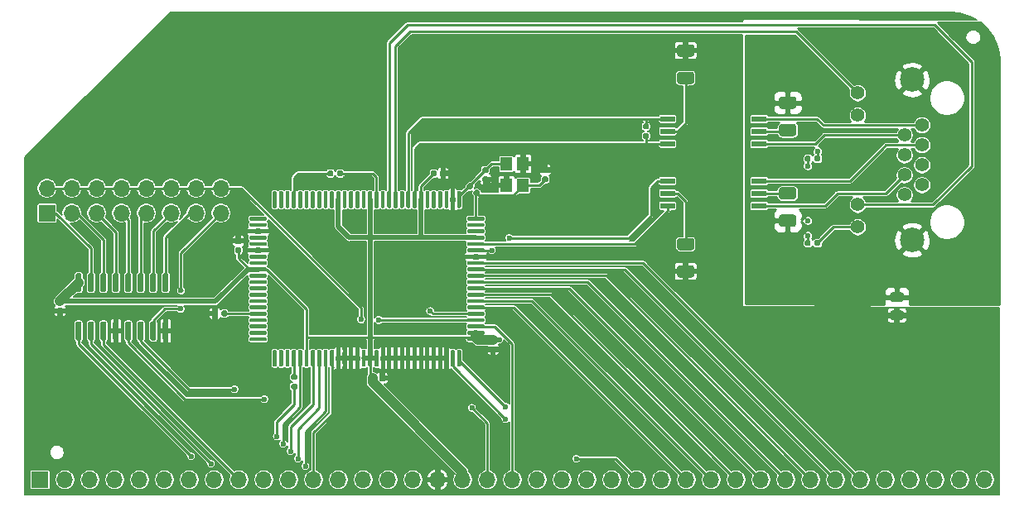
<source format=gtl>
%TF.GenerationSoftware,KiCad,Pcbnew,5.1.6*%
%TF.CreationDate,2020-08-16T22:16:08+02:00*%
%TF.ProjectId,RC2014-Ethernet,52433230-3134-42d4-9574-6865726e6574,rev?*%
%TF.SameCoordinates,Original*%
%TF.FileFunction,Copper,L1,Top*%
%TF.FilePolarity,Positive*%
%FSLAX46Y46*%
G04 Gerber Fmt 4.6, Leading zero omitted, Abs format (unit mm)*
G04 Created by KiCad (PCBNEW 5.1.6) date 2020-08-16 22:16:08*
%MOMM*%
%LPD*%
G01*
G04 APERTURE LIST*
%TA.AperFunction,SMDPad,CuDef*%
%ADD10R,1.500000X0.600000*%
%TD*%
%TA.AperFunction,ComponentPad*%
%ADD11C,1.400000*%
%TD*%
%TA.AperFunction,ComponentPad*%
%ADD12C,2.500000*%
%TD*%
%TA.AperFunction,ComponentPad*%
%ADD13O,1.700000X1.700000*%
%TD*%
%TA.AperFunction,ComponentPad*%
%ADD14R,1.700000X1.700000*%
%TD*%
%TA.AperFunction,SMDPad,CuDef*%
%ADD15R,1.200000X1.400000*%
%TD*%
%TA.AperFunction,ViaPad*%
%ADD16C,0.600000*%
%TD*%
%TA.AperFunction,Conductor*%
%ADD17C,0.254000*%
%TD*%
%TA.AperFunction,Conductor*%
%ADD18C,1.000000*%
%TD*%
%TA.AperFunction,Conductor*%
%ADD19C,0.500000*%
%TD*%
%TA.AperFunction,Conductor*%
%ADD20C,0.127000*%
%TD*%
G04 APERTURE END LIST*
D10*
%TO.P,T1,16*%
%TO.N,Net-(J2-Pad1)*%
X117426000Y-35055000D03*
%TO.P,T1,15*%
%TO.N,Net-(C6-Pad2)*%
X117426000Y-36325000D03*
%TO.P,T1,14*%
%TO.N,Net-(J2-Pad2)*%
X117426000Y-37595000D03*
%TO.P,T1,11*%
%TO.N,Net-(J2-Pad3)*%
X117426000Y-41405000D03*
%TO.P,T1,10*%
%TO.N,Net-(C5-Pad1)*%
X117426000Y-42675000D03*
%TO.P,T1,9*%
%TO.N,Net-(J2-Pad6)*%
X117426000Y-43945000D03*
%TO.P,T1,8*%
%TO.N,Net-(T1-Pad8)*%
X108126000Y-43945000D03*
%TO.P,T1,7*%
%TO.N,Net-(C2-Pad1)*%
X108126000Y-42675000D03*
%TO.P,T1,6*%
%TO.N,Net-(T1-Pad6)*%
X108126000Y-41405000D03*
%TO.P,T1,3*%
%TO.N,Net-(R4-Pad2)*%
X108126000Y-37595000D03*
%TO.P,T1,2*%
%TO.N,Net-(C1-Pad2)*%
X108126000Y-36325000D03*
%TO.P,T1,1*%
%TO.N,Net-(R4-Pad1)*%
X108126000Y-35055000D03*
%TD*%
D11*
%TO.P,J2,11*%
%TO.N,/LED1*%
X127532000Y-43820000D03*
%TO.P,J2,12*%
%TO.N,Net-(J2-Pad12)*%
X127532000Y-46110000D03*
%TO.P,J2,10*%
%TO.N,Net-(J2-Pad10)*%
X127532000Y-34680000D03*
%TO.P,J2,9*%
%TO.N,/LED0*%
X127532000Y-32390000D03*
%TO.P,J2,8*%
%TO.N,Net-(J2-Pad8)*%
X132332000Y-42820000D03*
%TO.P,J2,7*%
%TO.N,Net-(J2-Pad7)*%
X134112000Y-41800000D03*
%TO.P,J2,6*%
%TO.N,Net-(J2-Pad6)*%
X132332000Y-40780000D03*
%TO.P,J2,5*%
%TO.N,Net-(J2-Pad5)*%
X134112000Y-39760000D03*
%TO.P,J2,4*%
%TO.N,Net-(J2-Pad4)*%
X132332000Y-38740000D03*
%TO.P,J2,3*%
%TO.N,Net-(J2-Pad3)*%
X134112000Y-37720000D03*
%TO.P,J2,2*%
%TO.N,Net-(J2-Pad2)*%
X132332000Y-36700000D03*
%TO.P,J2,1*%
%TO.N,Net-(J2-Pad1)*%
X134112000Y-35680000D03*
D12*
%TO.P,J2,SH*%
%TO.N,Earth*%
X133092000Y-47450000D03*
X133092000Y-31050000D03*
%TD*%
%TO.P,FB3,2*%
%TO.N,GND*%
%TA.AperFunction,SMDPad,CuDef*%
G36*
G01*
X131115750Y-54679000D02*
X132028250Y-54679000D01*
G75*
G02*
X132272000Y-54922750I0J-243750D01*
G01*
X132272000Y-55410250D01*
G75*
G02*
X132028250Y-55654000I-243750J0D01*
G01*
X131115750Y-55654000D01*
G75*
G02*
X130872000Y-55410250I0J243750D01*
G01*
X130872000Y-54922750D01*
G75*
G02*
X131115750Y-54679000I243750J0D01*
G01*
G37*
%TD.AperFunction*%
%TO.P,FB3,1*%
%TO.N,Earth*%
%TA.AperFunction,SMDPad,CuDef*%
G36*
G01*
X131115750Y-52804000D02*
X132028250Y-52804000D01*
G75*
G02*
X132272000Y-53047750I0J-243750D01*
G01*
X132272000Y-53535250D01*
G75*
G02*
X132028250Y-53779000I-243750J0D01*
G01*
X131115750Y-53779000D01*
G75*
G02*
X130872000Y-53535250I0J243750D01*
G01*
X130872000Y-53047750D01*
G75*
G02*
X131115750Y-52804000I243750J0D01*
G01*
G37*
%TD.AperFunction*%
%TD*%
%TO.P,U2,16*%
%TO.N,+5V*%
%TA.AperFunction,SMDPad,CuDef*%
G36*
G01*
X48092500Y-52791000D02*
X47792500Y-52791000D01*
G75*
G02*
X47642500Y-52641000I0J150000D01*
G01*
X47642500Y-50991000D01*
G75*
G02*
X47792500Y-50841000I150000J0D01*
G01*
X48092500Y-50841000D01*
G75*
G02*
X48242500Y-50991000I0J-150000D01*
G01*
X48242500Y-52641000D01*
G75*
G02*
X48092500Y-52791000I-150000J0D01*
G01*
G37*
%TD.AperFunction*%
%TO.P,U2,15*%
%TO.N,Net-(J3-Pad1)*%
%TA.AperFunction,SMDPad,CuDef*%
G36*
G01*
X49362500Y-52791000D02*
X49062500Y-52791000D01*
G75*
G02*
X48912500Y-52641000I0J150000D01*
G01*
X48912500Y-50991000D01*
G75*
G02*
X49062500Y-50841000I150000J0D01*
G01*
X49362500Y-50841000D01*
G75*
G02*
X49512500Y-50991000I0J-150000D01*
G01*
X49512500Y-52641000D01*
G75*
G02*
X49362500Y-52791000I-150000J0D01*
G01*
G37*
%TD.AperFunction*%
%TO.P,U2,14*%
%TO.N,Net-(J3-Pad3)*%
%TA.AperFunction,SMDPad,CuDef*%
G36*
G01*
X50632500Y-52791000D02*
X50332500Y-52791000D01*
G75*
G02*
X50182500Y-52641000I0J150000D01*
G01*
X50182500Y-50991000D01*
G75*
G02*
X50332500Y-50841000I150000J0D01*
G01*
X50632500Y-50841000D01*
G75*
G02*
X50782500Y-50991000I0J-150000D01*
G01*
X50782500Y-52641000D01*
G75*
G02*
X50632500Y-52791000I-150000J0D01*
G01*
G37*
%TD.AperFunction*%
%TO.P,U2,13*%
%TO.N,Net-(J3-Pad5)*%
%TA.AperFunction,SMDPad,CuDef*%
G36*
G01*
X51902500Y-52791000D02*
X51602500Y-52791000D01*
G75*
G02*
X51452500Y-52641000I0J150000D01*
G01*
X51452500Y-50991000D01*
G75*
G02*
X51602500Y-50841000I150000J0D01*
G01*
X51902500Y-50841000D01*
G75*
G02*
X52052500Y-50991000I0J-150000D01*
G01*
X52052500Y-52641000D01*
G75*
G02*
X51902500Y-52791000I-150000J0D01*
G01*
G37*
%TD.AperFunction*%
%TO.P,U2,12*%
%TO.N,Net-(J3-Pad7)*%
%TA.AperFunction,SMDPad,CuDef*%
G36*
G01*
X53172500Y-52791000D02*
X52872500Y-52791000D01*
G75*
G02*
X52722500Y-52641000I0J150000D01*
G01*
X52722500Y-50991000D01*
G75*
G02*
X52872500Y-50841000I150000J0D01*
G01*
X53172500Y-50841000D01*
G75*
G02*
X53322500Y-50991000I0J-150000D01*
G01*
X53322500Y-52641000D01*
G75*
G02*
X53172500Y-52791000I-150000J0D01*
G01*
G37*
%TD.AperFunction*%
%TO.P,U2,11*%
%TO.N,Net-(J3-Pad9)*%
%TA.AperFunction,SMDPad,CuDef*%
G36*
G01*
X54442500Y-52791000D02*
X54142500Y-52791000D01*
G75*
G02*
X53992500Y-52641000I0J150000D01*
G01*
X53992500Y-50991000D01*
G75*
G02*
X54142500Y-50841000I150000J0D01*
G01*
X54442500Y-50841000D01*
G75*
G02*
X54592500Y-50991000I0J-150000D01*
G01*
X54592500Y-52641000D01*
G75*
G02*
X54442500Y-52791000I-150000J0D01*
G01*
G37*
%TD.AperFunction*%
%TO.P,U2,10*%
%TO.N,Net-(J3-Pad11)*%
%TA.AperFunction,SMDPad,CuDef*%
G36*
G01*
X55712500Y-52791000D02*
X55412500Y-52791000D01*
G75*
G02*
X55262500Y-52641000I0J150000D01*
G01*
X55262500Y-50991000D01*
G75*
G02*
X55412500Y-50841000I150000J0D01*
G01*
X55712500Y-50841000D01*
G75*
G02*
X55862500Y-50991000I0J-150000D01*
G01*
X55862500Y-52641000D01*
G75*
G02*
X55712500Y-52791000I-150000J0D01*
G01*
G37*
%TD.AperFunction*%
%TO.P,U2,9*%
%TO.N,Net-(J3-Pad13)*%
%TA.AperFunction,SMDPad,CuDef*%
G36*
G01*
X56982500Y-52791000D02*
X56682500Y-52791000D01*
G75*
G02*
X56532500Y-52641000I0J150000D01*
G01*
X56532500Y-50991000D01*
G75*
G02*
X56682500Y-50841000I150000J0D01*
G01*
X56982500Y-50841000D01*
G75*
G02*
X57132500Y-50991000I0J-150000D01*
G01*
X57132500Y-52641000D01*
G75*
G02*
X56982500Y-52791000I-150000J0D01*
G01*
G37*
%TD.AperFunction*%
%TO.P,U2,8*%
%TO.N,GND*%
%TA.AperFunction,SMDPad,CuDef*%
G36*
G01*
X56982500Y-57741000D02*
X56682500Y-57741000D01*
G75*
G02*
X56532500Y-57591000I0J150000D01*
G01*
X56532500Y-55941000D01*
G75*
G02*
X56682500Y-55791000I150000J0D01*
G01*
X56982500Y-55791000D01*
G75*
G02*
X57132500Y-55941000I0J-150000D01*
G01*
X57132500Y-57591000D01*
G75*
G02*
X56982500Y-57741000I-150000J0D01*
G01*
G37*
%TD.AperFunction*%
%TO.P,U2,7*%
%TO.N,Net-(J3-Pad15)*%
%TA.AperFunction,SMDPad,CuDef*%
G36*
G01*
X55712500Y-57741000D02*
X55412500Y-57741000D01*
G75*
G02*
X55262500Y-57591000I0J150000D01*
G01*
X55262500Y-55941000D01*
G75*
G02*
X55412500Y-55791000I150000J0D01*
G01*
X55712500Y-55791000D01*
G75*
G02*
X55862500Y-55941000I0J-150000D01*
G01*
X55862500Y-57591000D01*
G75*
G02*
X55712500Y-57741000I-150000J0D01*
G01*
G37*
%TD.AperFunction*%
%TO.P,U2,6*%
%TO.N,/~M1*%
%TA.AperFunction,SMDPad,CuDef*%
G36*
G01*
X54442500Y-57741000D02*
X54142500Y-57741000D01*
G75*
G02*
X53992500Y-57591000I0J150000D01*
G01*
X53992500Y-55941000D01*
G75*
G02*
X54142500Y-55791000I150000J0D01*
G01*
X54442500Y-55791000D01*
G75*
G02*
X54592500Y-55941000I0J-150000D01*
G01*
X54592500Y-57591000D01*
G75*
G02*
X54442500Y-57741000I-150000J0D01*
G01*
G37*
%TD.AperFunction*%
%TO.P,U2,5*%
%TO.N,/~IORQ*%
%TA.AperFunction,SMDPad,CuDef*%
G36*
G01*
X53172500Y-57741000D02*
X52872500Y-57741000D01*
G75*
G02*
X52722500Y-57591000I0J150000D01*
G01*
X52722500Y-55941000D01*
G75*
G02*
X52872500Y-55791000I150000J0D01*
G01*
X53172500Y-55791000D01*
G75*
G02*
X53322500Y-55941000I0J-150000D01*
G01*
X53322500Y-57591000D01*
G75*
G02*
X53172500Y-57741000I-150000J0D01*
G01*
G37*
%TD.AperFunction*%
%TO.P,U2,4*%
%TO.N,GND*%
%TA.AperFunction,SMDPad,CuDef*%
G36*
G01*
X51902500Y-57741000D02*
X51602500Y-57741000D01*
G75*
G02*
X51452500Y-57591000I0J150000D01*
G01*
X51452500Y-55941000D01*
G75*
G02*
X51602500Y-55791000I150000J0D01*
G01*
X51902500Y-55791000D01*
G75*
G02*
X52052500Y-55941000I0J-150000D01*
G01*
X52052500Y-57591000D01*
G75*
G02*
X51902500Y-57741000I-150000J0D01*
G01*
G37*
%TD.AperFunction*%
%TO.P,U2,3*%
%TO.N,/A7*%
%TA.AperFunction,SMDPad,CuDef*%
G36*
G01*
X50632500Y-57741000D02*
X50332500Y-57741000D01*
G75*
G02*
X50182500Y-57591000I0J150000D01*
G01*
X50182500Y-55941000D01*
G75*
G02*
X50332500Y-55791000I150000J0D01*
G01*
X50632500Y-55791000D01*
G75*
G02*
X50782500Y-55941000I0J-150000D01*
G01*
X50782500Y-57591000D01*
G75*
G02*
X50632500Y-57741000I-150000J0D01*
G01*
G37*
%TD.AperFunction*%
%TO.P,U2,2*%
%TO.N,/A6*%
%TA.AperFunction,SMDPad,CuDef*%
G36*
G01*
X49362500Y-57741000D02*
X49062500Y-57741000D01*
G75*
G02*
X48912500Y-57591000I0J150000D01*
G01*
X48912500Y-55941000D01*
G75*
G02*
X49062500Y-55791000I150000J0D01*
G01*
X49362500Y-55791000D01*
G75*
G02*
X49512500Y-55941000I0J-150000D01*
G01*
X49512500Y-57591000D01*
G75*
G02*
X49362500Y-57741000I-150000J0D01*
G01*
G37*
%TD.AperFunction*%
%TO.P,U2,1*%
%TO.N,/A5*%
%TA.AperFunction,SMDPad,CuDef*%
G36*
G01*
X48092500Y-57741000D02*
X47792500Y-57741000D01*
G75*
G02*
X47642500Y-57591000I0J150000D01*
G01*
X47642500Y-55941000D01*
G75*
G02*
X47792500Y-55791000I150000J0D01*
G01*
X48092500Y-55791000D01*
G75*
G02*
X48242500Y-55941000I0J-150000D01*
G01*
X48242500Y-57591000D01*
G75*
G02*
X48092500Y-57741000I-150000J0D01*
G01*
G37*
%TD.AperFunction*%
%TD*%
%TO.P,U1,100*%
%TO.N,Net-(U1-Pad100)*%
%TA.AperFunction,SMDPad,CuDef*%
G36*
G01*
X67056500Y-57810000D02*
X65506500Y-57810000D01*
G75*
G02*
X65406500Y-57710000I0J100000D01*
G01*
X65406500Y-57510000D01*
G75*
G02*
X65506500Y-57410000I100000J0D01*
G01*
X67056500Y-57410000D01*
G75*
G02*
X67156500Y-57510000I0J-100000D01*
G01*
X67156500Y-57710000D01*
G75*
G02*
X67056500Y-57810000I-100000J0D01*
G01*
G37*
%TD.AperFunction*%
%TO.P,U1,99*%
%TO.N,Net-(U1-Pad99)*%
%TA.AperFunction,SMDPad,CuDef*%
G36*
G01*
X67056500Y-57160000D02*
X65506500Y-57160000D01*
G75*
G02*
X65406500Y-57060000I0J100000D01*
G01*
X65406500Y-56860000D01*
G75*
G02*
X65506500Y-56760000I100000J0D01*
G01*
X67056500Y-56760000D01*
G75*
G02*
X67156500Y-56860000I0J-100000D01*
G01*
X67156500Y-57060000D01*
G75*
G02*
X67056500Y-57160000I-100000J0D01*
G01*
G37*
%TD.AperFunction*%
%TO.P,U1,98*%
%TO.N,Net-(U1-Pad98)*%
%TA.AperFunction,SMDPad,CuDef*%
G36*
G01*
X67056500Y-56510000D02*
X65506500Y-56510000D01*
G75*
G02*
X65406500Y-56410000I0J100000D01*
G01*
X65406500Y-56210000D01*
G75*
G02*
X65506500Y-56110000I100000J0D01*
G01*
X67056500Y-56110000D01*
G75*
G02*
X67156500Y-56210000I0J-100000D01*
G01*
X67156500Y-56410000D01*
G75*
G02*
X67056500Y-56510000I-100000J0D01*
G01*
G37*
%TD.AperFunction*%
%TO.P,U1,97*%
%TO.N,Net-(U1-Pad97)*%
%TA.AperFunction,SMDPad,CuDef*%
G36*
G01*
X67056500Y-55860000D02*
X65506500Y-55860000D01*
G75*
G02*
X65406500Y-55760000I0J100000D01*
G01*
X65406500Y-55560000D01*
G75*
G02*
X65506500Y-55460000I100000J0D01*
G01*
X67056500Y-55460000D01*
G75*
G02*
X67156500Y-55560000I0J-100000D01*
G01*
X67156500Y-55760000D01*
G75*
G02*
X67056500Y-55860000I-100000J0D01*
G01*
G37*
%TD.AperFunction*%
%TO.P,U1,96*%
%TO.N,Net-(R1-Pad1)*%
%TA.AperFunction,SMDPad,CuDef*%
G36*
G01*
X67056500Y-55210000D02*
X65506500Y-55210000D01*
G75*
G02*
X65406500Y-55110000I0J100000D01*
G01*
X65406500Y-54910000D01*
G75*
G02*
X65506500Y-54810000I100000J0D01*
G01*
X67056500Y-54810000D01*
G75*
G02*
X67156500Y-54910000I0J-100000D01*
G01*
X67156500Y-55110000D01*
G75*
G02*
X67056500Y-55210000I-100000J0D01*
G01*
G37*
%TD.AperFunction*%
%TO.P,U1,95*%
%TO.N,Net-(U1-Pad95)*%
%TA.AperFunction,SMDPad,CuDef*%
G36*
G01*
X67056500Y-54560000D02*
X65506500Y-54560000D01*
G75*
G02*
X65406500Y-54460000I0J100000D01*
G01*
X65406500Y-54260000D01*
G75*
G02*
X65506500Y-54160000I100000J0D01*
G01*
X67056500Y-54160000D01*
G75*
G02*
X67156500Y-54260000I0J-100000D01*
G01*
X67156500Y-54460000D01*
G75*
G02*
X67056500Y-54560000I-100000J0D01*
G01*
G37*
%TD.AperFunction*%
%TO.P,U1,94*%
%TO.N,Net-(U1-Pad94)*%
%TA.AperFunction,SMDPad,CuDef*%
G36*
G01*
X67056500Y-53910000D02*
X65506500Y-53910000D01*
G75*
G02*
X65406500Y-53810000I0J100000D01*
G01*
X65406500Y-53610000D01*
G75*
G02*
X65506500Y-53510000I100000J0D01*
G01*
X67056500Y-53510000D01*
G75*
G02*
X67156500Y-53610000I0J-100000D01*
G01*
X67156500Y-53810000D01*
G75*
G02*
X67056500Y-53910000I-100000J0D01*
G01*
G37*
%TD.AperFunction*%
%TO.P,U1,93*%
%TO.N,Net-(U1-Pad93)*%
%TA.AperFunction,SMDPad,CuDef*%
G36*
G01*
X67056500Y-53260000D02*
X65506500Y-53260000D01*
G75*
G02*
X65406500Y-53160000I0J100000D01*
G01*
X65406500Y-52960000D01*
G75*
G02*
X65506500Y-52860000I100000J0D01*
G01*
X67056500Y-52860000D01*
G75*
G02*
X67156500Y-52960000I0J-100000D01*
G01*
X67156500Y-53160000D01*
G75*
G02*
X67056500Y-53260000I-100000J0D01*
G01*
G37*
%TD.AperFunction*%
%TO.P,U1,92*%
%TO.N,Net-(U1-Pad92)*%
%TA.AperFunction,SMDPad,CuDef*%
G36*
G01*
X67056500Y-52610000D02*
X65506500Y-52610000D01*
G75*
G02*
X65406500Y-52510000I0J100000D01*
G01*
X65406500Y-52310000D01*
G75*
G02*
X65506500Y-52210000I100000J0D01*
G01*
X67056500Y-52210000D01*
G75*
G02*
X67156500Y-52310000I0J-100000D01*
G01*
X67156500Y-52510000D01*
G75*
G02*
X67056500Y-52610000I-100000J0D01*
G01*
G37*
%TD.AperFunction*%
%TO.P,U1,91*%
%TO.N,Net-(U1-Pad91)*%
%TA.AperFunction,SMDPad,CuDef*%
G36*
G01*
X67056500Y-51960000D02*
X65506500Y-51960000D01*
G75*
G02*
X65406500Y-51860000I0J100000D01*
G01*
X65406500Y-51660000D01*
G75*
G02*
X65506500Y-51560000I100000J0D01*
G01*
X67056500Y-51560000D01*
G75*
G02*
X67156500Y-51660000I0J-100000D01*
G01*
X67156500Y-51860000D01*
G75*
G02*
X67056500Y-51960000I-100000J0D01*
G01*
G37*
%TD.AperFunction*%
%TO.P,U1,90*%
%TO.N,Net-(U1-Pad90)*%
%TA.AperFunction,SMDPad,CuDef*%
G36*
G01*
X67056500Y-51310000D02*
X65506500Y-51310000D01*
G75*
G02*
X65406500Y-51210000I0J100000D01*
G01*
X65406500Y-51010000D01*
G75*
G02*
X65506500Y-50910000I100000J0D01*
G01*
X67056500Y-50910000D01*
G75*
G02*
X67156500Y-51010000I0J-100000D01*
G01*
X67156500Y-51210000D01*
G75*
G02*
X67056500Y-51310000I-100000J0D01*
G01*
G37*
%TD.AperFunction*%
%TO.P,U1,89*%
%TO.N,+5V*%
%TA.AperFunction,SMDPad,CuDef*%
G36*
G01*
X67056500Y-50660000D02*
X65506500Y-50660000D01*
G75*
G02*
X65406500Y-50560000I0J100000D01*
G01*
X65406500Y-50360000D01*
G75*
G02*
X65506500Y-50260000I100000J0D01*
G01*
X67056500Y-50260000D01*
G75*
G02*
X67156500Y-50360000I0J-100000D01*
G01*
X67156500Y-50560000D01*
G75*
G02*
X67056500Y-50660000I-100000J0D01*
G01*
G37*
%TD.AperFunction*%
%TO.P,U1,88*%
%TO.N,Net-(U1-Pad88)*%
%TA.AperFunction,SMDPad,CuDef*%
G36*
G01*
X67056500Y-50010000D02*
X65506500Y-50010000D01*
G75*
G02*
X65406500Y-49910000I0J100000D01*
G01*
X65406500Y-49710000D01*
G75*
G02*
X65506500Y-49610000I100000J0D01*
G01*
X67056500Y-49610000D01*
G75*
G02*
X67156500Y-49710000I0J-100000D01*
G01*
X67156500Y-49910000D01*
G75*
G02*
X67056500Y-50010000I-100000J0D01*
G01*
G37*
%TD.AperFunction*%
%TO.P,U1,87*%
%TO.N,Net-(U1-Pad87)*%
%TA.AperFunction,SMDPad,CuDef*%
G36*
G01*
X67056500Y-49360000D02*
X65506500Y-49360000D01*
G75*
G02*
X65406500Y-49260000I0J100000D01*
G01*
X65406500Y-49060000D01*
G75*
G02*
X65506500Y-48960000I100000J0D01*
G01*
X67056500Y-48960000D01*
G75*
G02*
X67156500Y-49060000I0J-100000D01*
G01*
X67156500Y-49260000D01*
G75*
G02*
X67056500Y-49360000I-100000J0D01*
G01*
G37*
%TD.AperFunction*%
%TO.P,U1,86*%
%TO.N,GND*%
%TA.AperFunction,SMDPad,CuDef*%
G36*
G01*
X67056500Y-48710000D02*
X65506500Y-48710000D01*
G75*
G02*
X65406500Y-48610000I0J100000D01*
G01*
X65406500Y-48410000D01*
G75*
G02*
X65506500Y-48310000I100000J0D01*
G01*
X67056500Y-48310000D01*
G75*
G02*
X67156500Y-48410000I0J-100000D01*
G01*
X67156500Y-48610000D01*
G75*
G02*
X67056500Y-48710000I-100000J0D01*
G01*
G37*
%TD.AperFunction*%
%TO.P,U1,85*%
%TO.N,N/C*%
%TA.AperFunction,SMDPad,CuDef*%
G36*
G01*
X67056500Y-48060000D02*
X65506500Y-48060000D01*
G75*
G02*
X65406500Y-47960000I0J100000D01*
G01*
X65406500Y-47760000D01*
G75*
G02*
X65506500Y-47660000I100000J0D01*
G01*
X67056500Y-47660000D01*
G75*
G02*
X67156500Y-47760000I0J-100000D01*
G01*
X67156500Y-47960000D01*
G75*
G02*
X67056500Y-48060000I-100000J0D01*
G01*
G37*
%TD.AperFunction*%
%TO.P,U1,84*%
%TA.AperFunction,SMDPad,CuDef*%
G36*
G01*
X67056500Y-47410000D02*
X65506500Y-47410000D01*
G75*
G02*
X65406500Y-47310000I0J100000D01*
G01*
X65406500Y-47110000D01*
G75*
G02*
X65506500Y-47010000I100000J0D01*
G01*
X67056500Y-47010000D01*
G75*
G02*
X67156500Y-47110000I0J-100000D01*
G01*
X67156500Y-47310000D01*
G75*
G02*
X67056500Y-47410000I-100000J0D01*
G01*
G37*
%TD.AperFunction*%
%TO.P,U1,83*%
%TO.N,GND*%
%TA.AperFunction,SMDPad,CuDef*%
G36*
G01*
X67056500Y-46760000D02*
X65506500Y-46760000D01*
G75*
G02*
X65406500Y-46660000I0J100000D01*
G01*
X65406500Y-46460000D01*
G75*
G02*
X65506500Y-46360000I100000J0D01*
G01*
X67056500Y-46360000D01*
G75*
G02*
X67156500Y-46460000I0J-100000D01*
G01*
X67156500Y-46660000D01*
G75*
G02*
X67056500Y-46760000I-100000J0D01*
G01*
G37*
%TD.AperFunction*%
%TO.P,U1,82*%
%TO.N,N/C*%
%TA.AperFunction,SMDPad,CuDef*%
G36*
G01*
X67056500Y-46110000D02*
X65506500Y-46110000D01*
G75*
G02*
X65406500Y-46010000I0J100000D01*
G01*
X65406500Y-45810000D01*
G75*
G02*
X65506500Y-45710000I100000J0D01*
G01*
X67056500Y-45710000D01*
G75*
G02*
X67156500Y-45810000I0J-100000D01*
G01*
X67156500Y-46010000D01*
G75*
G02*
X67056500Y-46110000I-100000J0D01*
G01*
G37*
%TD.AperFunction*%
%TO.P,U1,81*%
%TA.AperFunction,SMDPad,CuDef*%
G36*
G01*
X67056500Y-45460000D02*
X65506500Y-45460000D01*
G75*
G02*
X65406500Y-45360000I0J100000D01*
G01*
X65406500Y-45160000D01*
G75*
G02*
X65506500Y-45060000I100000J0D01*
G01*
X67056500Y-45060000D01*
G75*
G02*
X67156500Y-45160000I0J-100000D01*
G01*
X67156500Y-45360000D01*
G75*
G02*
X67056500Y-45460000I-100000J0D01*
G01*
G37*
%TD.AperFunction*%
%TO.P,U1,80*%
%TA.AperFunction,SMDPad,CuDef*%
G36*
G01*
X68081500Y-44185000D02*
X67881500Y-44185000D01*
G75*
G02*
X67781500Y-44085000I0J100000D01*
G01*
X67781500Y-42535000D01*
G75*
G02*
X67881500Y-42435000I100000J0D01*
G01*
X68081500Y-42435000D01*
G75*
G02*
X68181500Y-42535000I0J-100000D01*
G01*
X68181500Y-44085000D01*
G75*
G02*
X68081500Y-44185000I-100000J0D01*
G01*
G37*
%TD.AperFunction*%
%TO.P,U1,79*%
%TA.AperFunction,SMDPad,CuDef*%
G36*
G01*
X68731500Y-44185000D02*
X68531500Y-44185000D01*
G75*
G02*
X68431500Y-44085000I0J100000D01*
G01*
X68431500Y-42535000D01*
G75*
G02*
X68531500Y-42435000I100000J0D01*
G01*
X68731500Y-42435000D01*
G75*
G02*
X68831500Y-42535000I0J-100000D01*
G01*
X68831500Y-44085000D01*
G75*
G02*
X68731500Y-44185000I-100000J0D01*
G01*
G37*
%TD.AperFunction*%
%TO.P,U1,78*%
%TA.AperFunction,SMDPad,CuDef*%
G36*
G01*
X69381500Y-44185000D02*
X69181500Y-44185000D01*
G75*
G02*
X69081500Y-44085000I0J100000D01*
G01*
X69081500Y-42535000D01*
G75*
G02*
X69181500Y-42435000I100000J0D01*
G01*
X69381500Y-42435000D01*
G75*
G02*
X69481500Y-42535000I0J-100000D01*
G01*
X69481500Y-44085000D01*
G75*
G02*
X69381500Y-44185000I-100000J0D01*
G01*
G37*
%TD.AperFunction*%
%TO.P,U1,77*%
%TO.N,Net-(R3-Pad2)*%
%TA.AperFunction,SMDPad,CuDef*%
G36*
G01*
X70031500Y-44185000D02*
X69831500Y-44185000D01*
G75*
G02*
X69731500Y-44085000I0J100000D01*
G01*
X69731500Y-42535000D01*
G75*
G02*
X69831500Y-42435000I100000J0D01*
G01*
X70031500Y-42435000D01*
G75*
G02*
X70131500Y-42535000I0J-100000D01*
G01*
X70131500Y-44085000D01*
G75*
G02*
X70031500Y-44185000I-100000J0D01*
G01*
G37*
%TD.AperFunction*%
%TO.P,U1,76*%
%TO.N,N/C*%
%TA.AperFunction,SMDPad,CuDef*%
G36*
G01*
X70681500Y-44185000D02*
X70481500Y-44185000D01*
G75*
G02*
X70381500Y-44085000I0J100000D01*
G01*
X70381500Y-42535000D01*
G75*
G02*
X70481500Y-42435000I100000J0D01*
G01*
X70681500Y-42435000D01*
G75*
G02*
X70781500Y-42535000I0J-100000D01*
G01*
X70781500Y-44085000D01*
G75*
G02*
X70681500Y-44185000I-100000J0D01*
G01*
G37*
%TD.AperFunction*%
%TO.P,U1,75*%
%TA.AperFunction,SMDPad,CuDef*%
G36*
G01*
X71331500Y-44185000D02*
X71131500Y-44185000D01*
G75*
G02*
X71031500Y-44085000I0J100000D01*
G01*
X71031500Y-42535000D01*
G75*
G02*
X71131500Y-42435000I100000J0D01*
G01*
X71331500Y-42435000D01*
G75*
G02*
X71431500Y-42535000I0J-100000D01*
G01*
X71431500Y-44085000D01*
G75*
G02*
X71331500Y-44185000I-100000J0D01*
G01*
G37*
%TD.AperFunction*%
%TO.P,U1,74*%
%TA.AperFunction,SMDPad,CuDef*%
G36*
G01*
X71981500Y-44185000D02*
X71781500Y-44185000D01*
G75*
G02*
X71681500Y-44085000I0J100000D01*
G01*
X71681500Y-42535000D01*
G75*
G02*
X71781500Y-42435000I100000J0D01*
G01*
X71981500Y-42435000D01*
G75*
G02*
X72081500Y-42535000I0J-100000D01*
G01*
X72081500Y-44085000D01*
G75*
G02*
X71981500Y-44185000I-100000J0D01*
G01*
G37*
%TD.AperFunction*%
%TO.P,U1,73*%
%TA.AperFunction,SMDPad,CuDef*%
G36*
G01*
X72631500Y-44185000D02*
X72431500Y-44185000D01*
G75*
G02*
X72331500Y-44085000I0J100000D01*
G01*
X72331500Y-42535000D01*
G75*
G02*
X72431500Y-42435000I100000J0D01*
G01*
X72631500Y-42435000D01*
G75*
G02*
X72731500Y-42535000I0J-100000D01*
G01*
X72731500Y-44085000D01*
G75*
G02*
X72631500Y-44185000I-100000J0D01*
G01*
G37*
%TD.AperFunction*%
%TO.P,U1,72*%
%TA.AperFunction,SMDPad,CuDef*%
G36*
G01*
X73281500Y-44185000D02*
X73081500Y-44185000D01*
G75*
G02*
X72981500Y-44085000I0J100000D01*
G01*
X72981500Y-42535000D01*
G75*
G02*
X73081500Y-42435000I100000J0D01*
G01*
X73281500Y-42435000D01*
G75*
G02*
X73381500Y-42535000I0J-100000D01*
G01*
X73381500Y-44085000D01*
G75*
G02*
X73281500Y-44185000I-100000J0D01*
G01*
G37*
%TD.AperFunction*%
%TO.P,U1,71*%
%TA.AperFunction,SMDPad,CuDef*%
G36*
G01*
X73931500Y-44185000D02*
X73731500Y-44185000D01*
G75*
G02*
X73631500Y-44085000I0J100000D01*
G01*
X73631500Y-42535000D01*
G75*
G02*
X73731500Y-42435000I100000J0D01*
G01*
X73931500Y-42435000D01*
G75*
G02*
X74031500Y-42535000I0J-100000D01*
G01*
X74031500Y-44085000D01*
G75*
G02*
X73931500Y-44185000I-100000J0D01*
G01*
G37*
%TD.AperFunction*%
%TO.P,U1,70*%
%TO.N,+5V*%
%TA.AperFunction,SMDPad,CuDef*%
G36*
G01*
X74581500Y-44185000D02*
X74381500Y-44185000D01*
G75*
G02*
X74281500Y-44085000I0J100000D01*
G01*
X74281500Y-42535000D01*
G75*
G02*
X74381500Y-42435000I100000J0D01*
G01*
X74581500Y-42435000D01*
G75*
G02*
X74681500Y-42535000I0J-100000D01*
G01*
X74681500Y-44085000D01*
G75*
G02*
X74581500Y-44185000I-100000J0D01*
G01*
G37*
%TD.AperFunction*%
%TO.P,U1,69*%
%TO.N,N/C*%
%TA.AperFunction,SMDPad,CuDef*%
G36*
G01*
X75231500Y-44185000D02*
X75031500Y-44185000D01*
G75*
G02*
X74931500Y-44085000I0J100000D01*
G01*
X74931500Y-42535000D01*
G75*
G02*
X75031500Y-42435000I100000J0D01*
G01*
X75231500Y-42435000D01*
G75*
G02*
X75331500Y-42535000I0J-100000D01*
G01*
X75331500Y-44085000D01*
G75*
G02*
X75231500Y-44185000I-100000J0D01*
G01*
G37*
%TD.AperFunction*%
%TO.P,U1,68*%
%TA.AperFunction,SMDPad,CuDef*%
G36*
G01*
X75881500Y-44185000D02*
X75681500Y-44185000D01*
G75*
G02*
X75581500Y-44085000I0J100000D01*
G01*
X75581500Y-42535000D01*
G75*
G02*
X75681500Y-42435000I100000J0D01*
G01*
X75881500Y-42435000D01*
G75*
G02*
X75981500Y-42535000I0J-100000D01*
G01*
X75981500Y-44085000D01*
G75*
G02*
X75881500Y-44185000I-100000J0D01*
G01*
G37*
%TD.AperFunction*%
%TO.P,U1,67*%
%TA.AperFunction,SMDPad,CuDef*%
G36*
G01*
X76531500Y-44185000D02*
X76331500Y-44185000D01*
G75*
G02*
X76231500Y-44085000I0J100000D01*
G01*
X76231500Y-42535000D01*
G75*
G02*
X76331500Y-42435000I100000J0D01*
G01*
X76531500Y-42435000D01*
G75*
G02*
X76631500Y-42535000I0J-100000D01*
G01*
X76631500Y-44085000D01*
G75*
G02*
X76531500Y-44185000I-100000J0D01*
G01*
G37*
%TD.AperFunction*%
%TO.P,U1,66*%
%TA.AperFunction,SMDPad,CuDef*%
G36*
G01*
X77181500Y-44185000D02*
X76981500Y-44185000D01*
G75*
G02*
X76881500Y-44085000I0J100000D01*
G01*
X76881500Y-42535000D01*
G75*
G02*
X76981500Y-42435000I100000J0D01*
G01*
X77181500Y-42435000D01*
G75*
G02*
X77281500Y-42535000I0J-100000D01*
G01*
X77281500Y-44085000D01*
G75*
G02*
X77181500Y-44185000I-100000J0D01*
G01*
G37*
%TD.AperFunction*%
%TO.P,U1,65*%
%TO.N,+5V*%
%TA.AperFunction,SMDPad,CuDef*%
G36*
G01*
X77831500Y-44185000D02*
X77631500Y-44185000D01*
G75*
G02*
X77531500Y-44085000I0J100000D01*
G01*
X77531500Y-42535000D01*
G75*
G02*
X77631500Y-42435000I100000J0D01*
G01*
X77831500Y-42435000D01*
G75*
G02*
X77931500Y-42535000I0J-100000D01*
G01*
X77931500Y-44085000D01*
G75*
G02*
X77831500Y-44185000I-100000J0D01*
G01*
G37*
%TD.AperFunction*%
%TO.P,U1,64*%
%TO.N,Net-(R3-Pad1)*%
%TA.AperFunction,SMDPad,CuDef*%
G36*
G01*
X78481500Y-44185000D02*
X78281500Y-44185000D01*
G75*
G02*
X78181500Y-44085000I0J100000D01*
G01*
X78181500Y-42535000D01*
G75*
G02*
X78281500Y-42435000I100000J0D01*
G01*
X78481500Y-42435000D01*
G75*
G02*
X78581500Y-42535000I0J-100000D01*
G01*
X78581500Y-44085000D01*
G75*
G02*
X78481500Y-44185000I-100000J0D01*
G01*
G37*
%TD.AperFunction*%
%TO.P,U1,63*%
%TO.N,Net-(U1-Pad63)*%
%TA.AperFunction,SMDPad,CuDef*%
G36*
G01*
X79131500Y-44185000D02*
X78931500Y-44185000D01*
G75*
G02*
X78831500Y-44085000I0J100000D01*
G01*
X78831500Y-42535000D01*
G75*
G02*
X78931500Y-42435000I100000J0D01*
G01*
X79131500Y-42435000D01*
G75*
G02*
X79231500Y-42535000I0J-100000D01*
G01*
X79231500Y-44085000D01*
G75*
G02*
X79131500Y-44185000I-100000J0D01*
G01*
G37*
%TD.AperFunction*%
%TO.P,U1,62*%
%TO.N,/LED1*%
%TA.AperFunction,SMDPad,CuDef*%
G36*
G01*
X79781500Y-44185000D02*
X79581500Y-44185000D01*
G75*
G02*
X79481500Y-44085000I0J100000D01*
G01*
X79481500Y-42535000D01*
G75*
G02*
X79581500Y-42435000I100000J0D01*
G01*
X79781500Y-42435000D01*
G75*
G02*
X79881500Y-42535000I0J-100000D01*
G01*
X79881500Y-44085000D01*
G75*
G02*
X79781500Y-44185000I-100000J0D01*
G01*
G37*
%TD.AperFunction*%
%TO.P,U1,61*%
%TO.N,/LED0*%
%TA.AperFunction,SMDPad,CuDef*%
G36*
G01*
X80431500Y-44185000D02*
X80231500Y-44185000D01*
G75*
G02*
X80131500Y-44085000I0J100000D01*
G01*
X80131500Y-42535000D01*
G75*
G02*
X80231500Y-42435000I100000J0D01*
G01*
X80431500Y-42435000D01*
G75*
G02*
X80531500Y-42535000I0J-100000D01*
G01*
X80531500Y-44085000D01*
G75*
G02*
X80431500Y-44185000I-100000J0D01*
G01*
G37*
%TD.AperFunction*%
%TO.P,U1,60*%
%TO.N,Net-(U1-Pad60)*%
%TA.AperFunction,SMDPad,CuDef*%
G36*
G01*
X81081500Y-44185000D02*
X80881500Y-44185000D01*
G75*
G02*
X80781500Y-44085000I0J100000D01*
G01*
X80781500Y-42535000D01*
G75*
G02*
X80881500Y-42435000I100000J0D01*
G01*
X81081500Y-42435000D01*
G75*
G02*
X81181500Y-42535000I0J-100000D01*
G01*
X81181500Y-44085000D01*
G75*
G02*
X81081500Y-44185000I-100000J0D01*
G01*
G37*
%TD.AperFunction*%
%TO.P,U1,59*%
%TO.N,Net-(R4-Pad1)*%
%TA.AperFunction,SMDPad,CuDef*%
G36*
G01*
X81731500Y-44185000D02*
X81531500Y-44185000D01*
G75*
G02*
X81431500Y-44085000I0J100000D01*
G01*
X81431500Y-42535000D01*
G75*
G02*
X81531500Y-42435000I100000J0D01*
G01*
X81731500Y-42435000D01*
G75*
G02*
X81831500Y-42535000I0J-100000D01*
G01*
X81831500Y-44085000D01*
G75*
G02*
X81731500Y-44185000I-100000J0D01*
G01*
G37*
%TD.AperFunction*%
%TO.P,U1,58*%
%TO.N,Net-(R4-Pad2)*%
%TA.AperFunction,SMDPad,CuDef*%
G36*
G01*
X82381500Y-44185000D02*
X82181500Y-44185000D01*
G75*
G02*
X82081500Y-44085000I0J100000D01*
G01*
X82081500Y-42535000D01*
G75*
G02*
X82181500Y-42435000I100000J0D01*
G01*
X82381500Y-42435000D01*
G75*
G02*
X82481500Y-42535000I0J-100000D01*
G01*
X82481500Y-44085000D01*
G75*
G02*
X82381500Y-44185000I-100000J0D01*
G01*
G37*
%TD.AperFunction*%
%TO.P,U1,57*%
%TO.N,+5V*%
%TA.AperFunction,SMDPad,CuDef*%
G36*
G01*
X83031500Y-44185000D02*
X82831500Y-44185000D01*
G75*
G02*
X82731500Y-44085000I0J100000D01*
G01*
X82731500Y-42535000D01*
G75*
G02*
X82831500Y-42435000I100000J0D01*
G01*
X83031500Y-42435000D01*
G75*
G02*
X83131500Y-42535000I0J-100000D01*
G01*
X83131500Y-44085000D01*
G75*
G02*
X83031500Y-44185000I-100000J0D01*
G01*
G37*
%TD.AperFunction*%
%TO.P,U1,56*%
%TO.N,N/C*%
%TA.AperFunction,SMDPad,CuDef*%
G36*
G01*
X83681500Y-44185000D02*
X83481500Y-44185000D01*
G75*
G02*
X83381500Y-44085000I0J100000D01*
G01*
X83381500Y-42535000D01*
G75*
G02*
X83481500Y-42435000I100000J0D01*
G01*
X83681500Y-42435000D01*
G75*
G02*
X83781500Y-42535000I0J-100000D01*
G01*
X83781500Y-44085000D01*
G75*
G02*
X83681500Y-44185000I-100000J0D01*
G01*
G37*
%TD.AperFunction*%
%TO.P,U1,55*%
%TA.AperFunction,SMDPad,CuDef*%
G36*
G01*
X84331500Y-44185000D02*
X84131500Y-44185000D01*
G75*
G02*
X84031500Y-44085000I0J100000D01*
G01*
X84031500Y-42535000D01*
G75*
G02*
X84131500Y-42435000I100000J0D01*
G01*
X84331500Y-42435000D01*
G75*
G02*
X84431500Y-42535000I0J-100000D01*
G01*
X84431500Y-44085000D01*
G75*
G02*
X84331500Y-44185000I-100000J0D01*
G01*
G37*
%TD.AperFunction*%
%TO.P,U1,54*%
%TA.AperFunction,SMDPad,CuDef*%
G36*
G01*
X84981500Y-44185000D02*
X84781500Y-44185000D01*
G75*
G02*
X84681500Y-44085000I0J100000D01*
G01*
X84681500Y-42535000D01*
G75*
G02*
X84781500Y-42435000I100000J0D01*
G01*
X84981500Y-42435000D01*
G75*
G02*
X85081500Y-42535000I0J-100000D01*
G01*
X85081500Y-44085000D01*
G75*
G02*
X84981500Y-44185000I-100000J0D01*
G01*
G37*
%TD.AperFunction*%
%TO.P,U1,53*%
%TA.AperFunction,SMDPad,CuDef*%
G36*
G01*
X85631500Y-44185000D02*
X85431500Y-44185000D01*
G75*
G02*
X85331500Y-44085000I0J100000D01*
G01*
X85331500Y-42535000D01*
G75*
G02*
X85431500Y-42435000I100000J0D01*
G01*
X85631500Y-42435000D01*
G75*
G02*
X85731500Y-42535000I0J-100000D01*
G01*
X85731500Y-44085000D01*
G75*
G02*
X85631500Y-44185000I-100000J0D01*
G01*
G37*
%TD.AperFunction*%
%TO.P,U1,52*%
%TO.N,GND*%
%TA.AperFunction,SMDPad,CuDef*%
G36*
G01*
X86281500Y-44185000D02*
X86081500Y-44185000D01*
G75*
G02*
X85981500Y-44085000I0J100000D01*
G01*
X85981500Y-42535000D01*
G75*
G02*
X86081500Y-42435000I100000J0D01*
G01*
X86281500Y-42435000D01*
G75*
G02*
X86381500Y-42535000I0J-100000D01*
G01*
X86381500Y-44085000D01*
G75*
G02*
X86281500Y-44185000I-100000J0D01*
G01*
G37*
%TD.AperFunction*%
%TO.P,U1,51*%
%TO.N,Net-(C3-Pad2)*%
%TA.AperFunction,SMDPad,CuDef*%
G36*
G01*
X86931500Y-44185000D02*
X86731500Y-44185000D01*
G75*
G02*
X86631500Y-44085000I0J100000D01*
G01*
X86631500Y-42535000D01*
G75*
G02*
X86731500Y-42435000I100000J0D01*
G01*
X86931500Y-42435000D01*
G75*
G02*
X87031500Y-42535000I0J-100000D01*
G01*
X87031500Y-44085000D01*
G75*
G02*
X86931500Y-44185000I-100000J0D01*
G01*
G37*
%TD.AperFunction*%
%TO.P,U1,50*%
%TO.N,Net-(C4-Pad2)*%
%TA.AperFunction,SMDPad,CuDef*%
G36*
G01*
X89306500Y-45460000D02*
X87756500Y-45460000D01*
G75*
G02*
X87656500Y-45360000I0J100000D01*
G01*
X87656500Y-45160000D01*
G75*
G02*
X87756500Y-45060000I100000J0D01*
G01*
X89306500Y-45060000D01*
G75*
G02*
X89406500Y-45160000I0J-100000D01*
G01*
X89406500Y-45360000D01*
G75*
G02*
X89306500Y-45460000I-100000J0D01*
G01*
G37*
%TD.AperFunction*%
%TO.P,U1,49*%
%TO.N,N/C*%
%TA.AperFunction,SMDPad,CuDef*%
G36*
G01*
X89306500Y-46110000D02*
X87756500Y-46110000D01*
G75*
G02*
X87656500Y-46010000I0J100000D01*
G01*
X87656500Y-45810000D01*
G75*
G02*
X87756500Y-45710000I100000J0D01*
G01*
X89306500Y-45710000D01*
G75*
G02*
X89406500Y-45810000I0J-100000D01*
G01*
X89406500Y-46010000D01*
G75*
G02*
X89306500Y-46110000I-100000J0D01*
G01*
G37*
%TD.AperFunction*%
%TO.P,U1,48*%
%TA.AperFunction,SMDPad,CuDef*%
G36*
G01*
X89306500Y-46760000D02*
X87756500Y-46760000D01*
G75*
G02*
X87656500Y-46660000I0J100000D01*
G01*
X87656500Y-46460000D01*
G75*
G02*
X87756500Y-46360000I100000J0D01*
G01*
X89306500Y-46360000D01*
G75*
G02*
X89406500Y-46460000I0J-100000D01*
G01*
X89406500Y-46660000D01*
G75*
G02*
X89306500Y-46760000I-100000J0D01*
G01*
G37*
%TD.AperFunction*%
%TO.P,U1,47*%
%TO.N,+5V*%
%TA.AperFunction,SMDPad,CuDef*%
G36*
G01*
X89306500Y-47410000D02*
X87756500Y-47410000D01*
G75*
G02*
X87656500Y-47310000I0J100000D01*
G01*
X87656500Y-47110000D01*
G75*
G02*
X87756500Y-47010000I100000J0D01*
G01*
X89306500Y-47010000D01*
G75*
G02*
X89406500Y-47110000I0J-100000D01*
G01*
X89406500Y-47310000D01*
G75*
G02*
X89306500Y-47410000I-100000J0D01*
G01*
G37*
%TD.AperFunction*%
%TO.P,U1,46*%
%TO.N,Net-(T1-Pad8)*%
%TA.AperFunction,SMDPad,CuDef*%
G36*
G01*
X89306500Y-48060000D02*
X87756500Y-48060000D01*
G75*
G02*
X87656500Y-47960000I0J100000D01*
G01*
X87656500Y-47760000D01*
G75*
G02*
X87756500Y-47660000I100000J0D01*
G01*
X89306500Y-47660000D01*
G75*
G02*
X89406500Y-47760000I0J-100000D01*
G01*
X89406500Y-47960000D01*
G75*
G02*
X89306500Y-48060000I-100000J0D01*
G01*
G37*
%TD.AperFunction*%
%TO.P,U1,45*%
%TO.N,Net-(T1-Pad6)*%
%TA.AperFunction,SMDPad,CuDef*%
G36*
G01*
X89306500Y-48710000D02*
X87756500Y-48710000D01*
G75*
G02*
X87656500Y-48610000I0J100000D01*
G01*
X87656500Y-48410000D01*
G75*
G02*
X87756500Y-48310000I100000J0D01*
G01*
X89306500Y-48310000D01*
G75*
G02*
X89406500Y-48410000I0J-100000D01*
G01*
X89406500Y-48610000D01*
G75*
G02*
X89306500Y-48710000I-100000J0D01*
G01*
G37*
%TD.AperFunction*%
%TO.P,U1,44*%
%TO.N,GND*%
%TA.AperFunction,SMDPad,CuDef*%
G36*
G01*
X89306500Y-49360000D02*
X87756500Y-49360000D01*
G75*
G02*
X87656500Y-49260000I0J100000D01*
G01*
X87656500Y-49060000D01*
G75*
G02*
X87756500Y-48960000I100000J0D01*
G01*
X89306500Y-48960000D01*
G75*
G02*
X89406500Y-49060000I0J-100000D01*
G01*
X89406500Y-49260000D01*
G75*
G02*
X89306500Y-49360000I-100000J0D01*
G01*
G37*
%TD.AperFunction*%
%TO.P,U1,43*%
%TO.N,/D7*%
%TA.AperFunction,SMDPad,CuDef*%
G36*
G01*
X89306500Y-50010000D02*
X87756500Y-50010000D01*
G75*
G02*
X87656500Y-49910000I0J100000D01*
G01*
X87656500Y-49710000D01*
G75*
G02*
X87756500Y-49610000I100000J0D01*
G01*
X89306500Y-49610000D01*
G75*
G02*
X89406500Y-49710000I0J-100000D01*
G01*
X89406500Y-49910000D01*
G75*
G02*
X89306500Y-50010000I-100000J0D01*
G01*
G37*
%TD.AperFunction*%
%TO.P,U1,42*%
%TO.N,/D6*%
%TA.AperFunction,SMDPad,CuDef*%
G36*
G01*
X89306500Y-50660000D02*
X87756500Y-50660000D01*
G75*
G02*
X87656500Y-50560000I0J100000D01*
G01*
X87656500Y-50360000D01*
G75*
G02*
X87756500Y-50260000I100000J0D01*
G01*
X89306500Y-50260000D01*
G75*
G02*
X89406500Y-50360000I0J-100000D01*
G01*
X89406500Y-50560000D01*
G75*
G02*
X89306500Y-50660000I-100000J0D01*
G01*
G37*
%TD.AperFunction*%
%TO.P,U1,41*%
%TO.N,/D5*%
%TA.AperFunction,SMDPad,CuDef*%
G36*
G01*
X89306500Y-51310000D02*
X87756500Y-51310000D01*
G75*
G02*
X87656500Y-51210000I0J100000D01*
G01*
X87656500Y-51010000D01*
G75*
G02*
X87756500Y-50910000I100000J0D01*
G01*
X89306500Y-50910000D01*
G75*
G02*
X89406500Y-51010000I0J-100000D01*
G01*
X89406500Y-51210000D01*
G75*
G02*
X89306500Y-51310000I-100000J0D01*
G01*
G37*
%TD.AperFunction*%
%TO.P,U1,40*%
%TO.N,/D4*%
%TA.AperFunction,SMDPad,CuDef*%
G36*
G01*
X89306500Y-51960000D02*
X87756500Y-51960000D01*
G75*
G02*
X87656500Y-51860000I0J100000D01*
G01*
X87656500Y-51660000D01*
G75*
G02*
X87756500Y-51560000I100000J0D01*
G01*
X89306500Y-51560000D01*
G75*
G02*
X89406500Y-51660000I0J-100000D01*
G01*
X89406500Y-51860000D01*
G75*
G02*
X89306500Y-51960000I-100000J0D01*
G01*
G37*
%TD.AperFunction*%
%TO.P,U1,39*%
%TO.N,/D3*%
%TA.AperFunction,SMDPad,CuDef*%
G36*
G01*
X89306500Y-52610000D02*
X87756500Y-52610000D01*
G75*
G02*
X87656500Y-52510000I0J100000D01*
G01*
X87656500Y-52310000D01*
G75*
G02*
X87756500Y-52210000I100000J0D01*
G01*
X89306500Y-52210000D01*
G75*
G02*
X89406500Y-52310000I0J-100000D01*
G01*
X89406500Y-52510000D01*
G75*
G02*
X89306500Y-52610000I-100000J0D01*
G01*
G37*
%TD.AperFunction*%
%TO.P,U1,38*%
%TO.N,/D2*%
%TA.AperFunction,SMDPad,CuDef*%
G36*
G01*
X89306500Y-53260000D02*
X87756500Y-53260000D01*
G75*
G02*
X87656500Y-53160000I0J100000D01*
G01*
X87656500Y-52960000D01*
G75*
G02*
X87756500Y-52860000I100000J0D01*
G01*
X89306500Y-52860000D01*
G75*
G02*
X89406500Y-52960000I0J-100000D01*
G01*
X89406500Y-53160000D01*
G75*
G02*
X89306500Y-53260000I-100000J0D01*
G01*
G37*
%TD.AperFunction*%
%TO.P,U1,37*%
%TO.N,/D1*%
%TA.AperFunction,SMDPad,CuDef*%
G36*
G01*
X89306500Y-53910000D02*
X87756500Y-53910000D01*
G75*
G02*
X87656500Y-53810000I0J100000D01*
G01*
X87656500Y-53610000D01*
G75*
G02*
X87756500Y-53510000I100000J0D01*
G01*
X89306500Y-53510000D01*
G75*
G02*
X89406500Y-53610000I0J-100000D01*
G01*
X89406500Y-53810000D01*
G75*
G02*
X89306500Y-53910000I-100000J0D01*
G01*
G37*
%TD.AperFunction*%
%TO.P,U1,36*%
%TO.N,/D0*%
%TA.AperFunction,SMDPad,CuDef*%
G36*
G01*
X89306500Y-54560000D02*
X87756500Y-54560000D01*
G75*
G02*
X87656500Y-54460000I0J100000D01*
G01*
X87656500Y-54260000D01*
G75*
G02*
X87756500Y-54160000I100000J0D01*
G01*
X89306500Y-54160000D01*
G75*
G02*
X89406500Y-54260000I0J-100000D01*
G01*
X89406500Y-54460000D01*
G75*
G02*
X89306500Y-54560000I-100000J0D01*
G01*
G37*
%TD.AperFunction*%
%TO.P,U1,35*%
%TO.N,Net-(TP1-Pad1)*%
%TA.AperFunction,SMDPad,CuDef*%
G36*
G01*
X89306500Y-55210000D02*
X87756500Y-55210000D01*
G75*
G02*
X87656500Y-55110000I0J100000D01*
G01*
X87656500Y-54910000D01*
G75*
G02*
X87756500Y-54810000I100000J0D01*
G01*
X89306500Y-54810000D01*
G75*
G02*
X89406500Y-54910000I0J-100000D01*
G01*
X89406500Y-55110000D01*
G75*
G02*
X89306500Y-55210000I-100000J0D01*
G01*
G37*
%TD.AperFunction*%
%TO.P,U1,34*%
%TO.N,/~AEN*%
%TA.AperFunction,SMDPad,CuDef*%
G36*
G01*
X89306500Y-55860000D02*
X87756500Y-55860000D01*
G75*
G02*
X87656500Y-55760000I0J100000D01*
G01*
X87656500Y-55560000D01*
G75*
G02*
X87756500Y-55460000I100000J0D01*
G01*
X89306500Y-55460000D01*
G75*
G02*
X89406500Y-55560000I0J-100000D01*
G01*
X89406500Y-55760000D01*
G75*
G02*
X89306500Y-55860000I-100000J0D01*
G01*
G37*
%TD.AperFunction*%
%TO.P,U1,33*%
%TO.N,/~RESET*%
%TA.AperFunction,SMDPad,CuDef*%
G36*
G01*
X89306500Y-56510000D02*
X87756500Y-56510000D01*
G75*
G02*
X87656500Y-56410000I0J100000D01*
G01*
X87656500Y-56210000D01*
G75*
G02*
X87756500Y-56110000I100000J0D01*
G01*
X89306500Y-56110000D01*
G75*
G02*
X89406500Y-56210000I0J-100000D01*
G01*
X89406500Y-56410000D01*
G75*
G02*
X89306500Y-56510000I-100000J0D01*
G01*
G37*
%TD.AperFunction*%
%TO.P,U1,32*%
%TO.N,+5V*%
%TA.AperFunction,SMDPad,CuDef*%
G36*
G01*
X89306500Y-57160000D02*
X87756500Y-57160000D01*
G75*
G02*
X87656500Y-57060000I0J100000D01*
G01*
X87656500Y-56860000D01*
G75*
G02*
X87756500Y-56760000I100000J0D01*
G01*
X89306500Y-56760000D01*
G75*
G02*
X89406500Y-56860000I0J-100000D01*
G01*
X89406500Y-57060000D01*
G75*
G02*
X89306500Y-57160000I-100000J0D01*
G01*
G37*
%TD.AperFunction*%
%TO.P,U1,31*%
%TA.AperFunction,SMDPad,CuDef*%
G36*
G01*
X89306500Y-57810000D02*
X87756500Y-57810000D01*
G75*
G02*
X87656500Y-57710000I0J100000D01*
G01*
X87656500Y-57510000D01*
G75*
G02*
X87756500Y-57410000I100000J0D01*
G01*
X89306500Y-57410000D01*
G75*
G02*
X89406500Y-57510000I0J-100000D01*
G01*
X89406500Y-57710000D01*
G75*
G02*
X89306500Y-57810000I-100000J0D01*
G01*
G37*
%TD.AperFunction*%
%TO.P,U1,30*%
%TO.N,/~WR*%
%TA.AperFunction,SMDPad,CuDef*%
G36*
G01*
X86931500Y-60435000D02*
X86731500Y-60435000D01*
G75*
G02*
X86631500Y-60335000I0J100000D01*
G01*
X86631500Y-58785000D01*
G75*
G02*
X86731500Y-58685000I100000J0D01*
G01*
X86931500Y-58685000D01*
G75*
G02*
X87031500Y-58785000I0J-100000D01*
G01*
X87031500Y-60335000D01*
G75*
G02*
X86931500Y-60435000I-100000J0D01*
G01*
G37*
%TD.AperFunction*%
%TO.P,U1,29*%
%TO.N,/~RD*%
%TA.AperFunction,SMDPad,CuDef*%
G36*
G01*
X86281500Y-60435000D02*
X86081500Y-60435000D01*
G75*
G02*
X85981500Y-60335000I0J100000D01*
G01*
X85981500Y-58785000D01*
G75*
G02*
X86081500Y-58685000I100000J0D01*
G01*
X86281500Y-58685000D01*
G75*
G02*
X86381500Y-58785000I0J-100000D01*
G01*
X86381500Y-60335000D01*
G75*
G02*
X86281500Y-60435000I-100000J0D01*
G01*
G37*
%TD.AperFunction*%
%TO.P,U1,28*%
%TO.N,GND*%
%TA.AperFunction,SMDPad,CuDef*%
G36*
G01*
X85631500Y-60435000D02*
X85431500Y-60435000D01*
G75*
G02*
X85331500Y-60335000I0J100000D01*
G01*
X85331500Y-58785000D01*
G75*
G02*
X85431500Y-58685000I100000J0D01*
G01*
X85631500Y-58685000D01*
G75*
G02*
X85731500Y-58785000I0J-100000D01*
G01*
X85731500Y-60335000D01*
G75*
G02*
X85631500Y-60435000I-100000J0D01*
G01*
G37*
%TD.AperFunction*%
%TO.P,U1,27*%
%TA.AperFunction,SMDPad,CuDef*%
G36*
G01*
X84981500Y-60435000D02*
X84781500Y-60435000D01*
G75*
G02*
X84681500Y-60335000I0J100000D01*
G01*
X84681500Y-58785000D01*
G75*
G02*
X84781500Y-58685000I100000J0D01*
G01*
X84981500Y-58685000D01*
G75*
G02*
X85081500Y-58785000I0J-100000D01*
G01*
X85081500Y-60335000D01*
G75*
G02*
X84981500Y-60435000I-100000J0D01*
G01*
G37*
%TD.AperFunction*%
%TO.P,U1,26*%
%TA.AperFunction,SMDPad,CuDef*%
G36*
G01*
X84331500Y-60435000D02*
X84131500Y-60435000D01*
G75*
G02*
X84031500Y-60335000I0J100000D01*
G01*
X84031500Y-58785000D01*
G75*
G02*
X84131500Y-58685000I100000J0D01*
G01*
X84331500Y-58685000D01*
G75*
G02*
X84431500Y-58785000I0J-100000D01*
G01*
X84431500Y-60335000D01*
G75*
G02*
X84331500Y-60435000I-100000J0D01*
G01*
G37*
%TD.AperFunction*%
%TO.P,U1,25*%
%TA.AperFunction,SMDPad,CuDef*%
G36*
G01*
X83681500Y-60435000D02*
X83481500Y-60435000D01*
G75*
G02*
X83381500Y-60335000I0J100000D01*
G01*
X83381500Y-58785000D01*
G75*
G02*
X83481500Y-58685000I100000J0D01*
G01*
X83681500Y-58685000D01*
G75*
G02*
X83781500Y-58785000I0J-100000D01*
G01*
X83781500Y-60335000D01*
G75*
G02*
X83681500Y-60435000I-100000J0D01*
G01*
G37*
%TD.AperFunction*%
%TO.P,U1,24*%
%TA.AperFunction,SMDPad,CuDef*%
G36*
G01*
X83031500Y-60435000D02*
X82831500Y-60435000D01*
G75*
G02*
X82731500Y-60335000I0J100000D01*
G01*
X82731500Y-58785000D01*
G75*
G02*
X82831500Y-58685000I100000J0D01*
G01*
X83031500Y-58685000D01*
G75*
G02*
X83131500Y-58785000I0J-100000D01*
G01*
X83131500Y-60335000D01*
G75*
G02*
X83031500Y-60435000I-100000J0D01*
G01*
G37*
%TD.AperFunction*%
%TO.P,U1,23*%
%TA.AperFunction,SMDPad,CuDef*%
G36*
G01*
X82381500Y-60435000D02*
X82181500Y-60435000D01*
G75*
G02*
X82081500Y-60335000I0J100000D01*
G01*
X82081500Y-58785000D01*
G75*
G02*
X82181500Y-58685000I100000J0D01*
G01*
X82381500Y-58685000D01*
G75*
G02*
X82481500Y-58785000I0J-100000D01*
G01*
X82481500Y-60335000D01*
G75*
G02*
X82381500Y-60435000I-100000J0D01*
G01*
G37*
%TD.AperFunction*%
%TO.P,U1,22*%
%TA.AperFunction,SMDPad,CuDef*%
G36*
G01*
X81731500Y-60435000D02*
X81531500Y-60435000D01*
G75*
G02*
X81431500Y-60335000I0J100000D01*
G01*
X81431500Y-58785000D01*
G75*
G02*
X81531500Y-58685000I100000J0D01*
G01*
X81731500Y-58685000D01*
G75*
G02*
X81831500Y-58785000I0J-100000D01*
G01*
X81831500Y-60335000D01*
G75*
G02*
X81731500Y-60435000I-100000J0D01*
G01*
G37*
%TD.AperFunction*%
%TO.P,U1,21*%
%TA.AperFunction,SMDPad,CuDef*%
G36*
G01*
X81081500Y-60435000D02*
X80881500Y-60435000D01*
G75*
G02*
X80781500Y-60335000I0J100000D01*
G01*
X80781500Y-58785000D01*
G75*
G02*
X80881500Y-58685000I100000J0D01*
G01*
X81081500Y-58685000D01*
G75*
G02*
X81181500Y-58785000I0J-100000D01*
G01*
X81181500Y-60335000D01*
G75*
G02*
X81081500Y-60435000I-100000J0D01*
G01*
G37*
%TD.AperFunction*%
%TO.P,U1,20*%
%TA.AperFunction,SMDPad,CuDef*%
G36*
G01*
X80431500Y-60435000D02*
X80231500Y-60435000D01*
G75*
G02*
X80131500Y-60335000I0J100000D01*
G01*
X80131500Y-58785000D01*
G75*
G02*
X80231500Y-58685000I100000J0D01*
G01*
X80431500Y-58685000D01*
G75*
G02*
X80531500Y-58785000I0J-100000D01*
G01*
X80531500Y-60335000D01*
G75*
G02*
X80431500Y-60435000I-100000J0D01*
G01*
G37*
%TD.AperFunction*%
%TO.P,U1,19*%
%TA.AperFunction,SMDPad,CuDef*%
G36*
G01*
X79781500Y-60435000D02*
X79581500Y-60435000D01*
G75*
G02*
X79481500Y-60335000I0J100000D01*
G01*
X79481500Y-58785000D01*
G75*
G02*
X79581500Y-58685000I100000J0D01*
G01*
X79781500Y-58685000D01*
G75*
G02*
X79881500Y-58785000I0J-100000D01*
G01*
X79881500Y-60335000D01*
G75*
G02*
X79781500Y-60435000I-100000J0D01*
G01*
G37*
%TD.AperFunction*%
%TO.P,U1,18*%
%TA.AperFunction,SMDPad,CuDef*%
G36*
G01*
X79131500Y-60435000D02*
X78931500Y-60435000D01*
G75*
G02*
X78831500Y-60335000I0J100000D01*
G01*
X78831500Y-58785000D01*
G75*
G02*
X78931500Y-58685000I100000J0D01*
G01*
X79131500Y-58685000D01*
G75*
G02*
X79231500Y-58785000I0J-100000D01*
G01*
X79231500Y-60335000D01*
G75*
G02*
X79131500Y-60435000I-100000J0D01*
G01*
G37*
%TD.AperFunction*%
%TO.P,U1,17*%
%TO.N,+5V*%
%TA.AperFunction,SMDPad,CuDef*%
G36*
G01*
X78481500Y-60435000D02*
X78281500Y-60435000D01*
G75*
G02*
X78181500Y-60335000I0J100000D01*
G01*
X78181500Y-58785000D01*
G75*
G02*
X78281500Y-58685000I100000J0D01*
G01*
X78481500Y-58685000D01*
G75*
G02*
X78581500Y-58785000I0J-100000D01*
G01*
X78581500Y-60335000D01*
G75*
G02*
X78481500Y-60435000I-100000J0D01*
G01*
G37*
%TD.AperFunction*%
%TO.P,U1,16*%
%TA.AperFunction,SMDPad,CuDef*%
G36*
G01*
X77831500Y-60435000D02*
X77631500Y-60435000D01*
G75*
G02*
X77531500Y-60335000I0J100000D01*
G01*
X77531500Y-58785000D01*
G75*
G02*
X77631500Y-58685000I100000J0D01*
G01*
X77831500Y-58685000D01*
G75*
G02*
X77931500Y-58785000I0J-100000D01*
G01*
X77931500Y-60335000D01*
G75*
G02*
X77831500Y-60435000I-100000J0D01*
G01*
G37*
%TD.AperFunction*%
%TO.P,U1,15*%
%TA.AperFunction,SMDPad,CuDef*%
G36*
G01*
X77181500Y-60435000D02*
X76981500Y-60435000D01*
G75*
G02*
X76881500Y-60335000I0J100000D01*
G01*
X76881500Y-58785000D01*
G75*
G02*
X76981500Y-58685000I100000J0D01*
G01*
X77181500Y-58685000D01*
G75*
G02*
X77281500Y-58785000I0J-100000D01*
G01*
X77281500Y-60335000D01*
G75*
G02*
X77181500Y-60435000I-100000J0D01*
G01*
G37*
%TD.AperFunction*%
%TO.P,U1,14*%
%TO.N,GND*%
%TA.AperFunction,SMDPad,CuDef*%
G36*
G01*
X76531500Y-60435000D02*
X76331500Y-60435000D01*
G75*
G02*
X76231500Y-60335000I0J100000D01*
G01*
X76231500Y-58785000D01*
G75*
G02*
X76331500Y-58685000I100000J0D01*
G01*
X76531500Y-58685000D01*
G75*
G02*
X76631500Y-58785000I0J-100000D01*
G01*
X76631500Y-60335000D01*
G75*
G02*
X76531500Y-60435000I-100000J0D01*
G01*
G37*
%TD.AperFunction*%
%TO.P,U1,13*%
%TA.AperFunction,SMDPad,CuDef*%
G36*
G01*
X75881500Y-60435000D02*
X75681500Y-60435000D01*
G75*
G02*
X75581500Y-60335000I0J100000D01*
G01*
X75581500Y-58785000D01*
G75*
G02*
X75681500Y-58685000I100000J0D01*
G01*
X75881500Y-58685000D01*
G75*
G02*
X75981500Y-58785000I0J-100000D01*
G01*
X75981500Y-60335000D01*
G75*
G02*
X75881500Y-60435000I-100000J0D01*
G01*
G37*
%TD.AperFunction*%
%TO.P,U1,12*%
%TA.AperFunction,SMDPad,CuDef*%
G36*
G01*
X75231500Y-60435000D02*
X75031500Y-60435000D01*
G75*
G02*
X74931500Y-60335000I0J100000D01*
G01*
X74931500Y-58785000D01*
G75*
G02*
X75031500Y-58685000I100000J0D01*
G01*
X75231500Y-58685000D01*
G75*
G02*
X75331500Y-58785000I0J-100000D01*
G01*
X75331500Y-60335000D01*
G75*
G02*
X75231500Y-60435000I-100000J0D01*
G01*
G37*
%TD.AperFunction*%
%TO.P,U1,11*%
%TA.AperFunction,SMDPad,CuDef*%
G36*
G01*
X74581500Y-60435000D02*
X74381500Y-60435000D01*
G75*
G02*
X74281500Y-60335000I0J100000D01*
G01*
X74281500Y-58785000D01*
G75*
G02*
X74381500Y-58685000I100000J0D01*
G01*
X74581500Y-58685000D01*
G75*
G02*
X74681500Y-58785000I0J-100000D01*
G01*
X74681500Y-60335000D01*
G75*
G02*
X74581500Y-60435000I-100000J0D01*
G01*
G37*
%TD.AperFunction*%
%TO.P,U1,10*%
%TO.N,/A4*%
%TA.AperFunction,SMDPad,CuDef*%
G36*
G01*
X73931500Y-60435000D02*
X73731500Y-60435000D01*
G75*
G02*
X73631500Y-60335000I0J100000D01*
G01*
X73631500Y-58785000D01*
G75*
G02*
X73731500Y-58685000I100000J0D01*
G01*
X73931500Y-58685000D01*
G75*
G02*
X74031500Y-58785000I0J-100000D01*
G01*
X74031500Y-60335000D01*
G75*
G02*
X73931500Y-60435000I-100000J0D01*
G01*
G37*
%TD.AperFunction*%
%TO.P,U1,9*%
%TO.N,/A3*%
%TA.AperFunction,SMDPad,CuDef*%
G36*
G01*
X73281500Y-60435000D02*
X73081500Y-60435000D01*
G75*
G02*
X72981500Y-60335000I0J100000D01*
G01*
X72981500Y-58785000D01*
G75*
G02*
X73081500Y-58685000I100000J0D01*
G01*
X73281500Y-58685000D01*
G75*
G02*
X73381500Y-58785000I0J-100000D01*
G01*
X73381500Y-60335000D01*
G75*
G02*
X73281500Y-60435000I-100000J0D01*
G01*
G37*
%TD.AperFunction*%
%TO.P,U1,8*%
%TO.N,/A2*%
%TA.AperFunction,SMDPad,CuDef*%
G36*
G01*
X72631500Y-60435000D02*
X72431500Y-60435000D01*
G75*
G02*
X72331500Y-60335000I0J100000D01*
G01*
X72331500Y-58785000D01*
G75*
G02*
X72431500Y-58685000I100000J0D01*
G01*
X72631500Y-58685000D01*
G75*
G02*
X72731500Y-58785000I0J-100000D01*
G01*
X72731500Y-60335000D01*
G75*
G02*
X72631500Y-60435000I-100000J0D01*
G01*
G37*
%TD.AperFunction*%
%TO.P,U1,7*%
%TO.N,/A1*%
%TA.AperFunction,SMDPad,CuDef*%
G36*
G01*
X71981500Y-60435000D02*
X71781500Y-60435000D01*
G75*
G02*
X71681500Y-60335000I0J100000D01*
G01*
X71681500Y-58785000D01*
G75*
G02*
X71781500Y-58685000I100000J0D01*
G01*
X71981500Y-58685000D01*
G75*
G02*
X72081500Y-58785000I0J-100000D01*
G01*
X72081500Y-60335000D01*
G75*
G02*
X71981500Y-60435000I-100000J0D01*
G01*
G37*
%TD.AperFunction*%
%TO.P,U1,6*%
%TO.N,+5V*%
%TA.AperFunction,SMDPad,CuDef*%
G36*
G01*
X71331500Y-60435000D02*
X71131500Y-60435000D01*
G75*
G02*
X71031500Y-60335000I0J100000D01*
G01*
X71031500Y-58785000D01*
G75*
G02*
X71131500Y-58685000I100000J0D01*
G01*
X71331500Y-58685000D01*
G75*
G02*
X71431500Y-58785000I0J-100000D01*
G01*
X71431500Y-60335000D01*
G75*
G02*
X71331500Y-60435000I-100000J0D01*
G01*
G37*
%TD.AperFunction*%
%TO.P,U1,5*%
%TO.N,/A0*%
%TA.AperFunction,SMDPad,CuDef*%
G36*
G01*
X70681500Y-60435000D02*
X70481500Y-60435000D01*
G75*
G02*
X70381500Y-60335000I0J100000D01*
G01*
X70381500Y-58785000D01*
G75*
G02*
X70481500Y-58685000I100000J0D01*
G01*
X70681500Y-58685000D01*
G75*
G02*
X70781500Y-58785000I0J-100000D01*
G01*
X70781500Y-60335000D01*
G75*
G02*
X70681500Y-60435000I-100000J0D01*
G01*
G37*
%TD.AperFunction*%
%TO.P,U1,4*%
%TO.N,Net-(R7-Pad1)*%
%TA.AperFunction,SMDPad,CuDef*%
G36*
G01*
X70031500Y-60435000D02*
X69831500Y-60435000D01*
G75*
G02*
X69731500Y-60335000I0J100000D01*
G01*
X69731500Y-58785000D01*
G75*
G02*
X69831500Y-58685000I100000J0D01*
G01*
X70031500Y-58685000D01*
G75*
G02*
X70131500Y-58785000I0J-100000D01*
G01*
X70131500Y-60335000D01*
G75*
G02*
X70031500Y-60435000I-100000J0D01*
G01*
G37*
%TD.AperFunction*%
%TO.P,U1,3*%
%TO.N,Net-(U1-Pad3)*%
%TA.AperFunction,SMDPad,CuDef*%
G36*
G01*
X69381500Y-60435000D02*
X69181500Y-60435000D01*
G75*
G02*
X69081500Y-60335000I0J100000D01*
G01*
X69081500Y-58785000D01*
G75*
G02*
X69181500Y-58685000I100000J0D01*
G01*
X69381500Y-58685000D01*
G75*
G02*
X69481500Y-58785000I0J-100000D01*
G01*
X69481500Y-60335000D01*
G75*
G02*
X69381500Y-60435000I-100000J0D01*
G01*
G37*
%TD.AperFunction*%
%TO.P,U1,2*%
%TO.N,Net-(U1-Pad2)*%
%TA.AperFunction,SMDPad,CuDef*%
G36*
G01*
X68731500Y-60435000D02*
X68531500Y-60435000D01*
G75*
G02*
X68431500Y-60335000I0J100000D01*
G01*
X68431500Y-58785000D01*
G75*
G02*
X68531500Y-58685000I100000J0D01*
G01*
X68731500Y-58685000D01*
G75*
G02*
X68831500Y-58785000I0J-100000D01*
G01*
X68831500Y-60335000D01*
G75*
G02*
X68731500Y-60435000I-100000J0D01*
G01*
G37*
%TD.AperFunction*%
%TO.P,U1,1*%
%TO.N,Net-(U1-Pad1)*%
%TA.AperFunction,SMDPad,CuDef*%
G36*
G01*
X68081500Y-60435000D02*
X67881500Y-60435000D01*
G75*
G02*
X67781500Y-60335000I0J100000D01*
G01*
X67781500Y-58785000D01*
G75*
G02*
X67881500Y-58685000I100000J0D01*
G01*
X68081500Y-58685000D01*
G75*
G02*
X68181500Y-58785000I0J-100000D01*
G01*
X68181500Y-60335000D01*
G75*
G02*
X68081500Y-60435000I-100000J0D01*
G01*
G37*
%TD.AperFunction*%
%TD*%
%TO.P,R7,2*%
%TO.N,/~INT*%
%TA.AperFunction,SMDPad,CuDef*%
G36*
G01*
X69804500Y-62166000D02*
X70149500Y-62166000D01*
G75*
G02*
X70297000Y-62313500I0J-147500D01*
G01*
X70297000Y-62608500D01*
G75*
G02*
X70149500Y-62756000I-147500J0D01*
G01*
X69804500Y-62756000D01*
G75*
G02*
X69657000Y-62608500I0J147500D01*
G01*
X69657000Y-62313500D01*
G75*
G02*
X69804500Y-62166000I147500J0D01*
G01*
G37*
%TD.AperFunction*%
%TO.P,R7,1*%
%TO.N,Net-(R7-Pad1)*%
%TA.AperFunction,SMDPad,CuDef*%
G36*
G01*
X69804500Y-61196000D02*
X70149500Y-61196000D01*
G75*
G02*
X70297000Y-61343500I0J-147500D01*
G01*
X70297000Y-61638500D01*
G75*
G02*
X70149500Y-61786000I-147500J0D01*
G01*
X69804500Y-61786000D01*
G75*
G02*
X69657000Y-61638500I0J147500D01*
G01*
X69657000Y-61343500D01*
G75*
G02*
X69804500Y-61196000I147500J0D01*
G01*
G37*
%TD.AperFunction*%
%TD*%
D13*
%TO.P,J3,16*%
%TO.N,/~AEN*%
X62484000Y-42164000D03*
%TO.P,J3,15*%
%TO.N,Net-(J3-Pad15)*%
X62484000Y-44704000D03*
%TO.P,J3,14*%
%TO.N,/~AEN*%
X59944000Y-42164000D03*
%TO.P,J3,13*%
%TO.N,Net-(J3-Pad13)*%
X59944000Y-44704000D03*
%TO.P,J3,12*%
%TO.N,/~AEN*%
X57404000Y-42164000D03*
%TO.P,J3,11*%
%TO.N,Net-(J3-Pad11)*%
X57404000Y-44704000D03*
%TO.P,J3,10*%
%TO.N,/~AEN*%
X54864000Y-42164000D03*
%TO.P,J3,9*%
%TO.N,Net-(J3-Pad9)*%
X54864000Y-44704000D03*
%TO.P,J3,8*%
%TO.N,/~AEN*%
X52324000Y-42164000D03*
%TO.P,J3,7*%
%TO.N,Net-(J3-Pad7)*%
X52324000Y-44704000D03*
%TO.P,J3,6*%
%TO.N,/~AEN*%
X49784000Y-42164000D03*
%TO.P,J3,5*%
%TO.N,Net-(J3-Pad5)*%
X49784000Y-44704000D03*
%TO.P,J3,4*%
%TO.N,/~AEN*%
X47244000Y-42164000D03*
%TO.P,J3,3*%
%TO.N,Net-(J3-Pad3)*%
X47244000Y-44704000D03*
%TO.P,J3,2*%
%TO.N,/~AEN*%
X44704000Y-42164000D03*
D14*
%TO.P,J3,1*%
%TO.N,Net-(J3-Pad1)*%
X44704000Y-44704000D03*
%TD*%
%TO.P,C11,2*%
%TO.N,GND*%
%TA.AperFunction,SMDPad,CuDef*%
G36*
G01*
X45865000Y-54419000D02*
X46210000Y-54419000D01*
G75*
G02*
X46357500Y-54566500I0J-147500D01*
G01*
X46357500Y-54861500D01*
G75*
G02*
X46210000Y-55009000I-147500J0D01*
G01*
X45865000Y-55009000D01*
G75*
G02*
X45717500Y-54861500I0J147500D01*
G01*
X45717500Y-54566500D01*
G75*
G02*
X45865000Y-54419000I147500J0D01*
G01*
G37*
%TD.AperFunction*%
%TO.P,C11,1*%
%TO.N,+5V*%
%TA.AperFunction,SMDPad,CuDef*%
G36*
G01*
X45865000Y-53449000D02*
X46210000Y-53449000D01*
G75*
G02*
X46357500Y-53596500I0J-147500D01*
G01*
X46357500Y-53891500D01*
G75*
G02*
X46210000Y-54039000I-147500J0D01*
G01*
X45865000Y-54039000D01*
G75*
G02*
X45717500Y-53891500I0J147500D01*
G01*
X45717500Y-53596500D01*
G75*
G02*
X45865000Y-53449000I147500J0D01*
G01*
G37*
%TD.AperFunction*%
%TD*%
D13*
%TO.P,J1,39*%
%TO.N,Net-(J1-Pad39)*%
X140520000Y-72000000D03*
%TO.P,J1,38*%
%TO.N,Net-(J1-Pad38)*%
X137980000Y-72000000D03*
%TO.P,J1,37*%
%TO.N,Net-(J1-Pad37)*%
X135440000Y-72000000D03*
%TO.P,J1,36*%
%TO.N,Net-(J1-Pad36)*%
X132900000Y-72000000D03*
%TO.P,J1,35*%
%TO.N,Net-(J1-Pad35)*%
X130360000Y-72000000D03*
%TO.P,J1,34*%
%TO.N,/D7*%
X127820000Y-72000000D03*
%TO.P,J1,33*%
%TO.N,/D6*%
X125280000Y-72000000D03*
%TO.P,J1,32*%
%TO.N,/D5*%
X122740000Y-72000000D03*
%TO.P,J1,31*%
%TO.N,/D4*%
X120200000Y-72000000D03*
%TO.P,J1,30*%
%TO.N,/D3*%
X117660000Y-72000000D03*
%TO.P,J1,29*%
%TO.N,/D2*%
X115120000Y-72000000D03*
%TO.P,J1,28*%
%TO.N,/D1*%
X112580000Y-72000000D03*
%TO.P,J1,27*%
%TO.N,/D0*%
X110040000Y-72000000D03*
%TO.P,J1,26*%
%TO.N,/~IORQ*%
X107500000Y-72000000D03*
%TO.P,J1,25*%
%TO.N,/~RD*%
X104960000Y-72000000D03*
%TO.P,J1,24*%
%TO.N,/~WR*%
X102420000Y-72000000D03*
%TO.P,J1,23*%
%TO.N,Net-(J1-Pad23)*%
X99880000Y-72000000D03*
%TO.P,J1,22*%
%TO.N,/~INT*%
X97340000Y-72000000D03*
%TO.P,J1,21*%
%TO.N,Net-(J1-Pad21)*%
X94800000Y-72000000D03*
%TO.P,J1,20*%
%TO.N,/~RESET*%
X92260000Y-72000000D03*
%TO.P,J1,19*%
%TO.N,/~M1*%
X89720000Y-72000000D03*
%TO.P,J1,18*%
%TO.N,+5V*%
X87180000Y-72000000D03*
%TO.P,J1,17*%
%TO.N,GND*%
X84640000Y-72000000D03*
%TO.P,J1,16*%
%TO.N,/A0*%
X82100000Y-72000000D03*
%TO.P,J1,15*%
%TO.N,/A1*%
X79560000Y-72000000D03*
%TO.P,J1,14*%
%TO.N,/A2*%
X77020000Y-72000000D03*
%TO.P,J1,13*%
%TO.N,/A3*%
X74480000Y-72000000D03*
%TO.P,J1,12*%
%TO.N,/A4*%
X71940000Y-72000000D03*
%TO.P,J1,11*%
%TO.N,/A5*%
X69400000Y-72000000D03*
%TO.P,J1,10*%
%TO.N,/A6*%
X66860000Y-72000000D03*
%TO.P,J1,9*%
%TO.N,/A7*%
X64320000Y-72000000D03*
%TO.P,J1,8*%
%TO.N,Net-(J1-Pad8)*%
X61780000Y-72000000D03*
%TO.P,J1,7*%
%TO.N,Net-(J1-Pad7)*%
X59240000Y-72000000D03*
%TO.P,J1,6*%
%TO.N,Net-(J1-Pad6)*%
X56700000Y-72000000D03*
%TO.P,J1,5*%
%TO.N,Net-(J1-Pad5)*%
X54160000Y-72000000D03*
%TO.P,J1,4*%
%TO.N,Net-(J1-Pad4)*%
X51620000Y-72000000D03*
%TO.P,J1,3*%
%TO.N,Net-(J1-Pad3)*%
X49080000Y-72000000D03*
%TO.P,J1,2*%
%TO.N,Net-(J1-Pad2)*%
X46540000Y-72000000D03*
D14*
%TO.P,J1,1*%
%TO.N,Net-(J1-Pad1)*%
X44000000Y-72000000D03*
%TD*%
D15*
%TO.P,Y1,4*%
%TO.N,GND*%
X93369500Y-39667000D03*
%TO.P,Y1,3*%
%TO.N,Net-(C4-Pad2)*%
X93369500Y-41867000D03*
%TO.P,Y1,2*%
%TO.N,GND*%
X91669500Y-41867000D03*
%TO.P,Y1,1*%
%TO.N,Net-(C3-Pad2)*%
X91669500Y-39667000D03*
%TD*%
%TO.P,R6,2*%
%TO.N,Net-(J2-Pad10)*%
%TA.AperFunction,SMDPad,CuDef*%
G36*
G01*
X123126000Y-39288500D02*
X123126000Y-38943500D01*
G75*
G02*
X123273500Y-38796000I147500J0D01*
G01*
X123568500Y-38796000D01*
G75*
G02*
X123716000Y-38943500I0J-147500D01*
G01*
X123716000Y-39288500D01*
G75*
G02*
X123568500Y-39436000I-147500J0D01*
G01*
X123273500Y-39436000D01*
G75*
G02*
X123126000Y-39288500I0J147500D01*
G01*
G37*
%TD.AperFunction*%
%TO.P,R6,1*%
%TO.N,+5V*%
%TA.AperFunction,SMDPad,CuDef*%
G36*
G01*
X122156000Y-39288500D02*
X122156000Y-38943500D01*
G75*
G02*
X122303500Y-38796000I147500J0D01*
G01*
X122598500Y-38796000D01*
G75*
G02*
X122746000Y-38943500I0J-147500D01*
G01*
X122746000Y-39288500D01*
G75*
G02*
X122598500Y-39436000I-147500J0D01*
G01*
X122303500Y-39436000D01*
G75*
G02*
X122156000Y-39288500I0J147500D01*
G01*
G37*
%TD.AperFunction*%
%TD*%
%TO.P,R5,2*%
%TO.N,Net-(J2-Pad12)*%
%TA.AperFunction,SMDPad,CuDef*%
G36*
G01*
X123126000Y-47924500D02*
X123126000Y-47579500D01*
G75*
G02*
X123273500Y-47432000I147500J0D01*
G01*
X123568500Y-47432000D01*
G75*
G02*
X123716000Y-47579500I0J-147500D01*
G01*
X123716000Y-47924500D01*
G75*
G02*
X123568500Y-48072000I-147500J0D01*
G01*
X123273500Y-48072000D01*
G75*
G02*
X123126000Y-47924500I0J147500D01*
G01*
G37*
%TD.AperFunction*%
%TO.P,R5,1*%
%TO.N,+5V*%
%TA.AperFunction,SMDPad,CuDef*%
G36*
G01*
X122156000Y-47924500D02*
X122156000Y-47579500D01*
G75*
G02*
X122303500Y-47432000I147500J0D01*
G01*
X122598500Y-47432000D01*
G75*
G02*
X122746000Y-47579500I0J-147500D01*
G01*
X122746000Y-47924500D01*
G75*
G02*
X122598500Y-48072000I-147500J0D01*
G01*
X122303500Y-48072000D01*
G75*
G02*
X122156000Y-47924500I0J147500D01*
G01*
G37*
%TD.AperFunction*%
%TD*%
%TO.P,R4,2*%
%TO.N,Net-(R4-Pad2)*%
%TA.AperFunction,SMDPad,CuDef*%
G36*
G01*
X105745500Y-36512000D02*
X106090500Y-36512000D01*
G75*
G02*
X106238000Y-36659500I0J-147500D01*
G01*
X106238000Y-36954500D01*
G75*
G02*
X106090500Y-37102000I-147500J0D01*
G01*
X105745500Y-37102000D01*
G75*
G02*
X105598000Y-36954500I0J147500D01*
G01*
X105598000Y-36659500D01*
G75*
G02*
X105745500Y-36512000I147500J0D01*
G01*
G37*
%TD.AperFunction*%
%TO.P,R4,1*%
%TO.N,Net-(R4-Pad1)*%
%TA.AperFunction,SMDPad,CuDef*%
G36*
G01*
X105745500Y-35542000D02*
X106090500Y-35542000D01*
G75*
G02*
X106238000Y-35689500I0J-147500D01*
G01*
X106238000Y-35984500D01*
G75*
G02*
X106090500Y-36132000I-147500J0D01*
G01*
X105745500Y-36132000D01*
G75*
G02*
X105598000Y-35984500I0J147500D01*
G01*
X105598000Y-35689500D01*
G75*
G02*
X105745500Y-35542000I147500J0D01*
G01*
G37*
%TD.AperFunction*%
%TD*%
%TO.P,R3,2*%
%TO.N,Net-(R3-Pad2)*%
%TA.AperFunction,SMDPad,CuDef*%
G36*
G01*
X73978000Y-40467500D02*
X73978000Y-40812500D01*
G75*
G02*
X73830500Y-40960000I-147500J0D01*
G01*
X73535500Y-40960000D01*
G75*
G02*
X73388000Y-40812500I0J147500D01*
G01*
X73388000Y-40467500D01*
G75*
G02*
X73535500Y-40320000I147500J0D01*
G01*
X73830500Y-40320000D01*
G75*
G02*
X73978000Y-40467500I0J-147500D01*
G01*
G37*
%TD.AperFunction*%
%TO.P,R3,1*%
%TO.N,Net-(R3-Pad1)*%
%TA.AperFunction,SMDPad,CuDef*%
G36*
G01*
X74948000Y-40467500D02*
X74948000Y-40812500D01*
G75*
G02*
X74800500Y-40960000I-147500J0D01*
G01*
X74505500Y-40960000D01*
G75*
G02*
X74358000Y-40812500I0J147500D01*
G01*
X74358000Y-40467500D01*
G75*
G02*
X74505500Y-40320000I147500J0D01*
G01*
X74800500Y-40320000D01*
G75*
G02*
X74948000Y-40467500I0J-147500D01*
G01*
G37*
%TD.AperFunction*%
%TD*%
%TO.P,R2,2*%
%TO.N,Net-(C4-Pad2)*%
%TA.AperFunction,SMDPad,CuDef*%
G36*
G01*
X88277375Y-42547326D02*
X88521327Y-42303375D01*
G75*
G02*
X88729923Y-42303375I104298J-104298D01*
G01*
X88938519Y-42511971D01*
G75*
G02*
X88938519Y-42720567I-104298J-104298D01*
G01*
X88694567Y-42964519D01*
G75*
G02*
X88485971Y-42964519I-104298J104298D01*
G01*
X88277375Y-42755923D01*
G75*
G02*
X88277375Y-42547327I104298J104298D01*
G01*
G37*
%TD.AperFunction*%
%TO.P,R2,1*%
%TO.N,Net-(C3-Pad2)*%
%TA.AperFunction,SMDPad,CuDef*%
G36*
G01*
X87591481Y-41861432D02*
X87835433Y-41617481D01*
G75*
G02*
X88044029Y-41617481I104298J-104298D01*
G01*
X88252625Y-41826077D01*
G75*
G02*
X88252625Y-42034673I-104298J-104298D01*
G01*
X88008673Y-42278625D01*
G75*
G02*
X87800077Y-42278625I-104298J104298D01*
G01*
X87591481Y-42070029D01*
G75*
G02*
X87591481Y-41861433I104298J104298D01*
G01*
G37*
%TD.AperFunction*%
%TD*%
%TO.P,R1,2*%
%TO.N,GND*%
%TA.AperFunction,SMDPad,CuDef*%
G36*
G01*
X62167000Y-54818500D02*
X62167000Y-55163500D01*
G75*
G02*
X62019500Y-55311000I-147500J0D01*
G01*
X61724500Y-55311000D01*
G75*
G02*
X61577000Y-55163500I0J147500D01*
G01*
X61577000Y-54818500D01*
G75*
G02*
X61724500Y-54671000I147500J0D01*
G01*
X62019500Y-54671000D01*
G75*
G02*
X62167000Y-54818500I0J-147500D01*
G01*
G37*
%TD.AperFunction*%
%TO.P,R1,1*%
%TO.N,Net-(R1-Pad1)*%
%TA.AperFunction,SMDPad,CuDef*%
G36*
G01*
X63137000Y-54818500D02*
X63137000Y-55163500D01*
G75*
G02*
X62989500Y-55311000I-147500J0D01*
G01*
X62694500Y-55311000D01*
G75*
G02*
X62547000Y-55163500I0J147500D01*
G01*
X62547000Y-54818500D01*
G75*
G02*
X62694500Y-54671000I147500J0D01*
G01*
X62989500Y-54671000D01*
G75*
G02*
X63137000Y-54818500I0J-147500D01*
G01*
G37*
%TD.AperFunction*%
%TD*%
%TO.P,C10,2*%
%TO.N,GND*%
%TA.AperFunction,SMDPad,CuDef*%
G36*
G01*
X90124500Y-58356000D02*
X90469500Y-58356000D01*
G75*
G02*
X90617000Y-58503500I0J-147500D01*
G01*
X90617000Y-58798500D01*
G75*
G02*
X90469500Y-58946000I-147500J0D01*
G01*
X90124500Y-58946000D01*
G75*
G02*
X89977000Y-58798500I0J147500D01*
G01*
X89977000Y-58503500D01*
G75*
G02*
X90124500Y-58356000I147500J0D01*
G01*
G37*
%TD.AperFunction*%
%TO.P,C10,1*%
%TO.N,+5V*%
%TA.AperFunction,SMDPad,CuDef*%
G36*
G01*
X90124500Y-57386000D02*
X90469500Y-57386000D01*
G75*
G02*
X90617000Y-57533500I0J-147500D01*
G01*
X90617000Y-57828500D01*
G75*
G02*
X90469500Y-57976000I-147500J0D01*
G01*
X90124500Y-57976000D01*
G75*
G02*
X89977000Y-57828500I0J147500D01*
G01*
X89977000Y-57533500D01*
G75*
G02*
X90124500Y-57386000I147500J0D01*
G01*
G37*
%TD.AperFunction*%
%TD*%
%TO.P,C9,2*%
%TO.N,GND*%
%TA.AperFunction,SMDPad,CuDef*%
G36*
G01*
X84899000Y-40812500D02*
X84899000Y-40467500D01*
G75*
G02*
X85046500Y-40320000I147500J0D01*
G01*
X85341500Y-40320000D01*
G75*
G02*
X85489000Y-40467500I0J-147500D01*
G01*
X85489000Y-40812500D01*
G75*
G02*
X85341500Y-40960000I-147500J0D01*
G01*
X85046500Y-40960000D01*
G75*
G02*
X84899000Y-40812500I0J147500D01*
G01*
G37*
%TD.AperFunction*%
%TO.P,C9,1*%
%TO.N,+5V*%
%TA.AperFunction,SMDPad,CuDef*%
G36*
G01*
X83929000Y-40812500D02*
X83929000Y-40467500D01*
G75*
G02*
X84076500Y-40320000I147500J0D01*
G01*
X84371500Y-40320000D01*
G75*
G02*
X84519000Y-40467500I0J-147500D01*
G01*
X84519000Y-40812500D01*
G75*
G02*
X84371500Y-40960000I-147500J0D01*
G01*
X84076500Y-40960000D01*
G75*
G02*
X83929000Y-40812500I0J147500D01*
G01*
G37*
%TD.AperFunction*%
%TD*%
%TO.P,C8,2*%
%TO.N,GND*%
%TA.AperFunction,SMDPad,CuDef*%
G36*
G01*
X78676000Y-61767500D02*
X78676000Y-61422500D01*
G75*
G02*
X78823500Y-61275000I147500J0D01*
G01*
X79118500Y-61275000D01*
G75*
G02*
X79266000Y-61422500I0J-147500D01*
G01*
X79266000Y-61767500D01*
G75*
G02*
X79118500Y-61915000I-147500J0D01*
G01*
X78823500Y-61915000D01*
G75*
G02*
X78676000Y-61767500I0J147500D01*
G01*
G37*
%TD.AperFunction*%
%TO.P,C8,1*%
%TO.N,+5V*%
%TA.AperFunction,SMDPad,CuDef*%
G36*
G01*
X77706000Y-61767500D02*
X77706000Y-61422500D01*
G75*
G02*
X77853500Y-61275000I147500J0D01*
G01*
X78148500Y-61275000D01*
G75*
G02*
X78296000Y-61422500I0J-147500D01*
G01*
X78296000Y-61767500D01*
G75*
G02*
X78148500Y-61915000I-147500J0D01*
G01*
X77853500Y-61915000D01*
G75*
G02*
X77706000Y-61767500I0J147500D01*
G01*
G37*
%TD.AperFunction*%
%TD*%
%TO.P,C7,2*%
%TO.N,GND*%
%TA.AperFunction,SMDPad,CuDef*%
G36*
G01*
X64434500Y-47839000D02*
X64089500Y-47839000D01*
G75*
G02*
X63942000Y-47691500I0J147500D01*
G01*
X63942000Y-47396500D01*
G75*
G02*
X64089500Y-47249000I147500J0D01*
G01*
X64434500Y-47249000D01*
G75*
G02*
X64582000Y-47396500I0J-147500D01*
G01*
X64582000Y-47691500D01*
G75*
G02*
X64434500Y-47839000I-147500J0D01*
G01*
G37*
%TD.AperFunction*%
%TO.P,C7,1*%
%TO.N,+5V*%
%TA.AperFunction,SMDPad,CuDef*%
G36*
G01*
X64434500Y-48809000D02*
X64089500Y-48809000D01*
G75*
G02*
X63942000Y-48661500I0J147500D01*
G01*
X63942000Y-48366500D01*
G75*
G02*
X64089500Y-48219000I147500J0D01*
G01*
X64434500Y-48219000D01*
G75*
G02*
X64582000Y-48366500I0J-147500D01*
G01*
X64582000Y-48661500D01*
G75*
G02*
X64434500Y-48809000I-147500J0D01*
G01*
G37*
%TD.AperFunction*%
%TD*%
%TO.P,C6,2*%
%TO.N,Net-(C6-Pad2)*%
%TA.AperFunction,SMDPad,CuDef*%
G36*
G01*
X119771000Y-35573000D02*
X121021000Y-35573000D01*
G75*
G02*
X121271000Y-35823000I0J-250000D01*
G01*
X121271000Y-36573000D01*
G75*
G02*
X121021000Y-36823000I-250000J0D01*
G01*
X119771000Y-36823000D01*
G75*
G02*
X119521000Y-36573000I0J250000D01*
G01*
X119521000Y-35823000D01*
G75*
G02*
X119771000Y-35573000I250000J0D01*
G01*
G37*
%TD.AperFunction*%
%TO.P,C6,1*%
%TO.N,Earth*%
%TA.AperFunction,SMDPad,CuDef*%
G36*
G01*
X119771000Y-32773000D02*
X121021000Y-32773000D01*
G75*
G02*
X121271000Y-33023000I0J-250000D01*
G01*
X121271000Y-33773000D01*
G75*
G02*
X121021000Y-34023000I-250000J0D01*
G01*
X119771000Y-34023000D01*
G75*
G02*
X119521000Y-33773000I0J250000D01*
G01*
X119521000Y-33023000D01*
G75*
G02*
X119771000Y-32773000I250000J0D01*
G01*
G37*
%TD.AperFunction*%
%TD*%
%TO.P,C5,2*%
%TO.N,Earth*%
%TA.AperFunction,SMDPad,CuDef*%
G36*
G01*
X119771000Y-44847000D02*
X121021000Y-44847000D01*
G75*
G02*
X121271000Y-45097000I0J-250000D01*
G01*
X121271000Y-45847000D01*
G75*
G02*
X121021000Y-46097000I-250000J0D01*
G01*
X119771000Y-46097000D01*
G75*
G02*
X119521000Y-45847000I0J250000D01*
G01*
X119521000Y-45097000D01*
G75*
G02*
X119771000Y-44847000I250000J0D01*
G01*
G37*
%TD.AperFunction*%
%TO.P,C5,1*%
%TO.N,Net-(C5-Pad1)*%
%TA.AperFunction,SMDPad,CuDef*%
G36*
G01*
X119771000Y-42047000D02*
X121021000Y-42047000D01*
G75*
G02*
X121271000Y-42297000I0J-250000D01*
G01*
X121271000Y-43047000D01*
G75*
G02*
X121021000Y-43297000I-250000J0D01*
G01*
X119771000Y-43297000D01*
G75*
G02*
X119521000Y-43047000I0J250000D01*
G01*
X119521000Y-42297000D01*
G75*
G02*
X119771000Y-42047000I250000J0D01*
G01*
G37*
%TD.AperFunction*%
%TD*%
%TO.P,C4,2*%
%TO.N,Net-(C4-Pad2)*%
%TA.AperFunction,SMDPad,CuDef*%
G36*
G01*
X95458500Y-40957000D02*
X95803500Y-40957000D01*
G75*
G02*
X95951000Y-41104500I0J-147500D01*
G01*
X95951000Y-41399500D01*
G75*
G02*
X95803500Y-41547000I-147500J0D01*
G01*
X95458500Y-41547000D01*
G75*
G02*
X95311000Y-41399500I0J147500D01*
G01*
X95311000Y-41104500D01*
G75*
G02*
X95458500Y-40957000I147500J0D01*
G01*
G37*
%TD.AperFunction*%
%TO.P,C4,1*%
%TO.N,GND*%
%TA.AperFunction,SMDPad,CuDef*%
G36*
G01*
X95458500Y-39987000D02*
X95803500Y-39987000D01*
G75*
G02*
X95951000Y-40134500I0J-147500D01*
G01*
X95951000Y-40429500D01*
G75*
G02*
X95803500Y-40577000I-147500J0D01*
G01*
X95458500Y-40577000D01*
G75*
G02*
X95311000Y-40429500I0J147500D01*
G01*
X95311000Y-40134500D01*
G75*
G02*
X95458500Y-39987000I147500J0D01*
G01*
G37*
%TD.AperFunction*%
%TD*%
%TO.P,C3,2*%
%TO.N,Net-(C3-Pad2)*%
%TA.AperFunction,SMDPad,CuDef*%
G36*
G01*
X89707500Y-40577000D02*
X89362500Y-40577000D01*
G75*
G02*
X89215000Y-40429500I0J147500D01*
G01*
X89215000Y-40134500D01*
G75*
G02*
X89362500Y-39987000I147500J0D01*
G01*
X89707500Y-39987000D01*
G75*
G02*
X89855000Y-40134500I0J-147500D01*
G01*
X89855000Y-40429500D01*
G75*
G02*
X89707500Y-40577000I-147500J0D01*
G01*
G37*
%TD.AperFunction*%
%TO.P,C3,1*%
%TO.N,GND*%
%TA.AperFunction,SMDPad,CuDef*%
G36*
G01*
X89707500Y-41547000D02*
X89362500Y-41547000D01*
G75*
G02*
X89215000Y-41399500I0J147500D01*
G01*
X89215000Y-41104500D01*
G75*
G02*
X89362500Y-40957000I147500J0D01*
G01*
X89707500Y-40957000D01*
G75*
G02*
X89855000Y-41104500I0J-147500D01*
G01*
X89855000Y-41399500D01*
G75*
G02*
X89707500Y-41547000I-147500J0D01*
G01*
G37*
%TD.AperFunction*%
%TD*%
%TO.P,C2,2*%
%TO.N,GND*%
%TA.AperFunction,SMDPad,CuDef*%
G36*
G01*
X109357000Y-50051000D02*
X110607000Y-50051000D01*
G75*
G02*
X110857000Y-50301000I0J-250000D01*
G01*
X110857000Y-51051000D01*
G75*
G02*
X110607000Y-51301000I-250000J0D01*
G01*
X109357000Y-51301000D01*
G75*
G02*
X109107000Y-51051000I0J250000D01*
G01*
X109107000Y-50301000D01*
G75*
G02*
X109357000Y-50051000I250000J0D01*
G01*
G37*
%TD.AperFunction*%
%TO.P,C2,1*%
%TO.N,Net-(C2-Pad1)*%
%TA.AperFunction,SMDPad,CuDef*%
G36*
G01*
X109357000Y-47251000D02*
X110607000Y-47251000D01*
G75*
G02*
X110857000Y-47501000I0J-250000D01*
G01*
X110857000Y-48251000D01*
G75*
G02*
X110607000Y-48501000I-250000J0D01*
G01*
X109357000Y-48501000D01*
G75*
G02*
X109107000Y-48251000I0J250000D01*
G01*
X109107000Y-47501000D01*
G75*
G02*
X109357000Y-47251000I250000J0D01*
G01*
G37*
%TD.AperFunction*%
%TD*%
%TO.P,C1,2*%
%TO.N,Net-(C1-Pad2)*%
%TA.AperFunction,SMDPad,CuDef*%
G36*
G01*
X109357000Y-30239000D02*
X110607000Y-30239000D01*
G75*
G02*
X110857000Y-30489000I0J-250000D01*
G01*
X110857000Y-31239000D01*
G75*
G02*
X110607000Y-31489000I-250000J0D01*
G01*
X109357000Y-31489000D01*
G75*
G02*
X109107000Y-31239000I0J250000D01*
G01*
X109107000Y-30489000D01*
G75*
G02*
X109357000Y-30239000I250000J0D01*
G01*
G37*
%TD.AperFunction*%
%TO.P,C1,1*%
%TO.N,GND*%
%TA.AperFunction,SMDPad,CuDef*%
G36*
G01*
X109357000Y-27439000D02*
X110607000Y-27439000D01*
G75*
G02*
X110857000Y-27689000I0J-250000D01*
G01*
X110857000Y-28439000D01*
G75*
G02*
X110607000Y-28689000I-250000J0D01*
G01*
X109357000Y-28689000D01*
G75*
G02*
X109107000Y-28439000I0J250000D01*
G01*
X109107000Y-27689000D01*
G75*
G02*
X109357000Y-27439000I250000J0D01*
G01*
G37*
%TD.AperFunction*%
%TD*%
D16*
%TO.N,GND*%
X43434000Y-66040000D03*
X43180000Y-39116000D03*
X57658000Y-24892000D03*
X141224000Y-69596000D03*
%TO.N,Earth*%
X141392538Y-29210000D03*
%TO.N,GND*%
X136906000Y-24511000D03*
X137954779Y-24584177D03*
%TO.N,Earth*%
X139846365Y-25465887D03*
X140576795Y-26222038D03*
X141392538Y-28142994D03*
%TO.N,GND*%
X74676000Y-61214000D03*
X75438000Y-61214000D03*
X76200000Y-61214000D03*
X76962000Y-61214000D03*
X79883000Y-61595000D03*
X46101000Y-55626000D03*
X51750000Y-58330000D03*
X56845200Y-58293000D03*
X60985400Y-54965600D03*
X64287400Y-46558200D03*
X106781600Y-36296600D03*
X104952800Y-36296600D03*
X82296000Y-36982400D03*
X76758800Y-41757600D03*
X76700000Y-46300000D03*
X82042000Y-44958000D03*
X86868000Y-56388000D03*
X89662000Y-42164000D03*
X94699000Y-39667000D03*
X90424000Y-40386000D03*
X86106000Y-40640000D03*
X89408000Y-58674000D03*
X109982000Y-26670000D03*
X109982000Y-52070000D03*
X131572000Y-56134000D03*
X92100000Y-55000000D03*
X93200000Y-54300000D03*
X95200000Y-53700000D03*
X97000000Y-53000000D03*
X99000000Y-52400000D03*
X100800000Y-51700000D03*
X102700000Y-51100000D03*
X104600000Y-50400000D03*
X106500000Y-49800000D03*
X90000000Y-47100000D03*
X81300000Y-35200000D03*
X82200000Y-27000000D03*
X55700000Y-54600000D03*
X71200000Y-61400000D03*
X76900000Y-56600000D03*
X78600000Y-56600000D03*
X70500000Y-58000000D03*
X67700000Y-52200000D03*
X67700000Y-49800000D03*
X67800000Y-46500000D03*
X71900000Y-56700000D03*
X73700000Y-44800000D03*
X76700000Y-48200000D03*
X78700000Y-48200000D03*
X78700000Y-46300000D03*
X83800000Y-46300000D03*
%TO.N,+5V*%
X122428000Y-39878000D03*
X122428000Y-46990000D03*
X122428000Y-45466000D03*
X90932000Y-57658000D03*
%TO.N,Net-(J2-Pad10)*%
X123444000Y-38354000D03*
%TO.N,Net-(T1-Pad6)*%
X90170000Y-48514000D03*
X91948000Y-47244000D03*
%TO.N,/~IORQ*%
X66929000Y-63754000D03*
%TO.N,/~RD*%
X91567000Y-65786000D03*
X98806000Y-69850000D03*
%TO.N,/~WR*%
X91567000Y-64516000D03*
%TO.N,/~INT*%
X68199000Y-67564000D03*
%TO.N,/~M1*%
X88138000Y-64643000D03*
X63881000Y-62738000D03*
%TO.N,/A0*%
X68834000Y-68326000D03*
%TO.N,/A1*%
X69596000Y-69088000D03*
%TO.N,/A2*%
X70358000Y-69850000D03*
%TO.N,/A3*%
X71120000Y-70612000D03*
%TO.N,/A5*%
X59436000Y-69596000D03*
%TO.N,/A6*%
X61468000Y-70358000D03*
%TO.N,/~AEN*%
X78613000Y-55651400D03*
X76809600Y-55575200D03*
%TO.N,Net-(J3-Pad15)*%
X58394600Y-52628800D03*
X58369200Y-54508400D03*
%TO.N,Net-(TP1-Pad1)*%
X83870800Y-54737000D03*
%TO.N,Earth*%
X131622800Y-51917600D03*
X131572000Y-49276000D03*
X131572000Y-45720000D03*
X131572000Y-28956000D03*
X131572000Y-32512000D03*
X122174000Y-33274000D03*
X122100000Y-36400000D03*
X123300000Y-42700000D03*
%TD*%
D17*
%TO.N,Net-(C1-Pad2)*%
X109130000Y-36325000D02*
X108126000Y-36325000D01*
X109982000Y-35473000D02*
X109130000Y-36325000D01*
X109982000Y-30864000D02*
X109982000Y-35473000D01*
%TO.N,GND*%
X90150000Y-41867000D02*
X89535000Y-41252000D01*
X91669500Y-41867000D02*
X90150000Y-41867000D01*
X95016000Y-39667000D02*
X95631000Y-40282000D01*
X93369500Y-39667000D02*
X94699000Y-39667000D01*
X94699000Y-39667000D02*
X95016000Y-39667000D01*
%TO.N,Net-(C2-Pad1)*%
X109982000Y-43527000D02*
X109982000Y-47876000D01*
X109130000Y-42675000D02*
X109982000Y-43527000D01*
X108126000Y-42675000D02*
X109130000Y-42675000D01*
%TO.N,Net-(C3-Pad2)*%
X86834500Y-43307000D02*
X86831500Y-43310000D01*
X90150000Y-39667000D02*
X89535000Y-40282000D01*
X91669500Y-39667000D02*
X90150000Y-39667000D01*
X86831500Y-42985500D02*
X86831500Y-43310000D01*
X89535000Y-40282000D02*
X86831500Y-42985500D01*
%TO.N,Net-(C4-Pad2)*%
X95016000Y-41867000D02*
X95631000Y-41252000D01*
X93369500Y-41867000D02*
X95016000Y-41867000D01*
X88531500Y-42710394D02*
X88607947Y-42633947D01*
X88531500Y-45260000D02*
X88531500Y-42710394D01*
X92393957Y-42842543D02*
X93369500Y-41867000D01*
X88816543Y-42842543D02*
X92393957Y-42842543D01*
X88607947Y-42633947D02*
X88816543Y-42842543D01*
%TO.N,Net-(C5-Pad1)*%
X117426000Y-42675000D02*
X120393000Y-42675000D01*
%TO.N,Net-(C6-Pad2)*%
X117429000Y-36322000D02*
X117426000Y-36325000D01*
X120012000Y-36322000D02*
X117429000Y-36322000D01*
D18*
%TO.N,+5V*%
X46037500Y-53721000D02*
X47942500Y-51816000D01*
X46037500Y-53744000D02*
X46037500Y-53721000D01*
D17*
X65406500Y-50460000D02*
X66281500Y-50460000D01*
X64262000Y-49315500D02*
X65406500Y-50460000D01*
X64262000Y-48514000D02*
X64262000Y-49315500D01*
X82931500Y-41932500D02*
X82931500Y-43310000D01*
X84224000Y-40640000D02*
X82931500Y-41932500D01*
D18*
X87180000Y-71219324D02*
X87180000Y-72000000D01*
X78001000Y-62040324D02*
X87180000Y-71219324D01*
X78001000Y-61595000D02*
X78001000Y-62040324D01*
D17*
X77731500Y-61325500D02*
X78001000Y-61595000D01*
X77731500Y-59560000D02*
X77731500Y-61325500D01*
D19*
X77081500Y-59560000D02*
X78381500Y-59560000D01*
D17*
X71231500Y-59560000D02*
X71231500Y-58685000D01*
X71231500Y-58685000D02*
X71247000Y-58669500D01*
X88087500Y-57404000D02*
X88531500Y-56960000D01*
X88325500Y-57404000D02*
X88531500Y-57610000D01*
X88087500Y-57404000D02*
X88325500Y-57404000D01*
D18*
X90297000Y-57681000D02*
X88796000Y-57681000D01*
X88531500Y-57416500D02*
X88531500Y-57137010D01*
X88796000Y-57681000D02*
X88531500Y-57416500D01*
D17*
X82931500Y-43310000D02*
X82931500Y-44185000D01*
X86275200Y-47210000D02*
X88531500Y-47210000D01*
X77731500Y-58071900D02*
X77731500Y-57421900D01*
X77749400Y-57404000D02*
X88087500Y-57404000D01*
X77731500Y-57421900D02*
X77749400Y-57404000D01*
X77731500Y-58071900D02*
X77731500Y-59560000D01*
D19*
X77774800Y-59516700D02*
X77731500Y-59560000D01*
X77774800Y-43353300D02*
X77731500Y-43310000D01*
X77774800Y-45466000D02*
X77774800Y-43353300D01*
X74481500Y-44209596D02*
X74481500Y-43310000D01*
X77842400Y-47210000D02*
X77774800Y-47142400D01*
X77774800Y-45466000D02*
X77774800Y-47142400D01*
X77842400Y-47210000D02*
X75581800Y-47210000D01*
X74481500Y-46109700D02*
X74481500Y-43310000D01*
X75581800Y-47210000D02*
X74481500Y-46109700D01*
X82931500Y-43310000D02*
X82931500Y-47092100D01*
X83049400Y-47210000D02*
X77842400Y-47210000D01*
X82931500Y-47092100D02*
X83049400Y-47210000D01*
X88531500Y-47210000D02*
X83049400Y-47210000D01*
D17*
X67156500Y-50460000D02*
X71231500Y-54535000D01*
X66281500Y-50460000D02*
X67156500Y-50460000D01*
X71241400Y-57404000D02*
X71231500Y-57394100D01*
X71231500Y-57394100D02*
X71231500Y-59560000D01*
X71231500Y-54535000D02*
X71231500Y-57394100D01*
D19*
X77774800Y-47142400D02*
X77774800Y-57404000D01*
D17*
X77774800Y-57404000D02*
X71241400Y-57404000D01*
D19*
X77774800Y-57404000D02*
X77774800Y-59516700D01*
D17*
X122451000Y-39855000D02*
X122428000Y-39878000D01*
X122451000Y-39116000D02*
X122451000Y-39855000D01*
X122428000Y-47729000D02*
X122451000Y-47752000D01*
X122428000Y-46990000D02*
X122428000Y-47729000D01*
X90909000Y-57681000D02*
X90932000Y-57658000D01*
X90297000Y-57681000D02*
X90909000Y-57681000D01*
D19*
X65235924Y-50460000D02*
X66281500Y-50460000D01*
X61951924Y-53744000D02*
X65235924Y-50460000D01*
X46037500Y-53744000D02*
X61951924Y-53744000D01*
D17*
%TO.N,/D7*%
X105630000Y-49810000D02*
X88531500Y-49810000D01*
X127820000Y-72000000D02*
X105630000Y-49810000D01*
%TO.N,/D6*%
X103740000Y-50460000D02*
X88531500Y-50460000D01*
X125280000Y-72000000D02*
X103740000Y-50460000D01*
%TO.N,/D5*%
X101850000Y-51110000D02*
X88531500Y-51110000D01*
X122740000Y-72000000D02*
X101850000Y-51110000D01*
%TO.N,/D4*%
X99960000Y-51760000D02*
X88531500Y-51760000D01*
X120200000Y-72000000D02*
X99960000Y-51760000D01*
%TO.N,/D3*%
X98070000Y-52410000D02*
X117660000Y-72000000D01*
X88531500Y-52410000D02*
X98070000Y-52410000D01*
%TO.N,/D2*%
X96180000Y-53060000D02*
X88531500Y-53060000D01*
X115120000Y-72000000D02*
X96180000Y-53060000D01*
D20*
%TO.N,/D1*%
X112580000Y-71613000D02*
X112580000Y-72000000D01*
X88531500Y-53710000D02*
X89406500Y-53710000D01*
D17*
X94290000Y-53710000D02*
X112580000Y-72000000D01*
X88531500Y-53710000D02*
X94290000Y-53710000D01*
%TO.N,/D0*%
X92400000Y-54360000D02*
X88531500Y-54360000D01*
X110040000Y-72000000D02*
X92400000Y-54360000D01*
%TO.N,Net-(R1-Pad1)*%
X62861000Y-55010000D02*
X62842000Y-54991000D01*
X66281500Y-55010000D02*
X62861000Y-55010000D01*
%TO.N,Net-(R3-Pad2)*%
X69931500Y-41066500D02*
X69931500Y-43310000D01*
X70358000Y-40640000D02*
X69931500Y-41066500D01*
X73683000Y-40640000D02*
X70358000Y-40640000D01*
%TO.N,Net-(R3-Pad1)*%
X78381500Y-41043500D02*
X78381500Y-43310000D01*
X77978000Y-40640000D02*
X78381500Y-41043500D01*
X74653000Y-40640000D02*
X77978000Y-40640000D01*
%TO.N,Net-(R4-Pad2)*%
X82281500Y-38114500D02*
X82281500Y-43310000D01*
X82801000Y-37595000D02*
X82281500Y-38114500D01*
X105918000Y-37521800D02*
X105991200Y-37595000D01*
X105918000Y-36807000D02*
X105918000Y-37521800D01*
X105991200Y-37595000D02*
X82801000Y-37595000D01*
X108126000Y-37595000D02*
X105991200Y-37595000D01*
%TO.N,Net-(R4-Pad1)*%
X81631500Y-36503900D02*
X81631500Y-43310000D01*
X83080400Y-35055000D02*
X81631500Y-36503900D01*
X105918000Y-35058000D02*
X105915000Y-35055000D01*
X105918000Y-35837000D02*
X105918000Y-35058000D01*
X105915000Y-35055000D02*
X83080400Y-35055000D01*
X108126000Y-35055000D02*
X105915000Y-35055000D01*
%TO.N,Net-(J2-Pad12)*%
X125063000Y-46110000D02*
X123421000Y-47752000D01*
X126130000Y-46110000D02*
X125063000Y-46110000D01*
X126130000Y-46110000D02*
X127532000Y-46110000D01*
%TO.N,Net-(J2-Pad10)*%
X123444000Y-39093000D02*
X123421000Y-39116000D01*
X123444000Y-38354000D02*
X123444000Y-39093000D01*
%TO.N,Net-(J2-Pad1)*%
X117426000Y-35055000D02*
X123416171Y-35055000D01*
X124041171Y-35680000D02*
X123416171Y-35055000D01*
X134112000Y-35680000D02*
X124041171Y-35680000D01*
%TO.N,Net-(J2-Pad2)*%
X123251780Y-37595000D02*
X123952000Y-36894780D01*
X117426000Y-37595000D02*
X123251780Y-37595000D01*
X124146780Y-36700000D02*
X123251780Y-37595000D01*
X132332000Y-36700000D02*
X124146780Y-36700000D01*
%TO.N,Net-(J2-Pad3)*%
X117426000Y-41405000D02*
X126743000Y-41405000D01*
X130428000Y-37720000D02*
X130048000Y-38100000D01*
X134112000Y-37720000D02*
X130428000Y-37720000D01*
X126743000Y-41405000D02*
X130048000Y-38100000D01*
%TO.N,Net-(J2-Pad6)*%
X130440000Y-42672000D02*
X132332000Y-40780000D01*
X125476000Y-42672000D02*
X130440000Y-42672000D01*
X124203000Y-43945000D02*
X125476000Y-42672000D01*
X117426000Y-43945000D02*
X124203000Y-43945000D01*
%TO.N,Net-(T1-Pad8)*%
X104765000Y-47860000D02*
X88531500Y-47860000D01*
X108126000Y-44499000D02*
X104765000Y-47860000D01*
X108126000Y-43945000D02*
X108126000Y-44499000D01*
%TO.N,Net-(T1-Pad6)*%
X90166000Y-48510000D02*
X90170000Y-48514000D01*
X88531500Y-48510000D02*
X90166000Y-48510000D01*
X107122000Y-41405000D02*
X106426000Y-42101000D01*
X108126000Y-41405000D02*
X107122000Y-41405000D01*
X106426000Y-42101000D02*
X106426000Y-44958000D01*
X104140000Y-47244000D02*
X91948000Y-47244000D01*
X106426000Y-44958000D02*
X104140000Y-47244000D01*
%TO.N,/LED1*%
X139192000Y-39878000D02*
X135250000Y-43820000D01*
X135382000Y-25400000D02*
X139192000Y-29210000D01*
X81534000Y-25400000D02*
X135382000Y-25400000D01*
X135250000Y-43820000D02*
X127532000Y-43820000D01*
X139192000Y-29210000D02*
X139192000Y-39878000D01*
X79681500Y-27252500D02*
X81534000Y-25400000D01*
X79681500Y-43310000D02*
X79681500Y-27252500D01*
%TO.N,/LED0*%
X80331500Y-27618500D02*
X80331500Y-43310000D01*
X81834001Y-26115999D02*
X80331500Y-27618500D01*
X119855999Y-26115999D02*
X81834001Y-26115999D01*
X121257999Y-26115999D02*
X127532000Y-32390000D01*
X119855999Y-26115999D02*
X121257999Y-26115999D01*
%TO.N,/~IORQ*%
X58801000Y-63754000D02*
X66929000Y-63754000D01*
X53022500Y-57975500D02*
X58801000Y-63754000D01*
X53022500Y-56766000D02*
X53022500Y-57975500D01*
%TO.N,/~RD*%
X86181500Y-60400500D02*
X91567000Y-65786000D01*
X86181500Y-59560000D02*
X86181500Y-60400500D01*
X102810000Y-69850000D02*
X101473000Y-69850000D01*
X104960000Y-72000000D02*
X102810000Y-69850000D01*
X98806000Y-69850000D02*
X101473000Y-69850000D01*
%TO.N,/~WR*%
X86831500Y-59780500D02*
X86831500Y-59560000D01*
X91567000Y-64516000D02*
X86831500Y-59780500D01*
%TO.N,/~INT*%
X69977000Y-62461000D02*
X69977000Y-64262000D01*
X69977000Y-64262000D02*
X68199000Y-66040000D01*
X68199000Y-66040000D02*
X68199000Y-67310000D01*
X68199000Y-67310000D02*
X68199000Y-67564000D01*
%TO.N,/~RESET*%
X88531500Y-56310000D02*
X90473000Y-56310000D01*
X92260000Y-58097000D02*
X92260000Y-72000000D01*
X90473000Y-56310000D02*
X92260000Y-58097000D01*
%TO.N,/~M1*%
X89720000Y-72000000D02*
X89720000Y-66225000D01*
X89720000Y-66225000D02*
X88138000Y-64643000D01*
X59182000Y-62738000D02*
X63881000Y-62738000D01*
X54292500Y-57848500D02*
X54292500Y-56766000D01*
X59182000Y-62738000D02*
X54292500Y-57848500D01*
%TO.N,/A0*%
X70581500Y-59560000D02*
X70581500Y-64546500D01*
X68834000Y-66294000D02*
X68834000Y-68326000D01*
X70581500Y-64546500D02*
X68834000Y-66294000D01*
%TO.N,/A1*%
X71881500Y-60435000D02*
X71882000Y-60435500D01*
X71881500Y-59560000D02*
X71881500Y-60435000D01*
X71882000Y-60435500D02*
X71882000Y-64262000D01*
X69596000Y-66548000D02*
X69596000Y-69088000D01*
X71882000Y-64262000D02*
X69596000Y-66548000D01*
%TO.N,/A2*%
X72531500Y-59560000D02*
X72531500Y-64628500D01*
X70358000Y-66802000D02*
X70358000Y-69850000D01*
X72531500Y-64628500D02*
X70358000Y-66802000D01*
%TO.N,/A3*%
X73181500Y-59560000D02*
X73181500Y-64994500D01*
X73181500Y-64994500D02*
X71374000Y-66802000D01*
X71120000Y-67056000D02*
X71120000Y-70612000D01*
X71374000Y-66802000D02*
X71120000Y-67056000D01*
%TO.N,/A4*%
X73831500Y-60435000D02*
X73914000Y-60517500D01*
X73831500Y-59560000D02*
X73831500Y-60435000D01*
X73831500Y-59560000D02*
X73831500Y-65278000D01*
X71940000Y-67169500D02*
X71940000Y-72000000D01*
X73831500Y-65278000D02*
X71940000Y-67169500D01*
%TO.N,/A5*%
X47942500Y-58102500D02*
X59436000Y-69596000D01*
X47942500Y-56766000D02*
X47942500Y-58102500D01*
%TO.N,/A6*%
X49212500Y-58102500D02*
X49212500Y-56766000D01*
X61468000Y-70358000D02*
X49212500Y-58102500D01*
%TO.N,/A7*%
X50482500Y-58162500D02*
X64320000Y-72000000D01*
X50482500Y-58162500D02*
X50482500Y-56766000D01*
%TO.N,/~AEN*%
X78647000Y-55660000D02*
X88531500Y-55660000D01*
X78621600Y-55660000D02*
X78613000Y-55651400D01*
X78647000Y-55660000D02*
X78621600Y-55660000D01*
X76809600Y-54412452D02*
X76809600Y-55575200D01*
X64561148Y-42164000D02*
X76809600Y-54412452D01*
X44704000Y-42164000D02*
X64561148Y-42164000D01*
%TO.N,Net-(J3-Pad15)*%
X55562500Y-56766000D02*
X55562500Y-55791000D01*
X58559700Y-52628800D02*
X58394600Y-52628800D01*
X55562500Y-56766000D02*
X55562500Y-55714900D01*
X55562500Y-55714900D02*
X56769000Y-54508400D01*
X58369200Y-54508400D02*
X56769000Y-54508400D01*
X58394600Y-48793400D02*
X62484000Y-44704000D01*
X58394600Y-52628800D02*
X58394600Y-48793400D01*
%TO.N,Net-(J3-Pad13)*%
X59944000Y-44704000D02*
X60452000Y-45212000D01*
X56832500Y-51816000D02*
X56832500Y-47180500D01*
X59309000Y-44704000D02*
X59944000Y-44704000D01*
X56832500Y-47180500D02*
X59309000Y-44704000D01*
%TO.N,Net-(J3-Pad11)*%
X55562500Y-46545500D02*
X57404000Y-44704000D01*
X55562500Y-51816000D02*
X55562500Y-46545500D01*
%TO.N,Net-(J3-Pad9)*%
X54292500Y-45275500D02*
X54864000Y-44704000D01*
X54292500Y-51816000D02*
X54292500Y-45275500D01*
%TO.N,Net-(J3-Pad7)*%
X53022500Y-45402500D02*
X52324000Y-44704000D01*
X53022500Y-51816000D02*
X53022500Y-45402500D01*
%TO.N,Net-(J3-Pad5)*%
X51752500Y-46672500D02*
X49784000Y-44704000D01*
X51752500Y-51816000D02*
X51752500Y-46672500D01*
%TO.N,Net-(J3-Pad3)*%
X50482500Y-51816000D02*
X50482500Y-47434500D01*
X47752000Y-44704000D02*
X47244000Y-44704000D01*
X50482500Y-47434500D02*
X47752000Y-44704000D01*
%TO.N,Net-(J3-Pad1)*%
X45610078Y-44704000D02*
X44704000Y-44704000D01*
X49212500Y-48306422D02*
X45610078Y-44704000D01*
X49212500Y-51816000D02*
X49212500Y-48306422D01*
%TO.N,Net-(R7-Pad1)*%
X69931500Y-61445500D02*
X69977000Y-61491000D01*
X69931500Y-59560000D02*
X69931500Y-61445500D01*
%TO.N,Net-(TP1-Pad1)*%
X84143800Y-55010000D02*
X83870800Y-54737000D01*
X88531500Y-55010000D02*
X84143800Y-55010000D01*
%TD*%
D20*
%TO.N,GND*%
G36*
X137985622Y-24233562D02*
G01*
X138812908Y-24455232D01*
X139589142Y-24817196D01*
X139686381Y-24885283D01*
X115951456Y-24828501D01*
X115913835Y-24832160D01*
X115878099Y-24843001D01*
X115845164Y-24860605D01*
X115816296Y-24884296D01*
X115792605Y-24913164D01*
X115775001Y-24946099D01*
X115764160Y-24981835D01*
X115760500Y-25019000D01*
X115760500Y-25082500D01*
X81549596Y-25082500D01*
X81534000Y-25080964D01*
X81518404Y-25082500D01*
X81471759Y-25087094D01*
X81411910Y-25105249D01*
X81356753Y-25134731D01*
X81308407Y-25174407D01*
X81298463Y-25186524D01*
X79468025Y-27016963D01*
X79455908Y-27026907D01*
X79416232Y-27075253D01*
X79411957Y-27083251D01*
X79386749Y-27130411D01*
X79368594Y-27190260D01*
X79362464Y-27252500D01*
X79364001Y-27268106D01*
X79364000Y-42342866D01*
X79356500Y-42352005D01*
X79337566Y-42328934D01*
X79293405Y-42292692D01*
X79243022Y-42265762D01*
X79188353Y-42249179D01*
X79131500Y-42243579D01*
X78931500Y-42243579D01*
X78874647Y-42249179D01*
X78819978Y-42265762D01*
X78769595Y-42292692D01*
X78725434Y-42328934D01*
X78706500Y-42352005D01*
X78699000Y-42342866D01*
X78699000Y-41059092D01*
X78700536Y-41043499D01*
X78699000Y-41027904D01*
X78694406Y-40981259D01*
X78676251Y-40921410D01*
X78646769Y-40866253D01*
X78607093Y-40817907D01*
X78594977Y-40807964D01*
X78213542Y-40426529D01*
X78203593Y-40414407D01*
X78155247Y-40374731D01*
X78100090Y-40345249D01*
X78040241Y-40327094D01*
X77993596Y-40322500D01*
X77978000Y-40320964D01*
X77962404Y-40322500D01*
X75105444Y-40322500D01*
X75082303Y-40279206D01*
X75040153Y-40227847D01*
X74988794Y-40185697D01*
X74930199Y-40154378D01*
X74866620Y-40135091D01*
X74800500Y-40128579D01*
X74505500Y-40128579D01*
X74439380Y-40135091D01*
X74375801Y-40154378D01*
X74317206Y-40185697D01*
X74265847Y-40227847D01*
X74223697Y-40279206D01*
X74192378Y-40337801D01*
X74173091Y-40401380D01*
X74168000Y-40453072D01*
X74162909Y-40401380D01*
X74143622Y-40337801D01*
X74112303Y-40279206D01*
X74070153Y-40227847D01*
X74018794Y-40185697D01*
X73960199Y-40154378D01*
X73896620Y-40135091D01*
X73830500Y-40128579D01*
X73535500Y-40128579D01*
X73469380Y-40135091D01*
X73405801Y-40154378D01*
X73347206Y-40185697D01*
X73295847Y-40227847D01*
X73253697Y-40279206D01*
X73230556Y-40322500D01*
X70373595Y-40322500D01*
X70357999Y-40320964D01*
X70295758Y-40327094D01*
X70239236Y-40344240D01*
X70235910Y-40345249D01*
X70180753Y-40374731D01*
X70132407Y-40414407D01*
X70122463Y-40426524D01*
X69718029Y-40830958D01*
X69705907Y-40840907D01*
X69666231Y-40889254D01*
X69638355Y-40941407D01*
X69636749Y-40944411D01*
X69618594Y-41004260D01*
X69612464Y-41066500D01*
X69614000Y-41082096D01*
X69614001Y-42342866D01*
X69606500Y-42352005D01*
X69587566Y-42328934D01*
X69543405Y-42292692D01*
X69493022Y-42265762D01*
X69438353Y-42249179D01*
X69381500Y-42243579D01*
X69181500Y-42243579D01*
X69124647Y-42249179D01*
X69069978Y-42265762D01*
X69019595Y-42292692D01*
X68975434Y-42328934D01*
X68956500Y-42352005D01*
X68937566Y-42328934D01*
X68893405Y-42292692D01*
X68843022Y-42265762D01*
X68788353Y-42249179D01*
X68731500Y-42243579D01*
X68531500Y-42243579D01*
X68474647Y-42249179D01*
X68419978Y-42265762D01*
X68369595Y-42292692D01*
X68325434Y-42328934D01*
X68306500Y-42352005D01*
X68287566Y-42328934D01*
X68243405Y-42292692D01*
X68193022Y-42265762D01*
X68138353Y-42249179D01*
X68081500Y-42243579D01*
X67881500Y-42243579D01*
X67824647Y-42249179D01*
X67769978Y-42265762D01*
X67719595Y-42292692D01*
X67675434Y-42328934D01*
X67639192Y-42373095D01*
X67612262Y-42423478D01*
X67595679Y-42478147D01*
X67590079Y-42535000D01*
X67590079Y-44085000D01*
X67595679Y-44141853D01*
X67612262Y-44196522D01*
X67639192Y-44246905D01*
X67675434Y-44291066D01*
X67719595Y-44327308D01*
X67769978Y-44354238D01*
X67824647Y-44370821D01*
X67881500Y-44376421D01*
X68081500Y-44376421D01*
X68138353Y-44370821D01*
X68193022Y-44354238D01*
X68243405Y-44327308D01*
X68287566Y-44291066D01*
X68306500Y-44267995D01*
X68325434Y-44291066D01*
X68369595Y-44327308D01*
X68419978Y-44354238D01*
X68474647Y-44370821D01*
X68531500Y-44376421D01*
X68731500Y-44376421D01*
X68788353Y-44370821D01*
X68843022Y-44354238D01*
X68893405Y-44327308D01*
X68937566Y-44291066D01*
X68956500Y-44267995D01*
X68975434Y-44291066D01*
X69019595Y-44327308D01*
X69069978Y-44354238D01*
X69124647Y-44370821D01*
X69181500Y-44376421D01*
X69381500Y-44376421D01*
X69438353Y-44370821D01*
X69493022Y-44354238D01*
X69543405Y-44327308D01*
X69587566Y-44291066D01*
X69606500Y-44267995D01*
X69625434Y-44291066D01*
X69669595Y-44327308D01*
X69719978Y-44354238D01*
X69774647Y-44370821D01*
X69831500Y-44376421D01*
X70031500Y-44376421D01*
X70088353Y-44370821D01*
X70143022Y-44354238D01*
X70193405Y-44327308D01*
X70237566Y-44291066D01*
X70256500Y-44267995D01*
X70275434Y-44291066D01*
X70319595Y-44327308D01*
X70369978Y-44354238D01*
X70424647Y-44370821D01*
X70481500Y-44376421D01*
X70681500Y-44376421D01*
X70738353Y-44370821D01*
X70793022Y-44354238D01*
X70843405Y-44327308D01*
X70887566Y-44291066D01*
X70906500Y-44267995D01*
X70925434Y-44291066D01*
X70969595Y-44327308D01*
X71019978Y-44354238D01*
X71074647Y-44370821D01*
X71131500Y-44376421D01*
X71331500Y-44376421D01*
X71388353Y-44370821D01*
X71443022Y-44354238D01*
X71493405Y-44327308D01*
X71537566Y-44291066D01*
X71556500Y-44267995D01*
X71575434Y-44291066D01*
X71619595Y-44327308D01*
X71669978Y-44354238D01*
X71724647Y-44370821D01*
X71781500Y-44376421D01*
X71981500Y-44376421D01*
X72038353Y-44370821D01*
X72093022Y-44354238D01*
X72143405Y-44327308D01*
X72187566Y-44291066D01*
X72206500Y-44267995D01*
X72225434Y-44291066D01*
X72269595Y-44327308D01*
X72319978Y-44354238D01*
X72374647Y-44370821D01*
X72431500Y-44376421D01*
X72631500Y-44376421D01*
X72688353Y-44370821D01*
X72743022Y-44354238D01*
X72793405Y-44327308D01*
X72837566Y-44291066D01*
X72856500Y-44267995D01*
X72875434Y-44291066D01*
X72919595Y-44327308D01*
X72969978Y-44354238D01*
X73024647Y-44370821D01*
X73081500Y-44376421D01*
X73281500Y-44376421D01*
X73338353Y-44370821D01*
X73393022Y-44354238D01*
X73443405Y-44327308D01*
X73487566Y-44291066D01*
X73506500Y-44267995D01*
X73525434Y-44291066D01*
X73569595Y-44327308D01*
X73619978Y-44354238D01*
X73674647Y-44370821D01*
X73731500Y-44376421D01*
X73931500Y-44376421D01*
X73988353Y-44370821D01*
X74041001Y-44354851D01*
X74041000Y-46088071D01*
X74038870Y-46109700D01*
X74041000Y-46131329D01*
X74041000Y-46131335D01*
X74047374Y-46196052D01*
X74072562Y-46279087D01*
X74113466Y-46355612D01*
X74168513Y-46422687D01*
X74185322Y-46436482D01*
X75255023Y-47506183D01*
X75268813Y-47522987D01*
X75285616Y-47536777D01*
X75285618Y-47536779D01*
X75317612Y-47563036D01*
X75335887Y-47578034D01*
X75412412Y-47618938D01*
X75495447Y-47644126D01*
X75560164Y-47650500D01*
X75560173Y-47650500D01*
X75581799Y-47652630D01*
X75603425Y-47650500D01*
X77334300Y-47650500D01*
X77334301Y-57086500D01*
X71549000Y-57086500D01*
X71549000Y-54550592D01*
X71550536Y-54534999D01*
X71547916Y-54508400D01*
X71544406Y-54472759D01*
X71526251Y-54412910D01*
X71496769Y-54357753D01*
X71457093Y-54309407D01*
X71444977Y-54299464D01*
X67392042Y-50246530D01*
X67382093Y-50234407D01*
X67333747Y-50194731D01*
X67278590Y-50165249D01*
X67269619Y-50162528D01*
X67262566Y-50153934D01*
X67239495Y-50135000D01*
X67262566Y-50116066D01*
X67298808Y-50071905D01*
X67325738Y-50021522D01*
X67342321Y-49966853D01*
X67347921Y-49910000D01*
X67347921Y-49710000D01*
X67342321Y-49653147D01*
X67325738Y-49598478D01*
X67298808Y-49548095D01*
X67262566Y-49503934D01*
X67239495Y-49485000D01*
X67262566Y-49466066D01*
X67298808Y-49421905D01*
X67325738Y-49371522D01*
X67342321Y-49316853D01*
X67347921Y-49260000D01*
X67347921Y-49060000D01*
X67342321Y-49003147D01*
X67333769Y-48974954D01*
X67380354Y-48937318D01*
X67420400Y-48889278D01*
X67450305Y-48834349D01*
X67468919Y-48774642D01*
X67474000Y-48725875D01*
X67394625Y-48646500D01*
X66472000Y-48646500D01*
X66472000Y-48710000D01*
X66091000Y-48710000D01*
X66091000Y-48646500D01*
X65168375Y-48646500D01*
X65089000Y-48725875D01*
X65094081Y-48774642D01*
X65112695Y-48834349D01*
X65142600Y-48889278D01*
X65182646Y-48937318D01*
X65229231Y-48974954D01*
X65220679Y-49003147D01*
X65215079Y-49060000D01*
X65215079Y-49260000D01*
X65220679Y-49316853D01*
X65237262Y-49371522D01*
X65264192Y-49421905D01*
X65300434Y-49466066D01*
X65323505Y-49485000D01*
X65300434Y-49503934D01*
X65264192Y-49548095D01*
X65237262Y-49598478D01*
X65220679Y-49653147D01*
X65215079Y-49710000D01*
X65215079Y-49819566D01*
X64579500Y-49183988D01*
X64579500Y-48966444D01*
X64622794Y-48943303D01*
X64674153Y-48901153D01*
X64716303Y-48849794D01*
X64747622Y-48791199D01*
X64766909Y-48727620D01*
X64773421Y-48661500D01*
X64773421Y-48366500D01*
X64766909Y-48300380D01*
X64747622Y-48236801D01*
X64716303Y-48178206D01*
X64684657Y-48139646D01*
X64704090Y-48133751D01*
X64759247Y-48104269D01*
X64807593Y-48064593D01*
X64847269Y-48016247D01*
X64876751Y-47961090D01*
X64894906Y-47901241D01*
X64901036Y-47839000D01*
X64899500Y-47813875D01*
X64820125Y-47734500D01*
X64452500Y-47734500D01*
X64452500Y-47754500D01*
X64071500Y-47754500D01*
X64071500Y-47734500D01*
X63703875Y-47734500D01*
X63624500Y-47813875D01*
X63622964Y-47839000D01*
X63629094Y-47901241D01*
X63647249Y-47961090D01*
X63676731Y-48016247D01*
X63716407Y-48064593D01*
X63764753Y-48104269D01*
X63819910Y-48133751D01*
X63839343Y-48139646D01*
X63807697Y-48178206D01*
X63776378Y-48236801D01*
X63757091Y-48300380D01*
X63750579Y-48366500D01*
X63750579Y-48661500D01*
X63757091Y-48727620D01*
X63776378Y-48791199D01*
X63807697Y-48849794D01*
X63849847Y-48901153D01*
X63901206Y-48943303D01*
X63944501Y-48966444D01*
X63944501Y-49299895D01*
X63942964Y-49315500D01*
X63949094Y-49377740D01*
X63967249Y-49437589D01*
X63967250Y-49437590D01*
X63996732Y-49492747D01*
X64036408Y-49541093D01*
X64048525Y-49551037D01*
X64785225Y-50287738D01*
X61769464Y-53303500D01*
X47431513Y-53303500D01*
X47756171Y-52978843D01*
X47792500Y-52982421D01*
X48092500Y-52982421D01*
X48159108Y-52975861D01*
X48223156Y-52956432D01*
X48282183Y-52924881D01*
X48333921Y-52882421D01*
X48376381Y-52830683D01*
X48407932Y-52771656D01*
X48427361Y-52707608D01*
X48433921Y-52641000D01*
X48433921Y-52301093D01*
X48454743Y-52280271D01*
X48519408Y-52201478D01*
X48583524Y-52081522D01*
X48623009Y-51951363D01*
X48636341Y-51816000D01*
X48623009Y-51680638D01*
X48583524Y-51550479D01*
X48519408Y-51430523D01*
X48433921Y-51326358D01*
X48433921Y-50991000D01*
X48427361Y-50924392D01*
X48407932Y-50860344D01*
X48376381Y-50801317D01*
X48333921Y-50749579D01*
X48282183Y-50707119D01*
X48223156Y-50675568D01*
X48159108Y-50656139D01*
X48092500Y-50649579D01*
X47792500Y-50649579D01*
X47725892Y-50656139D01*
X47661844Y-50675568D01*
X47602817Y-50707119D01*
X47551079Y-50749579D01*
X47508619Y-50801317D01*
X47477068Y-50860344D01*
X47457639Y-50924392D01*
X47451079Y-50991000D01*
X47451079Y-51330907D01*
X45573235Y-53208752D01*
X45546881Y-53230380D01*
X45460592Y-53335523D01*
X45396475Y-53455479D01*
X45356991Y-53585638D01*
X45349899Y-53657647D01*
X45343659Y-53721000D01*
X45347000Y-53754919D01*
X45347000Y-53777921D01*
X45356991Y-53879361D01*
X45396475Y-54009520D01*
X45460592Y-54129476D01*
X45504546Y-54183035D01*
X45491907Y-54193407D01*
X45452231Y-54241753D01*
X45422749Y-54296910D01*
X45404594Y-54356759D01*
X45398464Y-54419000D01*
X45400000Y-54444125D01*
X45479375Y-54523500D01*
X45847000Y-54523500D01*
X45847000Y-54503500D01*
X46228000Y-54503500D01*
X46228000Y-54523500D01*
X46595625Y-54523500D01*
X46675000Y-54444125D01*
X46676536Y-54419000D01*
X46670406Y-54356759D01*
X46652251Y-54296910D01*
X46622769Y-54241753D01*
X46583093Y-54193407D01*
X46572240Y-54184500D01*
X57999429Y-54184500D01*
X57993029Y-54190900D01*
X56784596Y-54190900D01*
X56769000Y-54189364D01*
X56753404Y-54190900D01*
X56706759Y-54195494D01*
X56646910Y-54213649D01*
X56591753Y-54243131D01*
X56543407Y-54282807D01*
X56533463Y-54294924D01*
X55349025Y-55479363D01*
X55336908Y-55489307D01*
X55297232Y-55537653D01*
X55291100Y-55549125D01*
X55267749Y-55592811D01*
X55253162Y-55640899D01*
X55222817Y-55657119D01*
X55171079Y-55699579D01*
X55128619Y-55751317D01*
X55097068Y-55810344D01*
X55077639Y-55874392D01*
X55071079Y-55941000D01*
X55071079Y-57591000D01*
X55077639Y-57657608D01*
X55097068Y-57721656D01*
X55128619Y-57780683D01*
X55171079Y-57832421D01*
X55222817Y-57874881D01*
X55281844Y-57906432D01*
X55345892Y-57925861D01*
X55412500Y-57932421D01*
X55712500Y-57932421D01*
X55779108Y-57925861D01*
X55843156Y-57906432D01*
X55902183Y-57874881D01*
X55953921Y-57832421D01*
X55996381Y-57780683D01*
X56017592Y-57741000D01*
X56213464Y-57741000D01*
X56219594Y-57803241D01*
X56237749Y-57863090D01*
X56267231Y-57918247D01*
X56306907Y-57966593D01*
X56355253Y-58006269D01*
X56410410Y-58035751D01*
X56470259Y-58053906D01*
X56532500Y-58060036D01*
X56562625Y-58058500D01*
X56642000Y-57979125D01*
X56642000Y-56956500D01*
X57023000Y-56956500D01*
X57023000Y-57979125D01*
X57102375Y-58058500D01*
X57132500Y-58060036D01*
X57194741Y-58053906D01*
X57254590Y-58035751D01*
X57309747Y-58006269D01*
X57358093Y-57966593D01*
X57397769Y-57918247D01*
X57427251Y-57863090D01*
X57445406Y-57803241D01*
X57451536Y-57741000D01*
X57450000Y-57035875D01*
X57370625Y-56956500D01*
X57023000Y-56956500D01*
X56642000Y-56956500D01*
X56294375Y-56956500D01*
X56215000Y-57035875D01*
X56213464Y-57741000D01*
X56017592Y-57741000D01*
X56027932Y-57721656D01*
X56047361Y-57657608D01*
X56053921Y-57591000D01*
X56053921Y-55941000D01*
X56047361Y-55874392D01*
X56027932Y-55810344D01*
X56017593Y-55791000D01*
X56213464Y-55791000D01*
X56215000Y-56496125D01*
X56294375Y-56575500D01*
X56642000Y-56575500D01*
X56642000Y-55552875D01*
X57023000Y-55552875D01*
X57023000Y-56575500D01*
X57370625Y-56575500D01*
X57450000Y-56496125D01*
X57451536Y-55791000D01*
X57445406Y-55728759D01*
X57427251Y-55668910D01*
X57397769Y-55613753D01*
X57358093Y-55565407D01*
X57309747Y-55525731D01*
X57254590Y-55496249D01*
X57194741Y-55478094D01*
X57132500Y-55471964D01*
X57102375Y-55473500D01*
X57023000Y-55552875D01*
X56642000Y-55552875D01*
X56562625Y-55473500D01*
X56532500Y-55471964D01*
X56470259Y-55478094D01*
X56410410Y-55496249D01*
X56355253Y-55525731D01*
X56306907Y-55565407D01*
X56267231Y-55613753D01*
X56237749Y-55668910D01*
X56219594Y-55728759D01*
X56213464Y-55791000D01*
X56017593Y-55791000D01*
X55996381Y-55751317D01*
X55986786Y-55739626D01*
X56415412Y-55311000D01*
X61257964Y-55311000D01*
X61264094Y-55373241D01*
X61282249Y-55433090D01*
X61311731Y-55488247D01*
X61351407Y-55536593D01*
X61399753Y-55576269D01*
X61454910Y-55605751D01*
X61514759Y-55623906D01*
X61577000Y-55630036D01*
X61602125Y-55628500D01*
X61681500Y-55549125D01*
X61681500Y-55181500D01*
X61338875Y-55181500D01*
X61259500Y-55260875D01*
X61257964Y-55311000D01*
X56415412Y-55311000D01*
X56900513Y-54825900D01*
X57993029Y-54825900D01*
X58056525Y-54889396D01*
X58136861Y-54943075D01*
X58226127Y-54980050D01*
X58320890Y-54998900D01*
X58417510Y-54998900D01*
X58512273Y-54980050D01*
X58601539Y-54943075D01*
X58681875Y-54889396D01*
X58750196Y-54821075D01*
X58803875Y-54740739D01*
X58832761Y-54671000D01*
X61257964Y-54671000D01*
X61259500Y-54721125D01*
X61338875Y-54800500D01*
X61681500Y-54800500D01*
X61681500Y-54432875D01*
X61602125Y-54353500D01*
X61577000Y-54351964D01*
X61514759Y-54358094D01*
X61454910Y-54376249D01*
X61399753Y-54405731D01*
X61351407Y-54445407D01*
X61311731Y-54493753D01*
X61282249Y-54548910D01*
X61264094Y-54608759D01*
X61257964Y-54671000D01*
X58832761Y-54671000D01*
X58840850Y-54651473D01*
X58859700Y-54556710D01*
X58859700Y-54460090D01*
X58840850Y-54365327D01*
X58803875Y-54276061D01*
X58750196Y-54195725D01*
X58738971Y-54184500D01*
X61930295Y-54184500D01*
X61951924Y-54186630D01*
X61973553Y-54184500D01*
X61973560Y-54184500D01*
X62038277Y-54178126D01*
X62121312Y-54152938D01*
X62197837Y-54112034D01*
X62264911Y-54056987D01*
X62278706Y-54040178D01*
X65215079Y-51103806D01*
X65215079Y-51210000D01*
X65220679Y-51266853D01*
X65237262Y-51321522D01*
X65264192Y-51371905D01*
X65300434Y-51416066D01*
X65323505Y-51435000D01*
X65300434Y-51453934D01*
X65264192Y-51498095D01*
X65237262Y-51548478D01*
X65220679Y-51603147D01*
X65215079Y-51660000D01*
X65215079Y-51860000D01*
X65220679Y-51916853D01*
X65237262Y-51971522D01*
X65264192Y-52021905D01*
X65300434Y-52066066D01*
X65323505Y-52085000D01*
X65300434Y-52103934D01*
X65264192Y-52148095D01*
X65237262Y-52198478D01*
X65220679Y-52253147D01*
X65215079Y-52310000D01*
X65215079Y-52510000D01*
X65220679Y-52566853D01*
X65237262Y-52621522D01*
X65264192Y-52671905D01*
X65300434Y-52716066D01*
X65323505Y-52735000D01*
X65300434Y-52753934D01*
X65264192Y-52798095D01*
X65237262Y-52848478D01*
X65220679Y-52903147D01*
X65215079Y-52960000D01*
X65215079Y-53160000D01*
X65220679Y-53216853D01*
X65237262Y-53271522D01*
X65264192Y-53321905D01*
X65300434Y-53366066D01*
X65323505Y-53385000D01*
X65300434Y-53403934D01*
X65264192Y-53448095D01*
X65237262Y-53498478D01*
X65220679Y-53553147D01*
X65215079Y-53610000D01*
X65215079Y-53810000D01*
X65220679Y-53866853D01*
X65237262Y-53921522D01*
X65264192Y-53971905D01*
X65300434Y-54016066D01*
X65323505Y-54035000D01*
X65300434Y-54053934D01*
X65264192Y-54098095D01*
X65237262Y-54148478D01*
X65220679Y-54203147D01*
X65215079Y-54260000D01*
X65215079Y-54460000D01*
X65220679Y-54516853D01*
X65237262Y-54571522D01*
X65264192Y-54621905D01*
X65300434Y-54666066D01*
X65323505Y-54685000D01*
X65314366Y-54692500D01*
X63303744Y-54692500D01*
X63302622Y-54688801D01*
X63271303Y-54630206D01*
X63229153Y-54578847D01*
X63177794Y-54536697D01*
X63119199Y-54505378D01*
X63055620Y-54486091D01*
X62989500Y-54479579D01*
X62694500Y-54479579D01*
X62628380Y-54486091D01*
X62564801Y-54505378D01*
X62506206Y-54536697D01*
X62467646Y-54568343D01*
X62461751Y-54548910D01*
X62432269Y-54493753D01*
X62392593Y-54445407D01*
X62344247Y-54405731D01*
X62289090Y-54376249D01*
X62229241Y-54358094D01*
X62167000Y-54351964D01*
X62141875Y-54353500D01*
X62062500Y-54432875D01*
X62062500Y-54800500D01*
X62082500Y-54800500D01*
X62082500Y-55181500D01*
X62062500Y-55181500D01*
X62062500Y-55549125D01*
X62141875Y-55628500D01*
X62167000Y-55630036D01*
X62229241Y-55623906D01*
X62289090Y-55605751D01*
X62344247Y-55576269D01*
X62392593Y-55536593D01*
X62432269Y-55488247D01*
X62461751Y-55433090D01*
X62467646Y-55413657D01*
X62506206Y-55445303D01*
X62564801Y-55476622D01*
X62628380Y-55495909D01*
X62694500Y-55502421D01*
X62989500Y-55502421D01*
X63055620Y-55495909D01*
X63119199Y-55476622D01*
X63177794Y-55445303D01*
X63229153Y-55403153D01*
X63271303Y-55351794D01*
X63284288Y-55327500D01*
X65314366Y-55327500D01*
X65323505Y-55335000D01*
X65300434Y-55353934D01*
X65264192Y-55398095D01*
X65237262Y-55448478D01*
X65220679Y-55503147D01*
X65215079Y-55560000D01*
X65215079Y-55760000D01*
X65220679Y-55816853D01*
X65237262Y-55871522D01*
X65264192Y-55921905D01*
X65300434Y-55966066D01*
X65323505Y-55985000D01*
X65300434Y-56003934D01*
X65264192Y-56048095D01*
X65237262Y-56098478D01*
X65220679Y-56153147D01*
X65215079Y-56210000D01*
X65215079Y-56410000D01*
X65220679Y-56466853D01*
X65237262Y-56521522D01*
X65264192Y-56571905D01*
X65300434Y-56616066D01*
X65323505Y-56635000D01*
X65300434Y-56653934D01*
X65264192Y-56698095D01*
X65237262Y-56748478D01*
X65220679Y-56803147D01*
X65215079Y-56860000D01*
X65215079Y-57060000D01*
X65220679Y-57116853D01*
X65237262Y-57171522D01*
X65264192Y-57221905D01*
X65300434Y-57266066D01*
X65323505Y-57285000D01*
X65300434Y-57303934D01*
X65264192Y-57348095D01*
X65237262Y-57398478D01*
X65220679Y-57453147D01*
X65215079Y-57510000D01*
X65215079Y-57710000D01*
X65220679Y-57766853D01*
X65237262Y-57821522D01*
X65264192Y-57871905D01*
X65300434Y-57916066D01*
X65344595Y-57952308D01*
X65394978Y-57979238D01*
X65449647Y-57995821D01*
X65506500Y-58001421D01*
X67056500Y-58001421D01*
X67113353Y-57995821D01*
X67168022Y-57979238D01*
X67218405Y-57952308D01*
X67262566Y-57916066D01*
X67298808Y-57871905D01*
X67325738Y-57821522D01*
X67342321Y-57766853D01*
X67347921Y-57710000D01*
X67347921Y-57510000D01*
X67342321Y-57453147D01*
X67325738Y-57398478D01*
X67298808Y-57348095D01*
X67262566Y-57303934D01*
X67239495Y-57285000D01*
X67262566Y-57266066D01*
X67298808Y-57221905D01*
X67325738Y-57171522D01*
X67342321Y-57116853D01*
X67347921Y-57060000D01*
X67347921Y-56860000D01*
X67342321Y-56803147D01*
X67325738Y-56748478D01*
X67298808Y-56698095D01*
X67262566Y-56653934D01*
X67239495Y-56635000D01*
X67262566Y-56616066D01*
X67298808Y-56571905D01*
X67325738Y-56521522D01*
X67342321Y-56466853D01*
X67347921Y-56410000D01*
X67347921Y-56210000D01*
X67342321Y-56153147D01*
X67325738Y-56098478D01*
X67298808Y-56048095D01*
X67262566Y-56003934D01*
X67239495Y-55985000D01*
X67262566Y-55966066D01*
X67298808Y-55921905D01*
X67325738Y-55871522D01*
X67342321Y-55816853D01*
X67347921Y-55760000D01*
X67347921Y-55560000D01*
X67342321Y-55503147D01*
X67325738Y-55448478D01*
X67298808Y-55398095D01*
X67262566Y-55353934D01*
X67239495Y-55335000D01*
X67262566Y-55316066D01*
X67298808Y-55271905D01*
X67325738Y-55221522D01*
X67342321Y-55166853D01*
X67347921Y-55110000D01*
X67347921Y-54910000D01*
X67342321Y-54853147D01*
X67325738Y-54798478D01*
X67298808Y-54748095D01*
X67262566Y-54703934D01*
X67239495Y-54685000D01*
X67262566Y-54666066D01*
X67298808Y-54621905D01*
X67325738Y-54571522D01*
X67342321Y-54516853D01*
X67347921Y-54460000D01*
X67347921Y-54260000D01*
X67342321Y-54203147D01*
X67325738Y-54148478D01*
X67298808Y-54098095D01*
X67262566Y-54053934D01*
X67239495Y-54035000D01*
X67262566Y-54016066D01*
X67298808Y-53971905D01*
X67325738Y-53921522D01*
X67342321Y-53866853D01*
X67347921Y-53810000D01*
X67347921Y-53610000D01*
X67342321Y-53553147D01*
X67325738Y-53498478D01*
X67298808Y-53448095D01*
X67262566Y-53403934D01*
X67239495Y-53385000D01*
X67262566Y-53366066D01*
X67298808Y-53321905D01*
X67325738Y-53271522D01*
X67342321Y-53216853D01*
X67347921Y-53160000D01*
X67347921Y-52960000D01*
X67342321Y-52903147D01*
X67325738Y-52848478D01*
X67298808Y-52798095D01*
X67262566Y-52753934D01*
X67239495Y-52735000D01*
X67262566Y-52716066D01*
X67298808Y-52671905D01*
X67325738Y-52621522D01*
X67342321Y-52566853D01*
X67347921Y-52510000D01*
X67347921Y-52310000D01*
X67342321Y-52253147D01*
X67325738Y-52198478D01*
X67298808Y-52148095D01*
X67262566Y-52103934D01*
X67239495Y-52085000D01*
X67262566Y-52066066D01*
X67298808Y-52021905D01*
X67325738Y-51971522D01*
X67342321Y-51916853D01*
X67347921Y-51860000D01*
X67347921Y-51660000D01*
X67342321Y-51603147D01*
X67325738Y-51548478D01*
X67298808Y-51498095D01*
X67262566Y-51453934D01*
X67239495Y-51435000D01*
X67262566Y-51416066D01*
X67298808Y-51371905D01*
X67325738Y-51321522D01*
X67342321Y-51266853D01*
X67347921Y-51210000D01*
X67347921Y-51100433D01*
X70914000Y-54666513D01*
X70914001Y-57378494D01*
X70912464Y-57394100D01*
X70914000Y-57409696D01*
X70914001Y-58592866D01*
X70906500Y-58602005D01*
X70887566Y-58578934D01*
X70843405Y-58542692D01*
X70793022Y-58515762D01*
X70738353Y-58499179D01*
X70681500Y-58493579D01*
X70481500Y-58493579D01*
X70424647Y-58499179D01*
X70369978Y-58515762D01*
X70319595Y-58542692D01*
X70275434Y-58578934D01*
X70256500Y-58602005D01*
X70237566Y-58578934D01*
X70193405Y-58542692D01*
X70143022Y-58515762D01*
X70088353Y-58499179D01*
X70031500Y-58493579D01*
X69831500Y-58493579D01*
X69774647Y-58499179D01*
X69719978Y-58515762D01*
X69669595Y-58542692D01*
X69625434Y-58578934D01*
X69606500Y-58602005D01*
X69587566Y-58578934D01*
X69543405Y-58542692D01*
X69493022Y-58515762D01*
X69438353Y-58499179D01*
X69381500Y-58493579D01*
X69181500Y-58493579D01*
X69124647Y-58499179D01*
X69069978Y-58515762D01*
X69019595Y-58542692D01*
X68975434Y-58578934D01*
X68956500Y-58602005D01*
X68937566Y-58578934D01*
X68893405Y-58542692D01*
X68843022Y-58515762D01*
X68788353Y-58499179D01*
X68731500Y-58493579D01*
X68531500Y-58493579D01*
X68474647Y-58499179D01*
X68419978Y-58515762D01*
X68369595Y-58542692D01*
X68325434Y-58578934D01*
X68306500Y-58602005D01*
X68287566Y-58578934D01*
X68243405Y-58542692D01*
X68193022Y-58515762D01*
X68138353Y-58499179D01*
X68081500Y-58493579D01*
X67881500Y-58493579D01*
X67824647Y-58499179D01*
X67769978Y-58515762D01*
X67719595Y-58542692D01*
X67675434Y-58578934D01*
X67639192Y-58623095D01*
X67612262Y-58673478D01*
X67595679Y-58728147D01*
X67590079Y-58785000D01*
X67590079Y-60335000D01*
X67595679Y-60391853D01*
X67612262Y-60446522D01*
X67639192Y-60496905D01*
X67675434Y-60541066D01*
X67719595Y-60577308D01*
X67769978Y-60604238D01*
X67824647Y-60620821D01*
X67881500Y-60626421D01*
X68081500Y-60626421D01*
X68138353Y-60620821D01*
X68193022Y-60604238D01*
X68243405Y-60577308D01*
X68287566Y-60541066D01*
X68306500Y-60517995D01*
X68325434Y-60541066D01*
X68369595Y-60577308D01*
X68419978Y-60604238D01*
X68474647Y-60620821D01*
X68531500Y-60626421D01*
X68731500Y-60626421D01*
X68788353Y-60620821D01*
X68843022Y-60604238D01*
X68893405Y-60577308D01*
X68937566Y-60541066D01*
X68956500Y-60517995D01*
X68975434Y-60541066D01*
X69019595Y-60577308D01*
X69069978Y-60604238D01*
X69124647Y-60620821D01*
X69181500Y-60626421D01*
X69381500Y-60626421D01*
X69438353Y-60620821D01*
X69493022Y-60604238D01*
X69543405Y-60577308D01*
X69587566Y-60541066D01*
X69606500Y-60517995D01*
X69614001Y-60527134D01*
X69614001Y-61063507D01*
X69564847Y-61103847D01*
X69522697Y-61155206D01*
X69491378Y-61213801D01*
X69472091Y-61277380D01*
X69465579Y-61343500D01*
X69465579Y-61638500D01*
X69472091Y-61704620D01*
X69491378Y-61768199D01*
X69522697Y-61826794D01*
X69564847Y-61878153D01*
X69616206Y-61920303D01*
X69674801Y-61951622D01*
X69738380Y-61970909D01*
X69790072Y-61976000D01*
X69738380Y-61981091D01*
X69674801Y-62000378D01*
X69616206Y-62031697D01*
X69564847Y-62073847D01*
X69522697Y-62125206D01*
X69491378Y-62183801D01*
X69472091Y-62247380D01*
X69465579Y-62313500D01*
X69465579Y-62608500D01*
X69472091Y-62674620D01*
X69491378Y-62738199D01*
X69522697Y-62796794D01*
X69564847Y-62848153D01*
X69616206Y-62890303D01*
X69659500Y-62913444D01*
X69659501Y-64130486D01*
X67985530Y-65804458D01*
X67973407Y-65814407D01*
X67933731Y-65862754D01*
X67910635Y-65905964D01*
X67904249Y-65917911D01*
X67886094Y-65977760D01*
X67879964Y-66040000D01*
X67881500Y-66055596D01*
X67881501Y-67187828D01*
X67818004Y-67251325D01*
X67764325Y-67331661D01*
X67727350Y-67420927D01*
X67708500Y-67515690D01*
X67708500Y-67612310D01*
X67727350Y-67707073D01*
X67764325Y-67796339D01*
X67818004Y-67876675D01*
X67886325Y-67944996D01*
X67966661Y-67998675D01*
X68055927Y-68035650D01*
X68150690Y-68054500D01*
X68247310Y-68054500D01*
X68342073Y-68035650D01*
X68431339Y-67998675D01*
X68511675Y-67944996D01*
X68516501Y-67940170D01*
X68516501Y-67949828D01*
X68453004Y-68013325D01*
X68399325Y-68093661D01*
X68362350Y-68182927D01*
X68343500Y-68277690D01*
X68343500Y-68374310D01*
X68362350Y-68469073D01*
X68399325Y-68558339D01*
X68453004Y-68638675D01*
X68521325Y-68706996D01*
X68601661Y-68760675D01*
X68690927Y-68797650D01*
X68785690Y-68816500D01*
X68882310Y-68816500D01*
X68977073Y-68797650D01*
X69066339Y-68760675D01*
X69146675Y-68706996D01*
X69214996Y-68638675D01*
X69268675Y-68558339D01*
X69278501Y-68534617D01*
X69278501Y-68711828D01*
X69215004Y-68775325D01*
X69161325Y-68855661D01*
X69124350Y-68944927D01*
X69105500Y-69039690D01*
X69105500Y-69136310D01*
X69124350Y-69231073D01*
X69161325Y-69320339D01*
X69215004Y-69400675D01*
X69283325Y-69468996D01*
X69363661Y-69522675D01*
X69452927Y-69559650D01*
X69547690Y-69578500D01*
X69644310Y-69578500D01*
X69739073Y-69559650D01*
X69828339Y-69522675D01*
X69908675Y-69468996D01*
X69976996Y-69400675D01*
X70030675Y-69320339D01*
X70040501Y-69296617D01*
X70040501Y-69473828D01*
X69977004Y-69537325D01*
X69923325Y-69617661D01*
X69886350Y-69706927D01*
X69867500Y-69801690D01*
X69867500Y-69898310D01*
X69886350Y-69993073D01*
X69923325Y-70082339D01*
X69977004Y-70162675D01*
X70045325Y-70230996D01*
X70125661Y-70284675D01*
X70214927Y-70321650D01*
X70309690Y-70340500D01*
X70406310Y-70340500D01*
X70501073Y-70321650D01*
X70590339Y-70284675D01*
X70670675Y-70230996D01*
X70738996Y-70162675D01*
X70792675Y-70082339D01*
X70802501Y-70058617D01*
X70802501Y-70235828D01*
X70739004Y-70299325D01*
X70685325Y-70379661D01*
X70648350Y-70468927D01*
X70629500Y-70563690D01*
X70629500Y-70660310D01*
X70648350Y-70755073D01*
X70685325Y-70844339D01*
X70739004Y-70924675D01*
X70807325Y-70992996D01*
X70887661Y-71046675D01*
X70976927Y-71083650D01*
X71071690Y-71102500D01*
X71168310Y-71102500D01*
X71263073Y-71083650D01*
X71352339Y-71046675D01*
X71432675Y-70992996D01*
X71500996Y-70924675D01*
X71554675Y-70844339D01*
X71591650Y-70755073D01*
X71610500Y-70660310D01*
X71610500Y-70563690D01*
X71591650Y-70468927D01*
X71554675Y-70379661D01*
X71500996Y-70299325D01*
X71437500Y-70235829D01*
X71437500Y-67187512D01*
X71609534Y-67015479D01*
X71609539Y-67015473D01*
X73394976Y-65230037D01*
X73407093Y-65220093D01*
X73446769Y-65171747D01*
X73476251Y-65116590D01*
X73494406Y-65056741D01*
X73497631Y-65023996D01*
X73500536Y-64994501D01*
X73499000Y-64978905D01*
X73499000Y-60527134D01*
X73506500Y-60517995D01*
X73514000Y-60527134D01*
X73514001Y-65146486D01*
X71726530Y-66933958D01*
X71714407Y-66943907D01*
X71674731Y-66992254D01*
X71645250Y-67047410D01*
X71645249Y-67047411D01*
X71627094Y-67107260D01*
X71620964Y-67169500D01*
X71622500Y-67185096D01*
X71622501Y-71005282D01*
X71447138Y-71077920D01*
X71276720Y-71191791D01*
X71131791Y-71336720D01*
X71017920Y-71507138D01*
X70939485Y-71696497D01*
X70899500Y-71897520D01*
X70899500Y-72102480D01*
X70939485Y-72303503D01*
X71017920Y-72492862D01*
X71131791Y-72663280D01*
X71276720Y-72808209D01*
X71447138Y-72922080D01*
X71636497Y-73000515D01*
X71837520Y-73040500D01*
X72042480Y-73040500D01*
X72243503Y-73000515D01*
X72432862Y-72922080D01*
X72603280Y-72808209D01*
X72748209Y-72663280D01*
X72862080Y-72492862D01*
X72940515Y-72303503D01*
X72980500Y-72102480D01*
X72980500Y-71897520D01*
X73439500Y-71897520D01*
X73439500Y-72102480D01*
X73479485Y-72303503D01*
X73557920Y-72492862D01*
X73671791Y-72663280D01*
X73816720Y-72808209D01*
X73987138Y-72922080D01*
X74176497Y-73000515D01*
X74377520Y-73040500D01*
X74582480Y-73040500D01*
X74783503Y-73000515D01*
X74972862Y-72922080D01*
X75143280Y-72808209D01*
X75288209Y-72663280D01*
X75402080Y-72492862D01*
X75480515Y-72303503D01*
X75520500Y-72102480D01*
X75520500Y-71897520D01*
X75979500Y-71897520D01*
X75979500Y-72102480D01*
X76019485Y-72303503D01*
X76097920Y-72492862D01*
X76211791Y-72663280D01*
X76356720Y-72808209D01*
X76527138Y-72922080D01*
X76716497Y-73000515D01*
X76917520Y-73040500D01*
X77122480Y-73040500D01*
X77323503Y-73000515D01*
X77512862Y-72922080D01*
X77683280Y-72808209D01*
X77828209Y-72663280D01*
X77942080Y-72492862D01*
X78020515Y-72303503D01*
X78060500Y-72102480D01*
X78060500Y-71897520D01*
X78519500Y-71897520D01*
X78519500Y-72102480D01*
X78559485Y-72303503D01*
X78637920Y-72492862D01*
X78751791Y-72663280D01*
X78896720Y-72808209D01*
X79067138Y-72922080D01*
X79256497Y-73000515D01*
X79457520Y-73040500D01*
X79662480Y-73040500D01*
X79863503Y-73000515D01*
X80052862Y-72922080D01*
X80223280Y-72808209D01*
X80368209Y-72663280D01*
X80482080Y-72492862D01*
X80560515Y-72303503D01*
X80600500Y-72102480D01*
X80600500Y-71897520D01*
X81059500Y-71897520D01*
X81059500Y-72102480D01*
X81099485Y-72303503D01*
X81177920Y-72492862D01*
X81291791Y-72663280D01*
X81436720Y-72808209D01*
X81607138Y-72922080D01*
X81796497Y-73000515D01*
X81997520Y-73040500D01*
X82202480Y-73040500D01*
X82403503Y-73000515D01*
X82592862Y-72922080D01*
X82763280Y-72808209D01*
X82908209Y-72663280D01*
X83022080Y-72492862D01*
X83073656Y-72368346D01*
X83532119Y-72368346D01*
X83625267Y-72577405D01*
X83757411Y-72764275D01*
X83923472Y-72921774D01*
X84117069Y-73043850D01*
X84271656Y-73107871D01*
X84449500Y-73071320D01*
X84449500Y-72190500D01*
X84830500Y-72190500D01*
X84830500Y-73071320D01*
X85008344Y-73107871D01*
X85162931Y-73043850D01*
X85356528Y-72921774D01*
X85522589Y-72764275D01*
X85654733Y-72577405D01*
X85747881Y-72368346D01*
X85712488Y-72190500D01*
X84830500Y-72190500D01*
X84449500Y-72190500D01*
X83567512Y-72190500D01*
X83532119Y-72368346D01*
X83073656Y-72368346D01*
X83100515Y-72303503D01*
X83140500Y-72102480D01*
X83140500Y-71897520D01*
X83100515Y-71696497D01*
X83073657Y-71631654D01*
X83532119Y-71631654D01*
X83567512Y-71809500D01*
X84449500Y-71809500D01*
X84449500Y-70928680D01*
X84830500Y-70928680D01*
X84830500Y-71809500D01*
X85712488Y-71809500D01*
X85747881Y-71631654D01*
X85654733Y-71422595D01*
X85522589Y-71235725D01*
X85356528Y-71078226D01*
X85162931Y-70956150D01*
X85008344Y-70892129D01*
X84830500Y-70928680D01*
X84449500Y-70928680D01*
X84271656Y-70892129D01*
X84117069Y-70956150D01*
X83923472Y-71078226D01*
X83757411Y-71235725D01*
X83625267Y-71422595D01*
X83532119Y-71631654D01*
X83073657Y-71631654D01*
X83022080Y-71507138D01*
X82908209Y-71336720D01*
X82763280Y-71191791D01*
X82592862Y-71077920D01*
X82403503Y-70999485D01*
X82202480Y-70959500D01*
X81997520Y-70959500D01*
X81796497Y-70999485D01*
X81607138Y-71077920D01*
X81436720Y-71191791D01*
X81291791Y-71336720D01*
X81177920Y-71507138D01*
X81099485Y-71696497D01*
X81059500Y-71897520D01*
X80600500Y-71897520D01*
X80560515Y-71696497D01*
X80482080Y-71507138D01*
X80368209Y-71336720D01*
X80223280Y-71191791D01*
X80052862Y-71077920D01*
X79863503Y-70999485D01*
X79662480Y-70959500D01*
X79457520Y-70959500D01*
X79256497Y-70999485D01*
X79067138Y-71077920D01*
X78896720Y-71191791D01*
X78751791Y-71336720D01*
X78637920Y-71507138D01*
X78559485Y-71696497D01*
X78519500Y-71897520D01*
X78060500Y-71897520D01*
X78020515Y-71696497D01*
X77942080Y-71507138D01*
X77828209Y-71336720D01*
X77683280Y-71191791D01*
X77512862Y-71077920D01*
X77323503Y-70999485D01*
X77122480Y-70959500D01*
X76917520Y-70959500D01*
X76716497Y-70999485D01*
X76527138Y-71077920D01*
X76356720Y-71191791D01*
X76211791Y-71336720D01*
X76097920Y-71507138D01*
X76019485Y-71696497D01*
X75979500Y-71897520D01*
X75520500Y-71897520D01*
X75480515Y-71696497D01*
X75402080Y-71507138D01*
X75288209Y-71336720D01*
X75143280Y-71191791D01*
X74972862Y-71077920D01*
X74783503Y-70999485D01*
X74582480Y-70959500D01*
X74377520Y-70959500D01*
X74176497Y-70999485D01*
X73987138Y-71077920D01*
X73816720Y-71191791D01*
X73671791Y-71336720D01*
X73557920Y-71507138D01*
X73479485Y-71696497D01*
X73439500Y-71897520D01*
X72980500Y-71897520D01*
X72940515Y-71696497D01*
X72862080Y-71507138D01*
X72748209Y-71336720D01*
X72603280Y-71191791D01*
X72432862Y-71077920D01*
X72257500Y-71005283D01*
X72257500Y-67301012D01*
X74044976Y-65513537D01*
X74057093Y-65503593D01*
X74096769Y-65455247D01*
X74126251Y-65400090D01*
X74144406Y-65340241D01*
X74149000Y-65293596D01*
X74150536Y-65278000D01*
X74149000Y-65262404D01*
X74149000Y-60731629D01*
X74153119Y-60726610D01*
X74157151Y-60728805D01*
X74216858Y-60747419D01*
X74265625Y-60752500D01*
X74345000Y-60673125D01*
X74345000Y-60432550D01*
X74612473Y-60432550D01*
X74618000Y-60493448D01*
X74618000Y-60673125D01*
X74697375Y-60752500D01*
X74746142Y-60747419D01*
X74805849Y-60728805D01*
X74806500Y-60728451D01*
X74807151Y-60728805D01*
X74866858Y-60747419D01*
X74915625Y-60752500D01*
X74995000Y-60673125D01*
X74995000Y-60493448D01*
X75000527Y-60432550D01*
X75262473Y-60432550D01*
X75268000Y-60493448D01*
X75268000Y-60673125D01*
X75347375Y-60752500D01*
X75396142Y-60747419D01*
X75455849Y-60728805D01*
X75456500Y-60728451D01*
X75457151Y-60728805D01*
X75516858Y-60747419D01*
X75565625Y-60752500D01*
X75645000Y-60673125D01*
X75645000Y-60493448D01*
X75650527Y-60432550D01*
X75912473Y-60432550D01*
X75918000Y-60493448D01*
X75918000Y-60673125D01*
X75997375Y-60752500D01*
X76046142Y-60747419D01*
X76105849Y-60728805D01*
X76106500Y-60728451D01*
X76107151Y-60728805D01*
X76166858Y-60747419D01*
X76215625Y-60752500D01*
X76295000Y-60673125D01*
X76295000Y-60493448D01*
X76300527Y-60432550D01*
X76299000Y-59829875D01*
X76295000Y-59825875D01*
X76295000Y-59750500D01*
X75918000Y-59750500D01*
X75918000Y-59825875D01*
X75914000Y-59829875D01*
X75912473Y-60432550D01*
X75650527Y-60432550D01*
X75649000Y-59829875D01*
X75645000Y-59825875D01*
X75645000Y-59750500D01*
X75268000Y-59750500D01*
X75268000Y-59825875D01*
X75264000Y-59829875D01*
X75262473Y-60432550D01*
X75000527Y-60432550D01*
X74999000Y-59829875D01*
X74995000Y-59825875D01*
X74995000Y-59750500D01*
X74618000Y-59750500D01*
X74618000Y-59825875D01*
X74614000Y-59829875D01*
X74612473Y-60432550D01*
X74345000Y-60432550D01*
X74345000Y-59750500D01*
X74281500Y-59750500D01*
X74281500Y-59369500D01*
X74345000Y-59369500D01*
X74345000Y-58687450D01*
X74612473Y-58687450D01*
X74614000Y-59290125D01*
X74618000Y-59294125D01*
X74618000Y-59369500D01*
X74995000Y-59369500D01*
X74995000Y-59294125D01*
X74999000Y-59290125D01*
X75000527Y-58687450D01*
X75262473Y-58687450D01*
X75264000Y-59290125D01*
X75268000Y-59294125D01*
X75268000Y-59369500D01*
X75645000Y-59369500D01*
X75645000Y-59294125D01*
X75649000Y-59290125D01*
X75650527Y-58687450D01*
X75912473Y-58687450D01*
X75914000Y-59290125D01*
X75918000Y-59294125D01*
X75918000Y-59369500D01*
X76295000Y-59369500D01*
X76295000Y-59294125D01*
X76299000Y-59290125D01*
X76300527Y-58687450D01*
X76295000Y-58626552D01*
X76295000Y-58446875D01*
X76215625Y-58367500D01*
X76166858Y-58372581D01*
X76107151Y-58391195D01*
X76106500Y-58391549D01*
X76105849Y-58391195D01*
X76046142Y-58372581D01*
X75997375Y-58367500D01*
X75918000Y-58446875D01*
X75918000Y-58626552D01*
X75912473Y-58687450D01*
X75650527Y-58687450D01*
X75645000Y-58626552D01*
X75645000Y-58446875D01*
X75565625Y-58367500D01*
X75516858Y-58372581D01*
X75457151Y-58391195D01*
X75456500Y-58391549D01*
X75455849Y-58391195D01*
X75396142Y-58372581D01*
X75347375Y-58367500D01*
X75268000Y-58446875D01*
X75268000Y-58626552D01*
X75262473Y-58687450D01*
X75000527Y-58687450D01*
X74995000Y-58626552D01*
X74995000Y-58446875D01*
X74915625Y-58367500D01*
X74866858Y-58372581D01*
X74807151Y-58391195D01*
X74806500Y-58391549D01*
X74805849Y-58391195D01*
X74746142Y-58372581D01*
X74697375Y-58367500D01*
X74618000Y-58446875D01*
X74618000Y-58626552D01*
X74612473Y-58687450D01*
X74345000Y-58687450D01*
X74345000Y-58446875D01*
X74265625Y-58367500D01*
X74216858Y-58372581D01*
X74157151Y-58391195D01*
X74102222Y-58421100D01*
X74054182Y-58461146D01*
X74016546Y-58507731D01*
X73988353Y-58499179D01*
X73931500Y-58493579D01*
X73731500Y-58493579D01*
X73674647Y-58499179D01*
X73619978Y-58515762D01*
X73569595Y-58542692D01*
X73525434Y-58578934D01*
X73506500Y-58602005D01*
X73487566Y-58578934D01*
X73443405Y-58542692D01*
X73393022Y-58515762D01*
X73338353Y-58499179D01*
X73281500Y-58493579D01*
X73081500Y-58493579D01*
X73024647Y-58499179D01*
X72969978Y-58515762D01*
X72919595Y-58542692D01*
X72875434Y-58578934D01*
X72856500Y-58602005D01*
X72837566Y-58578934D01*
X72793405Y-58542692D01*
X72743022Y-58515762D01*
X72688353Y-58499179D01*
X72631500Y-58493579D01*
X72431500Y-58493579D01*
X72374647Y-58499179D01*
X72319978Y-58515762D01*
X72269595Y-58542692D01*
X72225434Y-58578934D01*
X72206500Y-58602005D01*
X72187566Y-58578934D01*
X72143405Y-58542692D01*
X72093022Y-58515762D01*
X72038353Y-58499179D01*
X71981500Y-58493579D01*
X71781500Y-58493579D01*
X71724647Y-58499179D01*
X71669978Y-58515762D01*
X71619595Y-58542692D01*
X71575434Y-58578934D01*
X71557822Y-58600394D01*
X71549000Y-58571311D01*
X71549000Y-57721500D01*
X77334300Y-57721500D01*
X77334301Y-58537826D01*
X77293022Y-58515762D01*
X77238353Y-58499179D01*
X77181500Y-58493579D01*
X76981500Y-58493579D01*
X76924647Y-58499179D01*
X76896454Y-58507731D01*
X76858818Y-58461146D01*
X76810778Y-58421100D01*
X76755849Y-58391195D01*
X76696142Y-58372581D01*
X76647375Y-58367500D01*
X76568000Y-58446875D01*
X76568000Y-59369500D01*
X76631500Y-59369500D01*
X76631500Y-59750500D01*
X76568000Y-59750500D01*
X76568000Y-60673125D01*
X76647375Y-60752500D01*
X76696142Y-60747419D01*
X76755849Y-60728805D01*
X76810778Y-60698900D01*
X76858818Y-60658854D01*
X76896454Y-60612269D01*
X76924647Y-60620821D01*
X76981500Y-60626421D01*
X77181500Y-60626421D01*
X77238353Y-60620821D01*
X77293022Y-60604238D01*
X77343405Y-60577308D01*
X77387566Y-60541066D01*
X77406500Y-60517995D01*
X77414001Y-60527134D01*
X77414001Y-61228403D01*
X77359975Y-61329480D01*
X77320491Y-61459639D01*
X77310500Y-61561079D01*
X77310500Y-62006405D01*
X77307159Y-62040324D01*
X77310500Y-62074243D01*
X77310500Y-62074246D01*
X77320491Y-62175686D01*
X77359975Y-62305845D01*
X77424092Y-62425801D01*
X77510381Y-62530944D01*
X77536735Y-62552572D01*
X86351400Y-71367238D01*
X86257920Y-71507138D01*
X86179485Y-71696497D01*
X86139500Y-71897520D01*
X86139500Y-72102480D01*
X86179485Y-72303503D01*
X86257920Y-72492862D01*
X86371791Y-72663280D01*
X86516720Y-72808209D01*
X86687138Y-72922080D01*
X86876497Y-73000515D01*
X87077520Y-73040500D01*
X87282480Y-73040500D01*
X87483503Y-73000515D01*
X87672862Y-72922080D01*
X87843280Y-72808209D01*
X87988209Y-72663280D01*
X88102080Y-72492862D01*
X88180515Y-72303503D01*
X88220500Y-72102480D01*
X88220500Y-71897520D01*
X88180515Y-71696497D01*
X88102080Y-71507138D01*
X87988209Y-71336720D01*
X87873569Y-71222080D01*
X87873841Y-71219323D01*
X87867013Y-71150000D01*
X87860509Y-71083962D01*
X87821025Y-70953803D01*
X87756908Y-70833847D01*
X87670619Y-70728704D01*
X87644270Y-70707080D01*
X81531880Y-64594690D01*
X87647500Y-64594690D01*
X87647500Y-64691310D01*
X87666350Y-64786073D01*
X87703325Y-64875339D01*
X87757004Y-64955675D01*
X87825325Y-65023996D01*
X87905661Y-65077675D01*
X87994927Y-65114650D01*
X88089690Y-65133500D01*
X88179488Y-65133500D01*
X89402501Y-66356514D01*
X89402500Y-71005283D01*
X89227138Y-71077920D01*
X89056720Y-71191791D01*
X88911791Y-71336720D01*
X88797920Y-71507138D01*
X88719485Y-71696497D01*
X88679500Y-71897520D01*
X88679500Y-72102480D01*
X88719485Y-72303503D01*
X88797920Y-72492862D01*
X88911791Y-72663280D01*
X89056720Y-72808209D01*
X89227138Y-72922080D01*
X89416497Y-73000515D01*
X89617520Y-73040500D01*
X89822480Y-73040500D01*
X90023503Y-73000515D01*
X90212862Y-72922080D01*
X90383280Y-72808209D01*
X90528209Y-72663280D01*
X90642080Y-72492862D01*
X90720515Y-72303503D01*
X90760500Y-72102480D01*
X90760500Y-71897520D01*
X90720515Y-71696497D01*
X90642080Y-71507138D01*
X90528209Y-71336720D01*
X90383280Y-71191791D01*
X90212862Y-71077920D01*
X90037500Y-71005283D01*
X90037500Y-66240596D01*
X90039036Y-66225000D01*
X90032906Y-66162759D01*
X90014751Y-66102910D01*
X89985269Y-66047753D01*
X89963752Y-66021534D01*
X89945593Y-65999407D01*
X89933476Y-65989463D01*
X88628500Y-64684488D01*
X88628500Y-64594690D01*
X88609650Y-64499927D01*
X88572675Y-64410661D01*
X88518996Y-64330325D01*
X88450675Y-64262004D01*
X88370339Y-64208325D01*
X88281073Y-64171350D01*
X88186310Y-64152500D01*
X88089690Y-64152500D01*
X87994927Y-64171350D01*
X87905661Y-64208325D01*
X87825325Y-64262004D01*
X87757004Y-64330325D01*
X87703325Y-64410661D01*
X87666350Y-64499927D01*
X87647500Y-64594690D01*
X81531880Y-64594690D01*
X79161502Y-62224313D01*
X79161502Y-62153127D01*
X79240875Y-62232500D01*
X79266000Y-62234036D01*
X79328241Y-62227906D01*
X79388090Y-62209751D01*
X79443247Y-62180269D01*
X79491593Y-62140593D01*
X79531269Y-62092247D01*
X79560751Y-62037090D01*
X79578906Y-61977241D01*
X79585036Y-61915000D01*
X79583500Y-61864875D01*
X79504125Y-61785500D01*
X79161500Y-61785500D01*
X79161500Y-61805500D01*
X78780500Y-61805500D01*
X78780500Y-61785500D01*
X78760500Y-61785500D01*
X78760500Y-61404500D01*
X78780500Y-61404500D01*
X78780500Y-61036875D01*
X79161500Y-61036875D01*
X79161500Y-61404500D01*
X79504125Y-61404500D01*
X79583500Y-61325125D01*
X79585036Y-61275000D01*
X79578906Y-61212759D01*
X79560751Y-61152910D01*
X79531269Y-61097753D01*
X79491593Y-61049407D01*
X79443247Y-61009731D01*
X79388090Y-60980249D01*
X79328241Y-60962094D01*
X79266000Y-60955964D01*
X79240875Y-60957500D01*
X79161500Y-61036875D01*
X78780500Y-61036875D01*
X78701125Y-60957500D01*
X78676000Y-60955964D01*
X78613759Y-60962094D01*
X78553910Y-60980249D01*
X78498753Y-61009731D01*
X78450407Y-61049407D01*
X78440035Y-61062046D01*
X78386476Y-61018092D01*
X78266520Y-60953975D01*
X78136361Y-60914491D01*
X78049000Y-60905887D01*
X78049000Y-60527134D01*
X78056500Y-60517995D01*
X78075434Y-60541066D01*
X78119595Y-60577308D01*
X78169978Y-60604238D01*
X78224647Y-60620821D01*
X78281500Y-60626421D01*
X78481500Y-60626421D01*
X78538353Y-60620821D01*
X78566546Y-60612269D01*
X78604182Y-60658854D01*
X78652222Y-60698900D01*
X78707151Y-60728805D01*
X78766858Y-60747419D01*
X78815625Y-60752500D01*
X78895000Y-60673125D01*
X78895000Y-60432550D01*
X79162473Y-60432550D01*
X79168000Y-60493448D01*
X79168000Y-60673125D01*
X79247375Y-60752500D01*
X79296142Y-60747419D01*
X79355849Y-60728805D01*
X79356500Y-60728451D01*
X79357151Y-60728805D01*
X79416858Y-60747419D01*
X79465625Y-60752500D01*
X79545000Y-60673125D01*
X79545000Y-60493448D01*
X79550527Y-60432550D01*
X79812473Y-60432550D01*
X79818000Y-60493448D01*
X79818000Y-60673125D01*
X79897375Y-60752500D01*
X79946142Y-60747419D01*
X80005849Y-60728805D01*
X80006500Y-60728451D01*
X80007151Y-60728805D01*
X80066858Y-60747419D01*
X80115625Y-60752500D01*
X80195000Y-60673125D01*
X80195000Y-60493448D01*
X80200527Y-60432550D01*
X80462473Y-60432550D01*
X80468000Y-60493448D01*
X80468000Y-60673125D01*
X80547375Y-60752500D01*
X80596142Y-60747419D01*
X80655849Y-60728805D01*
X80656500Y-60728451D01*
X80657151Y-60728805D01*
X80716858Y-60747419D01*
X80765625Y-60752500D01*
X80845000Y-60673125D01*
X80845000Y-60493448D01*
X80850527Y-60432550D01*
X81112473Y-60432550D01*
X81118000Y-60493448D01*
X81118000Y-60673125D01*
X81197375Y-60752500D01*
X81246142Y-60747419D01*
X81305849Y-60728805D01*
X81306500Y-60728451D01*
X81307151Y-60728805D01*
X81366858Y-60747419D01*
X81415625Y-60752500D01*
X81495000Y-60673125D01*
X81495000Y-60493448D01*
X81500527Y-60432550D01*
X81762473Y-60432550D01*
X81768000Y-60493448D01*
X81768000Y-60673125D01*
X81847375Y-60752500D01*
X81896142Y-60747419D01*
X81955849Y-60728805D01*
X81956500Y-60728451D01*
X81957151Y-60728805D01*
X82016858Y-60747419D01*
X82065625Y-60752500D01*
X82145000Y-60673125D01*
X82145000Y-60493448D01*
X82150527Y-60432550D01*
X82412473Y-60432550D01*
X82418000Y-60493448D01*
X82418000Y-60673125D01*
X82497375Y-60752500D01*
X82546142Y-60747419D01*
X82605849Y-60728805D01*
X82606500Y-60728451D01*
X82607151Y-60728805D01*
X82666858Y-60747419D01*
X82715625Y-60752500D01*
X82795000Y-60673125D01*
X82795000Y-60493448D01*
X82800527Y-60432550D01*
X83062473Y-60432550D01*
X83068000Y-60493448D01*
X83068000Y-60673125D01*
X83147375Y-60752500D01*
X83196142Y-60747419D01*
X83255849Y-60728805D01*
X83256500Y-60728451D01*
X83257151Y-60728805D01*
X83316858Y-60747419D01*
X83365625Y-60752500D01*
X83445000Y-60673125D01*
X83445000Y-60493448D01*
X83450527Y-60432550D01*
X83712473Y-60432550D01*
X83718000Y-60493448D01*
X83718000Y-60673125D01*
X83797375Y-60752500D01*
X83846142Y-60747419D01*
X83905849Y-60728805D01*
X83906500Y-60728451D01*
X83907151Y-60728805D01*
X83966858Y-60747419D01*
X84015625Y-60752500D01*
X84095000Y-60673125D01*
X84095000Y-60493448D01*
X84100527Y-60432550D01*
X84362473Y-60432550D01*
X84368000Y-60493448D01*
X84368000Y-60673125D01*
X84447375Y-60752500D01*
X84496142Y-60747419D01*
X84555849Y-60728805D01*
X84556500Y-60728451D01*
X84557151Y-60728805D01*
X84616858Y-60747419D01*
X84665625Y-60752500D01*
X84745000Y-60673125D01*
X84745000Y-60493448D01*
X84750527Y-60432550D01*
X85012473Y-60432550D01*
X85018000Y-60493448D01*
X85018000Y-60673125D01*
X85097375Y-60752500D01*
X85146142Y-60747419D01*
X85205849Y-60728805D01*
X85206500Y-60728451D01*
X85207151Y-60728805D01*
X85266858Y-60747419D01*
X85315625Y-60752500D01*
X85395000Y-60673125D01*
X85395000Y-60493448D01*
X85400527Y-60432550D01*
X85399000Y-59829875D01*
X85395000Y-59825875D01*
X85395000Y-59750500D01*
X85018000Y-59750500D01*
X85018000Y-59825875D01*
X85014000Y-59829875D01*
X85012473Y-60432550D01*
X84750527Y-60432550D01*
X84749000Y-59829875D01*
X84745000Y-59825875D01*
X84745000Y-59750500D01*
X84368000Y-59750500D01*
X84368000Y-59825875D01*
X84364000Y-59829875D01*
X84362473Y-60432550D01*
X84100527Y-60432550D01*
X84099000Y-59829875D01*
X84095000Y-59825875D01*
X84095000Y-59750500D01*
X83718000Y-59750500D01*
X83718000Y-59825875D01*
X83714000Y-59829875D01*
X83712473Y-60432550D01*
X83450527Y-60432550D01*
X83449000Y-59829875D01*
X83445000Y-59825875D01*
X83445000Y-59750500D01*
X83068000Y-59750500D01*
X83068000Y-59825875D01*
X83064000Y-59829875D01*
X83062473Y-60432550D01*
X82800527Y-60432550D01*
X82799000Y-59829875D01*
X82795000Y-59825875D01*
X82795000Y-59750500D01*
X82418000Y-59750500D01*
X82418000Y-59825875D01*
X82414000Y-59829875D01*
X82412473Y-60432550D01*
X82150527Y-60432550D01*
X82149000Y-59829875D01*
X82145000Y-59825875D01*
X82145000Y-59750500D01*
X81768000Y-59750500D01*
X81768000Y-59825875D01*
X81764000Y-59829875D01*
X81762473Y-60432550D01*
X81500527Y-60432550D01*
X81499000Y-59829875D01*
X81495000Y-59825875D01*
X81495000Y-59750500D01*
X81118000Y-59750500D01*
X81118000Y-59825875D01*
X81114000Y-59829875D01*
X81112473Y-60432550D01*
X80850527Y-60432550D01*
X80849000Y-59829875D01*
X80845000Y-59825875D01*
X80845000Y-59750500D01*
X80468000Y-59750500D01*
X80468000Y-59825875D01*
X80464000Y-59829875D01*
X80462473Y-60432550D01*
X80200527Y-60432550D01*
X80199000Y-59829875D01*
X80195000Y-59825875D01*
X80195000Y-59750500D01*
X79818000Y-59750500D01*
X79818000Y-59825875D01*
X79814000Y-59829875D01*
X79812473Y-60432550D01*
X79550527Y-60432550D01*
X79549000Y-59829875D01*
X79545000Y-59825875D01*
X79545000Y-59750500D01*
X79168000Y-59750500D01*
X79168000Y-59825875D01*
X79164000Y-59829875D01*
X79162473Y-60432550D01*
X78895000Y-60432550D01*
X78895000Y-59750500D01*
X78831500Y-59750500D01*
X78831500Y-59369500D01*
X78895000Y-59369500D01*
X78895000Y-58687450D01*
X79162473Y-58687450D01*
X79164000Y-59290125D01*
X79168000Y-59294125D01*
X79168000Y-59369500D01*
X79545000Y-59369500D01*
X79545000Y-59294125D01*
X79549000Y-59290125D01*
X79550527Y-58687450D01*
X79812473Y-58687450D01*
X79814000Y-59290125D01*
X79818000Y-59294125D01*
X79818000Y-59369500D01*
X80195000Y-59369500D01*
X80195000Y-59294125D01*
X80199000Y-59290125D01*
X80200527Y-58687450D01*
X80462473Y-58687450D01*
X80464000Y-59290125D01*
X80468000Y-59294125D01*
X80468000Y-59369500D01*
X80845000Y-59369500D01*
X80845000Y-59294125D01*
X80849000Y-59290125D01*
X80850527Y-58687450D01*
X81112473Y-58687450D01*
X81114000Y-59290125D01*
X81118000Y-59294125D01*
X81118000Y-59369500D01*
X81495000Y-59369500D01*
X81495000Y-59294125D01*
X81499000Y-59290125D01*
X81500527Y-58687450D01*
X81762473Y-58687450D01*
X81764000Y-59290125D01*
X81768000Y-59294125D01*
X81768000Y-59369500D01*
X82145000Y-59369500D01*
X82145000Y-59294125D01*
X82149000Y-59290125D01*
X82150527Y-58687450D01*
X82412473Y-58687450D01*
X82414000Y-59290125D01*
X82418000Y-59294125D01*
X82418000Y-59369500D01*
X82795000Y-59369500D01*
X82795000Y-59294125D01*
X82799000Y-59290125D01*
X82800527Y-58687450D01*
X83062473Y-58687450D01*
X83064000Y-59290125D01*
X83068000Y-59294125D01*
X83068000Y-59369500D01*
X83445000Y-59369500D01*
X83445000Y-59294125D01*
X83449000Y-59290125D01*
X83450527Y-58687450D01*
X83712473Y-58687450D01*
X83714000Y-59290125D01*
X83718000Y-59294125D01*
X83718000Y-59369500D01*
X84095000Y-59369500D01*
X84095000Y-59294125D01*
X84099000Y-59290125D01*
X84100527Y-58687450D01*
X84362473Y-58687450D01*
X84364000Y-59290125D01*
X84368000Y-59294125D01*
X84368000Y-59369500D01*
X84745000Y-59369500D01*
X84745000Y-59294125D01*
X84749000Y-59290125D01*
X84750527Y-58687450D01*
X85012473Y-58687450D01*
X85014000Y-59290125D01*
X85018000Y-59294125D01*
X85018000Y-59369500D01*
X85395000Y-59369500D01*
X85395000Y-59294125D01*
X85399000Y-59290125D01*
X85400527Y-58687450D01*
X85395000Y-58626552D01*
X85395000Y-58446875D01*
X85315625Y-58367500D01*
X85266858Y-58372581D01*
X85207151Y-58391195D01*
X85206500Y-58391549D01*
X85205849Y-58391195D01*
X85146142Y-58372581D01*
X85097375Y-58367500D01*
X85018000Y-58446875D01*
X85018000Y-58626552D01*
X85012473Y-58687450D01*
X84750527Y-58687450D01*
X84745000Y-58626552D01*
X84745000Y-58446875D01*
X84665625Y-58367500D01*
X84616858Y-58372581D01*
X84557151Y-58391195D01*
X84556500Y-58391549D01*
X84555849Y-58391195D01*
X84496142Y-58372581D01*
X84447375Y-58367500D01*
X84368000Y-58446875D01*
X84368000Y-58626552D01*
X84362473Y-58687450D01*
X84100527Y-58687450D01*
X84095000Y-58626552D01*
X84095000Y-58446875D01*
X84015625Y-58367500D01*
X83966858Y-58372581D01*
X83907151Y-58391195D01*
X83906500Y-58391549D01*
X83905849Y-58391195D01*
X83846142Y-58372581D01*
X83797375Y-58367500D01*
X83718000Y-58446875D01*
X83718000Y-58626552D01*
X83712473Y-58687450D01*
X83450527Y-58687450D01*
X83445000Y-58626552D01*
X83445000Y-58446875D01*
X83365625Y-58367500D01*
X83316858Y-58372581D01*
X83257151Y-58391195D01*
X83256500Y-58391549D01*
X83255849Y-58391195D01*
X83196142Y-58372581D01*
X83147375Y-58367500D01*
X83068000Y-58446875D01*
X83068000Y-58626552D01*
X83062473Y-58687450D01*
X82800527Y-58687450D01*
X82795000Y-58626552D01*
X82795000Y-58446875D01*
X82715625Y-58367500D01*
X82666858Y-58372581D01*
X82607151Y-58391195D01*
X82606500Y-58391549D01*
X82605849Y-58391195D01*
X82546142Y-58372581D01*
X82497375Y-58367500D01*
X82418000Y-58446875D01*
X82418000Y-58626552D01*
X82412473Y-58687450D01*
X82150527Y-58687450D01*
X82145000Y-58626552D01*
X82145000Y-58446875D01*
X82065625Y-58367500D01*
X82016858Y-58372581D01*
X81957151Y-58391195D01*
X81956500Y-58391549D01*
X81955849Y-58391195D01*
X81896142Y-58372581D01*
X81847375Y-58367500D01*
X81768000Y-58446875D01*
X81768000Y-58626552D01*
X81762473Y-58687450D01*
X81500527Y-58687450D01*
X81495000Y-58626552D01*
X81495000Y-58446875D01*
X81415625Y-58367500D01*
X81366858Y-58372581D01*
X81307151Y-58391195D01*
X81306500Y-58391549D01*
X81305849Y-58391195D01*
X81246142Y-58372581D01*
X81197375Y-58367500D01*
X81118000Y-58446875D01*
X81118000Y-58626552D01*
X81112473Y-58687450D01*
X80850527Y-58687450D01*
X80845000Y-58626552D01*
X80845000Y-58446875D01*
X80765625Y-58367500D01*
X80716858Y-58372581D01*
X80657151Y-58391195D01*
X80656500Y-58391549D01*
X80655849Y-58391195D01*
X80596142Y-58372581D01*
X80547375Y-58367500D01*
X80468000Y-58446875D01*
X80468000Y-58626552D01*
X80462473Y-58687450D01*
X80200527Y-58687450D01*
X80195000Y-58626552D01*
X80195000Y-58446875D01*
X80115625Y-58367500D01*
X80066858Y-58372581D01*
X80007151Y-58391195D01*
X80006500Y-58391549D01*
X80005849Y-58391195D01*
X79946142Y-58372581D01*
X79897375Y-58367500D01*
X79818000Y-58446875D01*
X79818000Y-58626552D01*
X79812473Y-58687450D01*
X79550527Y-58687450D01*
X79545000Y-58626552D01*
X79545000Y-58446875D01*
X79465625Y-58367500D01*
X79416858Y-58372581D01*
X79357151Y-58391195D01*
X79356500Y-58391549D01*
X79355849Y-58391195D01*
X79296142Y-58372581D01*
X79247375Y-58367500D01*
X79168000Y-58446875D01*
X79168000Y-58626552D01*
X79162473Y-58687450D01*
X78895000Y-58687450D01*
X78895000Y-58446875D01*
X78815625Y-58367500D01*
X78766858Y-58372581D01*
X78707151Y-58391195D01*
X78652222Y-58421100D01*
X78604182Y-58461146D01*
X78566546Y-58507731D01*
X78538353Y-58499179D01*
X78481500Y-58493579D01*
X78281500Y-58493579D01*
X78224647Y-58499179D01*
X78215300Y-58502014D01*
X78215300Y-57721500D01*
X87466212Y-57721500D01*
X87470679Y-57766853D01*
X87487262Y-57821522D01*
X87514192Y-57871905D01*
X87550434Y-57916066D01*
X87594595Y-57952308D01*
X87644978Y-57979238D01*
X87699647Y-57995821D01*
X87756500Y-58001421D01*
X88139908Y-58001421D01*
X88283751Y-58145265D01*
X88305380Y-58171620D01*
X88410523Y-58257908D01*
X88530479Y-58322025D01*
X88660638Y-58361509D01*
X88762078Y-58371500D01*
X88762080Y-58371500D01*
X88795999Y-58374841D01*
X88829918Y-58371500D01*
X89658912Y-58371500D01*
X89659500Y-58381125D01*
X89738875Y-58460500D01*
X90106500Y-58460500D01*
X90106500Y-58440500D01*
X90487500Y-58440500D01*
X90487500Y-58460500D01*
X90855125Y-58460500D01*
X90934500Y-58381125D01*
X90936036Y-58356000D01*
X90929906Y-58293759D01*
X90911751Y-58233910D01*
X90882269Y-58178753D01*
X90852320Y-58142260D01*
X90883690Y-58148500D01*
X90980310Y-58148500D01*
X91075073Y-58129650D01*
X91164339Y-58092675D01*
X91244675Y-58038996D01*
X91312996Y-57970675D01*
X91366675Y-57890339D01*
X91403650Y-57801073D01*
X91422135Y-57708147D01*
X91942500Y-58228513D01*
X91942500Y-64197829D01*
X91879675Y-64135004D01*
X91799339Y-64081325D01*
X91710073Y-64044350D01*
X91615310Y-64025500D01*
X91525513Y-64025500D01*
X87222921Y-59722909D01*
X87222921Y-58946000D01*
X89657964Y-58946000D01*
X89664094Y-59008241D01*
X89682249Y-59068090D01*
X89711731Y-59123247D01*
X89751407Y-59171593D01*
X89799753Y-59211269D01*
X89854910Y-59240751D01*
X89914759Y-59258906D01*
X89977000Y-59265036D01*
X90027125Y-59263500D01*
X90106500Y-59184125D01*
X90106500Y-58841500D01*
X90487500Y-58841500D01*
X90487500Y-59184125D01*
X90566875Y-59263500D01*
X90617000Y-59265036D01*
X90679241Y-59258906D01*
X90739090Y-59240751D01*
X90794247Y-59211269D01*
X90842593Y-59171593D01*
X90882269Y-59123247D01*
X90911751Y-59068090D01*
X90929906Y-59008241D01*
X90936036Y-58946000D01*
X90934500Y-58920875D01*
X90855125Y-58841500D01*
X90487500Y-58841500D01*
X90106500Y-58841500D01*
X89738875Y-58841500D01*
X89659500Y-58920875D01*
X89657964Y-58946000D01*
X87222921Y-58946000D01*
X87222921Y-58785000D01*
X87217321Y-58728147D01*
X87200738Y-58673478D01*
X87173808Y-58623095D01*
X87137566Y-58578934D01*
X87093405Y-58542692D01*
X87043022Y-58515762D01*
X86988353Y-58499179D01*
X86931500Y-58493579D01*
X86731500Y-58493579D01*
X86674647Y-58499179D01*
X86619978Y-58515762D01*
X86569595Y-58542692D01*
X86525434Y-58578934D01*
X86506500Y-58602005D01*
X86487566Y-58578934D01*
X86443405Y-58542692D01*
X86393022Y-58515762D01*
X86338353Y-58499179D01*
X86281500Y-58493579D01*
X86081500Y-58493579D01*
X86024647Y-58499179D01*
X85996454Y-58507731D01*
X85958818Y-58461146D01*
X85910778Y-58421100D01*
X85855849Y-58391195D01*
X85796142Y-58372581D01*
X85747375Y-58367500D01*
X85668000Y-58446875D01*
X85668000Y-59369500D01*
X85731500Y-59369500D01*
X85731500Y-59750500D01*
X85668000Y-59750500D01*
X85668000Y-60673125D01*
X85747375Y-60752500D01*
X85796142Y-60747419D01*
X85855849Y-60728805D01*
X85910778Y-60698900D01*
X85958818Y-60658854D01*
X85973129Y-60641141D01*
X91076500Y-65744513D01*
X91076500Y-65834310D01*
X91095350Y-65929073D01*
X91132325Y-66018339D01*
X91186004Y-66098675D01*
X91254325Y-66166996D01*
X91334661Y-66220675D01*
X91423927Y-66257650D01*
X91518690Y-66276500D01*
X91615310Y-66276500D01*
X91710073Y-66257650D01*
X91799339Y-66220675D01*
X91879675Y-66166996D01*
X91942501Y-66104170D01*
X91942501Y-71005282D01*
X91767138Y-71077920D01*
X91596720Y-71191791D01*
X91451791Y-71336720D01*
X91337920Y-71507138D01*
X91259485Y-71696497D01*
X91219500Y-71897520D01*
X91219500Y-72102480D01*
X91259485Y-72303503D01*
X91337920Y-72492862D01*
X91451791Y-72663280D01*
X91596720Y-72808209D01*
X91767138Y-72922080D01*
X91956497Y-73000515D01*
X92157520Y-73040500D01*
X92362480Y-73040500D01*
X92563503Y-73000515D01*
X92752862Y-72922080D01*
X92923280Y-72808209D01*
X93068209Y-72663280D01*
X93182080Y-72492862D01*
X93260515Y-72303503D01*
X93300500Y-72102480D01*
X93300500Y-71897520D01*
X93759500Y-71897520D01*
X93759500Y-72102480D01*
X93799485Y-72303503D01*
X93877920Y-72492862D01*
X93991791Y-72663280D01*
X94136720Y-72808209D01*
X94307138Y-72922080D01*
X94496497Y-73000515D01*
X94697520Y-73040500D01*
X94902480Y-73040500D01*
X95103503Y-73000515D01*
X95292862Y-72922080D01*
X95463280Y-72808209D01*
X95608209Y-72663280D01*
X95722080Y-72492862D01*
X95800515Y-72303503D01*
X95840500Y-72102480D01*
X95840500Y-71897520D01*
X96299500Y-71897520D01*
X96299500Y-72102480D01*
X96339485Y-72303503D01*
X96417920Y-72492862D01*
X96531791Y-72663280D01*
X96676720Y-72808209D01*
X96847138Y-72922080D01*
X97036497Y-73000515D01*
X97237520Y-73040500D01*
X97442480Y-73040500D01*
X97643503Y-73000515D01*
X97832862Y-72922080D01*
X98003280Y-72808209D01*
X98148209Y-72663280D01*
X98262080Y-72492862D01*
X98340515Y-72303503D01*
X98380500Y-72102480D01*
X98380500Y-71897520D01*
X98839500Y-71897520D01*
X98839500Y-72102480D01*
X98879485Y-72303503D01*
X98957920Y-72492862D01*
X99071791Y-72663280D01*
X99216720Y-72808209D01*
X99387138Y-72922080D01*
X99576497Y-73000515D01*
X99777520Y-73040500D01*
X99982480Y-73040500D01*
X100183503Y-73000515D01*
X100372862Y-72922080D01*
X100543280Y-72808209D01*
X100688209Y-72663280D01*
X100802080Y-72492862D01*
X100880515Y-72303503D01*
X100920500Y-72102480D01*
X100920500Y-71897520D01*
X101379500Y-71897520D01*
X101379500Y-72102480D01*
X101419485Y-72303503D01*
X101497920Y-72492862D01*
X101611791Y-72663280D01*
X101756720Y-72808209D01*
X101927138Y-72922080D01*
X102116497Y-73000515D01*
X102317520Y-73040500D01*
X102522480Y-73040500D01*
X102723503Y-73000515D01*
X102912862Y-72922080D01*
X103083280Y-72808209D01*
X103228209Y-72663280D01*
X103342080Y-72492862D01*
X103420515Y-72303503D01*
X103460500Y-72102480D01*
X103460500Y-71897520D01*
X103420515Y-71696497D01*
X103342080Y-71507138D01*
X103228209Y-71336720D01*
X103083280Y-71191791D01*
X102912862Y-71077920D01*
X102723503Y-70999485D01*
X102522480Y-70959500D01*
X102317520Y-70959500D01*
X102116497Y-70999485D01*
X101927138Y-71077920D01*
X101756720Y-71191791D01*
X101611791Y-71336720D01*
X101497920Y-71507138D01*
X101419485Y-71696497D01*
X101379500Y-71897520D01*
X100920500Y-71897520D01*
X100880515Y-71696497D01*
X100802080Y-71507138D01*
X100688209Y-71336720D01*
X100543280Y-71191791D01*
X100372862Y-71077920D01*
X100183503Y-70999485D01*
X99982480Y-70959500D01*
X99777520Y-70959500D01*
X99576497Y-70999485D01*
X99387138Y-71077920D01*
X99216720Y-71191791D01*
X99071791Y-71336720D01*
X98957920Y-71507138D01*
X98879485Y-71696497D01*
X98839500Y-71897520D01*
X98380500Y-71897520D01*
X98340515Y-71696497D01*
X98262080Y-71507138D01*
X98148209Y-71336720D01*
X98003280Y-71191791D01*
X97832862Y-71077920D01*
X97643503Y-70999485D01*
X97442480Y-70959500D01*
X97237520Y-70959500D01*
X97036497Y-70999485D01*
X96847138Y-71077920D01*
X96676720Y-71191791D01*
X96531791Y-71336720D01*
X96417920Y-71507138D01*
X96339485Y-71696497D01*
X96299500Y-71897520D01*
X95840500Y-71897520D01*
X95800515Y-71696497D01*
X95722080Y-71507138D01*
X95608209Y-71336720D01*
X95463280Y-71191791D01*
X95292862Y-71077920D01*
X95103503Y-70999485D01*
X94902480Y-70959500D01*
X94697520Y-70959500D01*
X94496497Y-70999485D01*
X94307138Y-71077920D01*
X94136720Y-71191791D01*
X93991791Y-71336720D01*
X93877920Y-71507138D01*
X93799485Y-71696497D01*
X93759500Y-71897520D01*
X93300500Y-71897520D01*
X93260515Y-71696497D01*
X93182080Y-71507138D01*
X93068209Y-71336720D01*
X92923280Y-71191791D01*
X92752862Y-71077920D01*
X92577500Y-71005283D01*
X92577500Y-69801690D01*
X98315500Y-69801690D01*
X98315500Y-69898310D01*
X98334350Y-69993073D01*
X98371325Y-70082339D01*
X98425004Y-70162675D01*
X98493325Y-70230996D01*
X98573661Y-70284675D01*
X98662927Y-70321650D01*
X98757690Y-70340500D01*
X98854310Y-70340500D01*
X98949073Y-70321650D01*
X99038339Y-70284675D01*
X99118675Y-70230996D01*
X99182171Y-70167500D01*
X102678488Y-70167500D01*
X104032122Y-71521135D01*
X103959485Y-71696497D01*
X103919500Y-71897520D01*
X103919500Y-72102480D01*
X103959485Y-72303503D01*
X104037920Y-72492862D01*
X104151791Y-72663280D01*
X104296720Y-72808209D01*
X104467138Y-72922080D01*
X104656497Y-73000515D01*
X104857520Y-73040500D01*
X105062480Y-73040500D01*
X105263503Y-73000515D01*
X105452862Y-72922080D01*
X105623280Y-72808209D01*
X105768209Y-72663280D01*
X105882080Y-72492862D01*
X105960515Y-72303503D01*
X106000500Y-72102480D01*
X106000500Y-71897520D01*
X106459500Y-71897520D01*
X106459500Y-72102480D01*
X106499485Y-72303503D01*
X106577920Y-72492862D01*
X106691791Y-72663280D01*
X106836720Y-72808209D01*
X107007138Y-72922080D01*
X107196497Y-73000515D01*
X107397520Y-73040500D01*
X107602480Y-73040500D01*
X107803503Y-73000515D01*
X107992862Y-72922080D01*
X108163280Y-72808209D01*
X108308209Y-72663280D01*
X108422080Y-72492862D01*
X108500515Y-72303503D01*
X108540500Y-72102480D01*
X108540500Y-71897520D01*
X108500515Y-71696497D01*
X108422080Y-71507138D01*
X108308209Y-71336720D01*
X108163280Y-71191791D01*
X107992862Y-71077920D01*
X107803503Y-70999485D01*
X107602480Y-70959500D01*
X107397520Y-70959500D01*
X107196497Y-70999485D01*
X107007138Y-71077920D01*
X106836720Y-71191791D01*
X106691791Y-71336720D01*
X106577920Y-71507138D01*
X106499485Y-71696497D01*
X106459500Y-71897520D01*
X106000500Y-71897520D01*
X105960515Y-71696497D01*
X105882080Y-71507138D01*
X105768209Y-71336720D01*
X105623280Y-71191791D01*
X105452862Y-71077920D01*
X105263503Y-70999485D01*
X105062480Y-70959500D01*
X104857520Y-70959500D01*
X104656497Y-70999485D01*
X104481135Y-71072122D01*
X103045542Y-69636530D01*
X103035593Y-69624407D01*
X102987247Y-69584731D01*
X102932090Y-69555249D01*
X102872241Y-69537094D01*
X102825596Y-69532500D01*
X102810000Y-69530964D01*
X102794404Y-69532500D01*
X99182171Y-69532500D01*
X99118675Y-69469004D01*
X99038339Y-69415325D01*
X98949073Y-69378350D01*
X98854310Y-69359500D01*
X98757690Y-69359500D01*
X98662927Y-69378350D01*
X98573661Y-69415325D01*
X98493325Y-69469004D01*
X98425004Y-69537325D01*
X98371325Y-69617661D01*
X98334350Y-69706927D01*
X98315500Y-69801690D01*
X92577500Y-69801690D01*
X92577500Y-58112596D01*
X92579036Y-58097000D01*
X92572906Y-58034759D01*
X92554751Y-57974910D01*
X92525269Y-57919753D01*
X92517872Y-57910740D01*
X92485593Y-57871407D01*
X92473477Y-57861464D01*
X90708542Y-56096530D01*
X90698593Y-56084407D01*
X90650247Y-56044731D01*
X90595090Y-56015249D01*
X90535241Y-55997094D01*
X90488596Y-55992500D01*
X90473000Y-55990964D01*
X90457404Y-55992500D01*
X89498634Y-55992500D01*
X89489495Y-55985000D01*
X89512566Y-55966066D01*
X89548808Y-55921905D01*
X89575738Y-55871522D01*
X89592321Y-55816853D01*
X89597921Y-55760000D01*
X89597921Y-55560000D01*
X89592321Y-55503147D01*
X89575738Y-55448478D01*
X89548808Y-55398095D01*
X89512566Y-55353934D01*
X89489495Y-55335000D01*
X89512566Y-55316066D01*
X89548808Y-55271905D01*
X89575738Y-55221522D01*
X89592321Y-55166853D01*
X89597921Y-55110000D01*
X89597921Y-54910000D01*
X89592321Y-54853147D01*
X89575738Y-54798478D01*
X89548808Y-54748095D01*
X89512566Y-54703934D01*
X89489495Y-54685000D01*
X89498634Y-54677500D01*
X92268488Y-54677500D01*
X109112122Y-71521135D01*
X109039485Y-71696497D01*
X108999500Y-71897520D01*
X108999500Y-72102480D01*
X109039485Y-72303503D01*
X109117920Y-72492862D01*
X109231791Y-72663280D01*
X109376720Y-72808209D01*
X109547138Y-72922080D01*
X109736497Y-73000515D01*
X109937520Y-73040500D01*
X110142480Y-73040500D01*
X110343503Y-73000515D01*
X110532862Y-72922080D01*
X110703280Y-72808209D01*
X110848209Y-72663280D01*
X110962080Y-72492862D01*
X111040515Y-72303503D01*
X111080500Y-72102480D01*
X111080500Y-71897520D01*
X111040515Y-71696497D01*
X110962080Y-71507138D01*
X110848209Y-71336720D01*
X110703280Y-71191791D01*
X110532862Y-71077920D01*
X110343503Y-70999485D01*
X110142480Y-70959500D01*
X109937520Y-70959500D01*
X109736497Y-70999485D01*
X109561135Y-71072122D01*
X92635542Y-54146530D01*
X92625593Y-54134407D01*
X92577247Y-54094731D01*
X92522090Y-54065249D01*
X92462241Y-54047094D01*
X92415596Y-54042500D01*
X92400000Y-54040964D01*
X92384404Y-54042500D01*
X89498634Y-54042500D01*
X89489495Y-54035000D01*
X89498634Y-54027500D01*
X94158488Y-54027500D01*
X111652122Y-71521135D01*
X111579485Y-71696497D01*
X111539500Y-71897520D01*
X111539500Y-72102480D01*
X111579485Y-72303503D01*
X111657920Y-72492862D01*
X111771791Y-72663280D01*
X111916720Y-72808209D01*
X112087138Y-72922080D01*
X112276497Y-73000515D01*
X112477520Y-73040500D01*
X112682480Y-73040500D01*
X112883503Y-73000515D01*
X113072862Y-72922080D01*
X113243280Y-72808209D01*
X113388209Y-72663280D01*
X113502080Y-72492862D01*
X113580515Y-72303503D01*
X113620500Y-72102480D01*
X113620500Y-71897520D01*
X113580515Y-71696497D01*
X113502080Y-71507138D01*
X113388209Y-71336720D01*
X113243280Y-71191791D01*
X113072862Y-71077920D01*
X112883503Y-70999485D01*
X112682480Y-70959500D01*
X112477520Y-70959500D01*
X112276497Y-70999485D01*
X112101135Y-71072122D01*
X94525542Y-53496530D01*
X94515593Y-53484407D01*
X94467247Y-53444731D01*
X94412090Y-53415249D01*
X94352241Y-53397094D01*
X94305596Y-53392500D01*
X94290000Y-53390964D01*
X94274404Y-53392500D01*
X89498634Y-53392500D01*
X89489495Y-53385000D01*
X89498634Y-53377500D01*
X96048488Y-53377500D01*
X114192122Y-71521135D01*
X114119485Y-71696497D01*
X114079500Y-71897520D01*
X114079500Y-72102480D01*
X114119485Y-72303503D01*
X114197920Y-72492862D01*
X114311791Y-72663280D01*
X114456720Y-72808209D01*
X114627138Y-72922080D01*
X114816497Y-73000515D01*
X115017520Y-73040500D01*
X115222480Y-73040500D01*
X115423503Y-73000515D01*
X115612862Y-72922080D01*
X115783280Y-72808209D01*
X115928209Y-72663280D01*
X116042080Y-72492862D01*
X116120515Y-72303503D01*
X116160500Y-72102480D01*
X116160500Y-71897520D01*
X116120515Y-71696497D01*
X116042080Y-71507138D01*
X115928209Y-71336720D01*
X115783280Y-71191791D01*
X115612862Y-71077920D01*
X115423503Y-70999485D01*
X115222480Y-70959500D01*
X115017520Y-70959500D01*
X114816497Y-70999485D01*
X114641135Y-71072122D01*
X96415542Y-52846530D01*
X96405593Y-52834407D01*
X96357247Y-52794731D01*
X96302090Y-52765249D01*
X96242241Y-52747094D01*
X96195596Y-52742500D01*
X96180000Y-52740964D01*
X96164404Y-52742500D01*
X89498634Y-52742500D01*
X89489495Y-52735000D01*
X89498634Y-52727500D01*
X97938488Y-52727500D01*
X116732122Y-71521135D01*
X116659485Y-71696497D01*
X116619500Y-71897520D01*
X116619500Y-72102480D01*
X116659485Y-72303503D01*
X116737920Y-72492862D01*
X116851791Y-72663280D01*
X116996720Y-72808209D01*
X117167138Y-72922080D01*
X117356497Y-73000515D01*
X117557520Y-73040500D01*
X117762480Y-73040500D01*
X117963503Y-73000515D01*
X118152862Y-72922080D01*
X118323280Y-72808209D01*
X118468209Y-72663280D01*
X118582080Y-72492862D01*
X118660515Y-72303503D01*
X118700500Y-72102480D01*
X118700500Y-71897520D01*
X118660515Y-71696497D01*
X118582080Y-71507138D01*
X118468209Y-71336720D01*
X118323280Y-71191791D01*
X118152862Y-71077920D01*
X117963503Y-70999485D01*
X117762480Y-70959500D01*
X117557520Y-70959500D01*
X117356497Y-70999485D01*
X117181135Y-71072122D01*
X98305542Y-52196530D01*
X98295593Y-52184407D01*
X98247247Y-52144731D01*
X98192090Y-52115249D01*
X98132241Y-52097094D01*
X98085596Y-52092500D01*
X98070000Y-52090964D01*
X98054404Y-52092500D01*
X89498634Y-52092500D01*
X89489495Y-52085000D01*
X89498634Y-52077500D01*
X99828488Y-52077500D01*
X119272122Y-71521135D01*
X119199485Y-71696497D01*
X119159500Y-71897520D01*
X119159500Y-72102480D01*
X119199485Y-72303503D01*
X119277920Y-72492862D01*
X119391791Y-72663280D01*
X119536720Y-72808209D01*
X119707138Y-72922080D01*
X119896497Y-73000515D01*
X120097520Y-73040500D01*
X120302480Y-73040500D01*
X120503503Y-73000515D01*
X120692862Y-72922080D01*
X120863280Y-72808209D01*
X121008209Y-72663280D01*
X121122080Y-72492862D01*
X121200515Y-72303503D01*
X121240500Y-72102480D01*
X121240500Y-71897520D01*
X121200515Y-71696497D01*
X121122080Y-71507138D01*
X121008209Y-71336720D01*
X120863280Y-71191791D01*
X120692862Y-71077920D01*
X120503503Y-70999485D01*
X120302480Y-70959500D01*
X120097520Y-70959500D01*
X119896497Y-70999485D01*
X119721135Y-71072122D01*
X100195542Y-51546530D01*
X100185593Y-51534407D01*
X100137247Y-51494731D01*
X100082090Y-51465249D01*
X100022241Y-51447094D01*
X99975596Y-51442500D01*
X99960000Y-51440964D01*
X99944404Y-51442500D01*
X89498634Y-51442500D01*
X89489495Y-51435000D01*
X89498634Y-51427500D01*
X101718488Y-51427500D01*
X121812122Y-71521135D01*
X121739485Y-71696497D01*
X121699500Y-71897520D01*
X121699500Y-72102480D01*
X121739485Y-72303503D01*
X121817920Y-72492862D01*
X121931791Y-72663280D01*
X122076720Y-72808209D01*
X122247138Y-72922080D01*
X122436497Y-73000515D01*
X122637520Y-73040500D01*
X122842480Y-73040500D01*
X123043503Y-73000515D01*
X123232862Y-72922080D01*
X123403280Y-72808209D01*
X123548209Y-72663280D01*
X123662080Y-72492862D01*
X123740515Y-72303503D01*
X123780500Y-72102480D01*
X123780500Y-71897520D01*
X123740515Y-71696497D01*
X123662080Y-71507138D01*
X123548209Y-71336720D01*
X123403280Y-71191791D01*
X123232862Y-71077920D01*
X123043503Y-70999485D01*
X122842480Y-70959500D01*
X122637520Y-70959500D01*
X122436497Y-70999485D01*
X122261135Y-71072122D01*
X102085542Y-50896530D01*
X102075593Y-50884407D01*
X102027247Y-50844731D01*
X101972090Y-50815249D01*
X101912241Y-50797094D01*
X101865596Y-50792500D01*
X101850000Y-50790964D01*
X101834404Y-50792500D01*
X89498634Y-50792500D01*
X89489495Y-50785000D01*
X89498634Y-50777500D01*
X103608488Y-50777500D01*
X124352122Y-71521135D01*
X124279485Y-71696497D01*
X124239500Y-71897520D01*
X124239500Y-72102480D01*
X124279485Y-72303503D01*
X124357920Y-72492862D01*
X124471791Y-72663280D01*
X124616720Y-72808209D01*
X124787138Y-72922080D01*
X124976497Y-73000515D01*
X125177520Y-73040500D01*
X125382480Y-73040500D01*
X125583503Y-73000515D01*
X125772862Y-72922080D01*
X125943280Y-72808209D01*
X126088209Y-72663280D01*
X126202080Y-72492862D01*
X126280515Y-72303503D01*
X126320500Y-72102480D01*
X126320500Y-71897520D01*
X126280515Y-71696497D01*
X126202080Y-71507138D01*
X126088209Y-71336720D01*
X125943280Y-71191791D01*
X125772862Y-71077920D01*
X125583503Y-70999485D01*
X125382480Y-70959500D01*
X125177520Y-70959500D01*
X124976497Y-70999485D01*
X124801135Y-71072122D01*
X103975542Y-50246530D01*
X103965593Y-50234407D01*
X103917247Y-50194731D01*
X103862090Y-50165249D01*
X103802241Y-50147094D01*
X103755596Y-50142500D01*
X103740000Y-50140964D01*
X103724404Y-50142500D01*
X89498634Y-50142500D01*
X89489495Y-50135000D01*
X89498634Y-50127500D01*
X105498488Y-50127500D01*
X126892122Y-71521135D01*
X126819485Y-71696497D01*
X126779500Y-71897520D01*
X126779500Y-72102480D01*
X126819485Y-72303503D01*
X126897920Y-72492862D01*
X127011791Y-72663280D01*
X127156720Y-72808209D01*
X127327138Y-72922080D01*
X127516497Y-73000515D01*
X127717520Y-73040500D01*
X127922480Y-73040500D01*
X128123503Y-73000515D01*
X128312862Y-72922080D01*
X128483280Y-72808209D01*
X128628209Y-72663280D01*
X128742080Y-72492862D01*
X128820515Y-72303503D01*
X128860500Y-72102480D01*
X128860500Y-71897520D01*
X129319500Y-71897520D01*
X129319500Y-72102480D01*
X129359485Y-72303503D01*
X129437920Y-72492862D01*
X129551791Y-72663280D01*
X129696720Y-72808209D01*
X129867138Y-72922080D01*
X130056497Y-73000515D01*
X130257520Y-73040500D01*
X130462480Y-73040500D01*
X130663503Y-73000515D01*
X130852862Y-72922080D01*
X131023280Y-72808209D01*
X131168209Y-72663280D01*
X131282080Y-72492862D01*
X131360515Y-72303503D01*
X131400500Y-72102480D01*
X131400500Y-71897520D01*
X131859500Y-71897520D01*
X131859500Y-72102480D01*
X131899485Y-72303503D01*
X131977920Y-72492862D01*
X132091791Y-72663280D01*
X132236720Y-72808209D01*
X132407138Y-72922080D01*
X132596497Y-73000515D01*
X132797520Y-73040500D01*
X133002480Y-73040500D01*
X133203503Y-73000515D01*
X133392862Y-72922080D01*
X133563280Y-72808209D01*
X133708209Y-72663280D01*
X133822080Y-72492862D01*
X133900515Y-72303503D01*
X133940500Y-72102480D01*
X133940500Y-71897520D01*
X134399500Y-71897520D01*
X134399500Y-72102480D01*
X134439485Y-72303503D01*
X134517920Y-72492862D01*
X134631791Y-72663280D01*
X134776720Y-72808209D01*
X134947138Y-72922080D01*
X135136497Y-73000515D01*
X135337520Y-73040500D01*
X135542480Y-73040500D01*
X135743503Y-73000515D01*
X135932862Y-72922080D01*
X136103280Y-72808209D01*
X136248209Y-72663280D01*
X136362080Y-72492862D01*
X136440515Y-72303503D01*
X136480500Y-72102480D01*
X136480500Y-71897520D01*
X136939500Y-71897520D01*
X136939500Y-72102480D01*
X136979485Y-72303503D01*
X137057920Y-72492862D01*
X137171791Y-72663280D01*
X137316720Y-72808209D01*
X137487138Y-72922080D01*
X137676497Y-73000515D01*
X137877520Y-73040500D01*
X138082480Y-73040500D01*
X138283503Y-73000515D01*
X138472862Y-72922080D01*
X138643280Y-72808209D01*
X138788209Y-72663280D01*
X138902080Y-72492862D01*
X138980515Y-72303503D01*
X139020500Y-72102480D01*
X139020500Y-71897520D01*
X139479500Y-71897520D01*
X139479500Y-72102480D01*
X139519485Y-72303503D01*
X139597920Y-72492862D01*
X139711791Y-72663280D01*
X139856720Y-72808209D01*
X140027138Y-72922080D01*
X140216497Y-73000515D01*
X140417520Y-73040500D01*
X140622480Y-73040500D01*
X140823503Y-73000515D01*
X141012862Y-72922080D01*
X141183280Y-72808209D01*
X141328209Y-72663280D01*
X141442080Y-72492862D01*
X141520515Y-72303503D01*
X141560500Y-72102480D01*
X141560500Y-71897520D01*
X141520515Y-71696497D01*
X141442080Y-71507138D01*
X141328209Y-71336720D01*
X141183280Y-71191791D01*
X141012862Y-71077920D01*
X140823503Y-70999485D01*
X140622480Y-70959500D01*
X140417520Y-70959500D01*
X140216497Y-70999485D01*
X140027138Y-71077920D01*
X139856720Y-71191791D01*
X139711791Y-71336720D01*
X139597920Y-71507138D01*
X139519485Y-71696497D01*
X139479500Y-71897520D01*
X139020500Y-71897520D01*
X138980515Y-71696497D01*
X138902080Y-71507138D01*
X138788209Y-71336720D01*
X138643280Y-71191791D01*
X138472862Y-71077920D01*
X138283503Y-70999485D01*
X138082480Y-70959500D01*
X137877520Y-70959500D01*
X137676497Y-70999485D01*
X137487138Y-71077920D01*
X137316720Y-71191791D01*
X137171791Y-71336720D01*
X137057920Y-71507138D01*
X136979485Y-71696497D01*
X136939500Y-71897520D01*
X136480500Y-71897520D01*
X136440515Y-71696497D01*
X136362080Y-71507138D01*
X136248209Y-71336720D01*
X136103280Y-71191791D01*
X135932862Y-71077920D01*
X135743503Y-70999485D01*
X135542480Y-70959500D01*
X135337520Y-70959500D01*
X135136497Y-70999485D01*
X134947138Y-71077920D01*
X134776720Y-71191791D01*
X134631791Y-71336720D01*
X134517920Y-71507138D01*
X134439485Y-71696497D01*
X134399500Y-71897520D01*
X133940500Y-71897520D01*
X133900515Y-71696497D01*
X133822080Y-71507138D01*
X133708209Y-71336720D01*
X133563280Y-71191791D01*
X133392862Y-71077920D01*
X133203503Y-70999485D01*
X133002480Y-70959500D01*
X132797520Y-70959500D01*
X132596497Y-70999485D01*
X132407138Y-71077920D01*
X132236720Y-71191791D01*
X132091791Y-71336720D01*
X131977920Y-71507138D01*
X131899485Y-71696497D01*
X131859500Y-71897520D01*
X131400500Y-71897520D01*
X131360515Y-71696497D01*
X131282080Y-71507138D01*
X131168209Y-71336720D01*
X131023280Y-71191791D01*
X130852862Y-71077920D01*
X130663503Y-70999485D01*
X130462480Y-70959500D01*
X130257520Y-70959500D01*
X130056497Y-70999485D01*
X129867138Y-71077920D01*
X129696720Y-71191791D01*
X129551791Y-71336720D01*
X129437920Y-71507138D01*
X129359485Y-71696497D01*
X129319500Y-71897520D01*
X128860500Y-71897520D01*
X128820515Y-71696497D01*
X128742080Y-71507138D01*
X128628209Y-71336720D01*
X128483280Y-71191791D01*
X128312862Y-71077920D01*
X128123503Y-70999485D01*
X127922480Y-70959500D01*
X127717520Y-70959500D01*
X127516497Y-70999485D01*
X127341135Y-71072122D01*
X111923013Y-55654000D01*
X130552964Y-55654000D01*
X130559094Y-55716241D01*
X130577249Y-55776090D01*
X130606731Y-55831247D01*
X130646407Y-55879593D01*
X130694753Y-55919269D01*
X130749910Y-55948751D01*
X130809759Y-55966906D01*
X130872000Y-55973036D01*
X131302125Y-55971500D01*
X131381500Y-55892125D01*
X131381500Y-55357000D01*
X131762500Y-55357000D01*
X131762500Y-55892125D01*
X131841875Y-55971500D01*
X132272000Y-55973036D01*
X132334241Y-55966906D01*
X132394090Y-55948751D01*
X132449247Y-55919269D01*
X132497593Y-55879593D01*
X132537269Y-55831247D01*
X132566751Y-55776090D01*
X132584906Y-55716241D01*
X132591036Y-55654000D01*
X132589500Y-55436375D01*
X132510125Y-55357000D01*
X131762500Y-55357000D01*
X131381500Y-55357000D01*
X130633875Y-55357000D01*
X130554500Y-55436375D01*
X130552964Y-55654000D01*
X111923013Y-55654000D01*
X110948013Y-54679000D01*
X130552964Y-54679000D01*
X130554500Y-54896625D01*
X130633875Y-54976000D01*
X131381500Y-54976000D01*
X131381500Y-54440875D01*
X131762500Y-54440875D01*
X131762500Y-54976000D01*
X132510125Y-54976000D01*
X132589500Y-54896625D01*
X132591036Y-54679000D01*
X132584906Y-54616759D01*
X132566751Y-54556910D01*
X132537269Y-54501753D01*
X132497593Y-54453407D01*
X132449247Y-54413731D01*
X132394090Y-54384249D01*
X132334241Y-54366094D01*
X132272000Y-54359964D01*
X131841875Y-54361500D01*
X131762500Y-54440875D01*
X131381500Y-54440875D01*
X131302125Y-54361500D01*
X130872000Y-54359964D01*
X130809759Y-54366094D01*
X130749910Y-54384249D01*
X130694753Y-54413731D01*
X130646407Y-54453407D01*
X130606731Y-54501753D01*
X130577249Y-54556910D01*
X130559094Y-54616759D01*
X130552964Y-54679000D01*
X110948013Y-54679000D01*
X107570013Y-51301000D01*
X108787964Y-51301000D01*
X108794094Y-51363241D01*
X108812249Y-51423090D01*
X108841731Y-51478247D01*
X108881407Y-51526593D01*
X108929753Y-51566269D01*
X108984910Y-51595751D01*
X109044759Y-51613906D01*
X109107000Y-51620036D01*
X109712125Y-51618500D01*
X109791500Y-51539125D01*
X109791500Y-50866500D01*
X110172500Y-50866500D01*
X110172500Y-51539125D01*
X110251875Y-51618500D01*
X110857000Y-51620036D01*
X110919241Y-51613906D01*
X110979090Y-51595751D01*
X111034247Y-51566269D01*
X111082593Y-51526593D01*
X111122269Y-51478247D01*
X111151751Y-51423090D01*
X111169906Y-51363241D01*
X111176036Y-51301000D01*
X111174500Y-50945875D01*
X111095125Y-50866500D01*
X110172500Y-50866500D01*
X109791500Y-50866500D01*
X108868875Y-50866500D01*
X108789500Y-50945875D01*
X108787964Y-51301000D01*
X107570013Y-51301000D01*
X106320013Y-50051000D01*
X108787964Y-50051000D01*
X108789500Y-50406125D01*
X108868875Y-50485500D01*
X109791500Y-50485500D01*
X109791500Y-49812875D01*
X110172500Y-49812875D01*
X110172500Y-50485500D01*
X111095125Y-50485500D01*
X111174500Y-50406125D01*
X111176036Y-50051000D01*
X111169906Y-49988759D01*
X111151751Y-49928910D01*
X111122269Y-49873753D01*
X111082593Y-49825407D01*
X111034247Y-49785731D01*
X110979090Y-49756249D01*
X110919241Y-49738094D01*
X110857000Y-49731964D01*
X110251875Y-49733500D01*
X110172500Y-49812875D01*
X109791500Y-49812875D01*
X109712125Y-49733500D01*
X109107000Y-49731964D01*
X109044759Y-49738094D01*
X108984910Y-49756249D01*
X108929753Y-49785731D01*
X108881407Y-49825407D01*
X108841731Y-49873753D01*
X108812249Y-49928910D01*
X108794094Y-49988759D01*
X108787964Y-50051000D01*
X106320013Y-50051000D01*
X105865542Y-49596530D01*
X105855593Y-49584407D01*
X105807247Y-49544731D01*
X105752090Y-49515249D01*
X105692241Y-49497094D01*
X105645596Y-49492500D01*
X105630000Y-49490964D01*
X105614404Y-49492500D01*
X89695867Y-49492500D01*
X89700305Y-49484349D01*
X89718919Y-49424642D01*
X89724000Y-49375875D01*
X89644625Y-49296500D01*
X88722000Y-49296500D01*
X88722000Y-49360000D01*
X88341000Y-49360000D01*
X88341000Y-49296500D01*
X87418375Y-49296500D01*
X87339000Y-49375875D01*
X87344081Y-49424642D01*
X87362695Y-49484349D01*
X87392600Y-49539278D01*
X87432646Y-49587318D01*
X87479231Y-49624954D01*
X87470679Y-49653147D01*
X87465079Y-49710000D01*
X87465079Y-49910000D01*
X87470679Y-49966853D01*
X87487262Y-50021522D01*
X87514192Y-50071905D01*
X87550434Y-50116066D01*
X87573505Y-50135000D01*
X87550434Y-50153934D01*
X87514192Y-50198095D01*
X87487262Y-50248478D01*
X87470679Y-50303147D01*
X87465079Y-50360000D01*
X87465079Y-50560000D01*
X87470679Y-50616853D01*
X87487262Y-50671522D01*
X87514192Y-50721905D01*
X87550434Y-50766066D01*
X87573505Y-50785000D01*
X87550434Y-50803934D01*
X87514192Y-50848095D01*
X87487262Y-50898478D01*
X87470679Y-50953147D01*
X87465079Y-51010000D01*
X87465079Y-51210000D01*
X87470679Y-51266853D01*
X87487262Y-51321522D01*
X87514192Y-51371905D01*
X87550434Y-51416066D01*
X87573505Y-51435000D01*
X87550434Y-51453934D01*
X87514192Y-51498095D01*
X87487262Y-51548478D01*
X87470679Y-51603147D01*
X87465079Y-51660000D01*
X87465079Y-51860000D01*
X87470679Y-51916853D01*
X87487262Y-51971522D01*
X87514192Y-52021905D01*
X87550434Y-52066066D01*
X87573505Y-52085000D01*
X87550434Y-52103934D01*
X87514192Y-52148095D01*
X87487262Y-52198478D01*
X87470679Y-52253147D01*
X87465079Y-52310000D01*
X87465079Y-52510000D01*
X87470679Y-52566853D01*
X87487262Y-52621522D01*
X87514192Y-52671905D01*
X87550434Y-52716066D01*
X87573505Y-52735000D01*
X87550434Y-52753934D01*
X87514192Y-52798095D01*
X87487262Y-52848478D01*
X87470679Y-52903147D01*
X87465079Y-52960000D01*
X87465079Y-53160000D01*
X87470679Y-53216853D01*
X87487262Y-53271522D01*
X87514192Y-53321905D01*
X87550434Y-53366066D01*
X87573505Y-53385000D01*
X87550434Y-53403934D01*
X87514192Y-53448095D01*
X87487262Y-53498478D01*
X87470679Y-53553147D01*
X87465079Y-53610000D01*
X87465079Y-53810000D01*
X87470679Y-53866853D01*
X87487262Y-53921522D01*
X87514192Y-53971905D01*
X87550434Y-54016066D01*
X87573505Y-54035000D01*
X87550434Y-54053934D01*
X87514192Y-54098095D01*
X87487262Y-54148478D01*
X87470679Y-54203147D01*
X87465079Y-54260000D01*
X87465079Y-54460000D01*
X87470679Y-54516853D01*
X87487262Y-54571522D01*
X87514192Y-54621905D01*
X87550434Y-54666066D01*
X87573505Y-54685000D01*
X87564366Y-54692500D01*
X84361300Y-54692500D01*
X84361300Y-54688690D01*
X84342450Y-54593927D01*
X84305475Y-54504661D01*
X84251796Y-54424325D01*
X84183475Y-54356004D01*
X84103139Y-54302325D01*
X84013873Y-54265350D01*
X83919110Y-54246500D01*
X83822490Y-54246500D01*
X83727727Y-54265350D01*
X83638461Y-54302325D01*
X83558125Y-54356004D01*
X83489804Y-54424325D01*
X83436125Y-54504661D01*
X83399150Y-54593927D01*
X83380300Y-54688690D01*
X83380300Y-54785310D01*
X83399150Y-54880073D01*
X83436125Y-54969339D01*
X83489804Y-55049675D01*
X83558125Y-55117996D01*
X83638461Y-55171675D01*
X83727727Y-55208650D01*
X83822490Y-55227500D01*
X83911565Y-55227500D01*
X83918207Y-55235593D01*
X83966553Y-55275269D01*
X84021710Y-55304751D01*
X84081559Y-55322906D01*
X84128204Y-55327500D01*
X84128206Y-55327500D01*
X84143799Y-55329036D01*
X84159392Y-55327500D01*
X87564366Y-55327500D01*
X87573505Y-55335000D01*
X87564366Y-55342500D01*
X78996518Y-55342500D01*
X78993996Y-55338725D01*
X78925675Y-55270404D01*
X78845339Y-55216725D01*
X78756073Y-55179750D01*
X78661310Y-55160900D01*
X78564690Y-55160900D01*
X78469927Y-55179750D01*
X78380661Y-55216725D01*
X78300325Y-55270404D01*
X78232004Y-55338725D01*
X78215300Y-55363724D01*
X78215300Y-47650500D01*
X83027771Y-47650500D01*
X83049400Y-47652630D01*
X83071029Y-47650500D01*
X87486649Y-47650500D01*
X87470679Y-47703147D01*
X87465079Y-47760000D01*
X87465079Y-47960000D01*
X87470679Y-48016853D01*
X87487262Y-48071522D01*
X87514192Y-48121905D01*
X87550434Y-48166066D01*
X87573505Y-48185000D01*
X87550434Y-48203934D01*
X87514192Y-48248095D01*
X87487262Y-48298478D01*
X87470679Y-48353147D01*
X87465079Y-48410000D01*
X87465079Y-48610000D01*
X87470679Y-48666853D01*
X87479231Y-48695046D01*
X87432646Y-48732682D01*
X87392600Y-48780722D01*
X87362695Y-48835651D01*
X87344081Y-48895358D01*
X87339000Y-48944125D01*
X87418375Y-49023500D01*
X88341000Y-49023500D01*
X88341000Y-48960000D01*
X88722000Y-48960000D01*
X88722000Y-49023500D01*
X89644625Y-49023500D01*
X89724000Y-48944125D01*
X89718919Y-48895358D01*
X89700305Y-48835651D01*
X89695867Y-48827500D01*
X89789829Y-48827500D01*
X89857325Y-48894996D01*
X89937661Y-48948675D01*
X90026927Y-48985650D01*
X90121690Y-49004500D01*
X90218310Y-49004500D01*
X90313073Y-48985650D01*
X90402339Y-48948675D01*
X90482675Y-48894996D01*
X90550996Y-48826675D01*
X90604675Y-48746339D01*
X90641650Y-48657073D01*
X90660500Y-48562310D01*
X90660500Y-48465690D01*
X90641650Y-48370927D01*
X90604675Y-48281661D01*
X90550996Y-48201325D01*
X90527171Y-48177500D01*
X104749404Y-48177500D01*
X104765000Y-48179036D01*
X104780596Y-48177500D01*
X104827241Y-48172906D01*
X104887090Y-48154751D01*
X104942247Y-48125269D01*
X104990593Y-48085593D01*
X105000542Y-48073470D01*
X108339476Y-44734537D01*
X108351593Y-44724593D01*
X108391269Y-44676247D01*
X108420751Y-44621090D01*
X108438906Y-44561241D01*
X108443500Y-44514596D01*
X108445036Y-44499000D01*
X108443500Y-44483404D01*
X108443500Y-44436421D01*
X108876000Y-44436421D01*
X108913344Y-44432743D01*
X108949254Y-44421850D01*
X108982348Y-44404161D01*
X109011355Y-44380355D01*
X109035161Y-44351348D01*
X109052850Y-44318254D01*
X109063743Y-44282344D01*
X109067421Y-44245000D01*
X109067421Y-43645000D01*
X109063743Y-43607656D01*
X109052850Y-43571746D01*
X109035161Y-43538652D01*
X109011355Y-43509645D01*
X108982348Y-43485839D01*
X108949254Y-43468150D01*
X108913344Y-43457257D01*
X108876000Y-43453579D01*
X107376000Y-43453579D01*
X107338656Y-43457257D01*
X107302746Y-43468150D01*
X107269652Y-43485839D01*
X107240645Y-43509645D01*
X107216839Y-43538652D01*
X107199150Y-43571746D01*
X107188257Y-43607656D01*
X107184579Y-43645000D01*
X107184579Y-44245000D01*
X107188257Y-44282344D01*
X107199150Y-44318254D01*
X107216839Y-44351348D01*
X107240645Y-44380355D01*
X107269652Y-44404161D01*
X107302746Y-44421850D01*
X107338656Y-44432743D01*
X107376000Y-44436421D01*
X107739566Y-44436421D01*
X104633488Y-47542500D01*
X104249731Y-47542500D01*
X104262090Y-47538751D01*
X104317247Y-47509269D01*
X104365593Y-47469593D01*
X104375542Y-47457470D01*
X106639476Y-45193537D01*
X106651593Y-45183593D01*
X106691269Y-45135247D01*
X106720751Y-45080090D01*
X106738906Y-45020241D01*
X106743500Y-44973596D01*
X106743500Y-44973594D01*
X106745036Y-44958001D01*
X106743500Y-44942408D01*
X106743500Y-42375000D01*
X107184579Y-42375000D01*
X107184579Y-42975000D01*
X107188257Y-43012344D01*
X107199150Y-43048254D01*
X107216839Y-43081348D01*
X107240645Y-43110355D01*
X107269652Y-43134161D01*
X107302746Y-43151850D01*
X107338656Y-43162743D01*
X107376000Y-43166421D01*
X108876000Y-43166421D01*
X108913344Y-43162743D01*
X108949254Y-43151850D01*
X108982348Y-43134161D01*
X109011355Y-43110355D01*
X109035161Y-43081348D01*
X109052850Y-43048254D01*
X109053174Y-43047186D01*
X109664500Y-43658513D01*
X109664501Y-47059579D01*
X109357000Y-47059579D01*
X109270883Y-47068061D01*
X109188075Y-47093180D01*
X109111760Y-47133972D01*
X109044868Y-47188868D01*
X108989972Y-47255760D01*
X108949180Y-47332075D01*
X108924061Y-47414883D01*
X108915579Y-47501000D01*
X108915579Y-48251000D01*
X108924061Y-48337117D01*
X108949180Y-48419925D01*
X108989972Y-48496240D01*
X109044868Y-48563132D01*
X109111760Y-48618028D01*
X109188075Y-48658820D01*
X109270883Y-48683939D01*
X109357000Y-48692421D01*
X110607000Y-48692421D01*
X110693117Y-48683939D01*
X110775925Y-48658820D01*
X110852240Y-48618028D01*
X110919132Y-48563132D01*
X110974028Y-48496240D01*
X111014820Y-48419925D01*
X111039939Y-48337117D01*
X111048421Y-48251000D01*
X111048421Y-47501000D01*
X111039939Y-47414883D01*
X111014820Y-47332075D01*
X110974028Y-47255760D01*
X110919132Y-47188868D01*
X110852240Y-47133972D01*
X110775925Y-47093180D01*
X110693117Y-47068061D01*
X110607000Y-47059579D01*
X110299500Y-47059579D01*
X110299500Y-43542596D01*
X110301036Y-43527000D01*
X110299076Y-43507094D01*
X110294906Y-43464759D01*
X110276751Y-43404910D01*
X110247269Y-43349753D01*
X110207593Y-43301407D01*
X110195477Y-43291464D01*
X109365542Y-42461530D01*
X109355593Y-42449407D01*
X109307247Y-42409731D01*
X109252090Y-42380249D01*
X109192241Y-42362094D01*
X109145596Y-42357500D01*
X109130000Y-42355964D01*
X109114404Y-42357500D01*
X109065697Y-42357500D01*
X109063743Y-42337656D01*
X109052850Y-42301746D01*
X109035161Y-42268652D01*
X109011355Y-42239645D01*
X108982348Y-42215839D01*
X108949254Y-42198150D01*
X108913344Y-42187257D01*
X108876000Y-42183579D01*
X107376000Y-42183579D01*
X107338656Y-42187257D01*
X107302746Y-42198150D01*
X107269652Y-42215839D01*
X107240645Y-42239645D01*
X107216839Y-42268652D01*
X107199150Y-42301746D01*
X107188257Y-42337656D01*
X107184579Y-42375000D01*
X106743500Y-42375000D01*
X106743500Y-42232512D01*
X107198826Y-41777187D01*
X107199150Y-41778254D01*
X107216839Y-41811348D01*
X107240645Y-41840355D01*
X107269652Y-41864161D01*
X107302746Y-41881850D01*
X107338656Y-41892743D01*
X107376000Y-41896421D01*
X108876000Y-41896421D01*
X108913344Y-41892743D01*
X108949254Y-41881850D01*
X108982348Y-41864161D01*
X109011355Y-41840355D01*
X109035161Y-41811348D01*
X109052850Y-41778254D01*
X109063743Y-41742344D01*
X109067421Y-41705000D01*
X109067421Y-41105000D01*
X109063743Y-41067656D01*
X109052850Y-41031746D01*
X109035161Y-40998652D01*
X109011355Y-40969645D01*
X108982348Y-40945839D01*
X108949254Y-40928150D01*
X108913344Y-40917257D01*
X108876000Y-40913579D01*
X107376000Y-40913579D01*
X107338656Y-40917257D01*
X107302746Y-40928150D01*
X107269652Y-40945839D01*
X107240645Y-40969645D01*
X107216839Y-40998652D01*
X107199150Y-41031746D01*
X107188257Y-41067656D01*
X107186303Y-41087500D01*
X107137596Y-41087500D01*
X107122000Y-41085964D01*
X107106404Y-41087500D01*
X107059759Y-41092094D01*
X106999910Y-41110249D01*
X106944753Y-41139731D01*
X106896407Y-41179407D01*
X106886465Y-41191522D01*
X106212530Y-41865458D01*
X106200407Y-41875407D01*
X106160731Y-41923754D01*
X106139368Y-41963721D01*
X106131249Y-41978911D01*
X106113094Y-42038760D01*
X106106964Y-42101000D01*
X106108500Y-42116596D01*
X106108501Y-44826486D01*
X104008488Y-46926500D01*
X92324171Y-46926500D01*
X92260675Y-46863004D01*
X92180339Y-46809325D01*
X92091073Y-46772350D01*
X91996310Y-46753500D01*
X91899690Y-46753500D01*
X91804927Y-46772350D01*
X91715661Y-46809325D01*
X91635325Y-46863004D01*
X91567004Y-46931325D01*
X91513325Y-47011661D01*
X91476350Y-47100927D01*
X91457500Y-47195690D01*
X91457500Y-47292310D01*
X91476350Y-47387073D01*
X91513325Y-47476339D01*
X91557533Y-47542500D01*
X89498634Y-47542500D01*
X89489495Y-47535000D01*
X89512566Y-47516066D01*
X89548808Y-47471905D01*
X89575738Y-47421522D01*
X89592321Y-47366853D01*
X89597921Y-47310000D01*
X89597921Y-47110000D01*
X89592321Y-47053147D01*
X89575738Y-46998478D01*
X89548808Y-46948095D01*
X89512566Y-46903934D01*
X89489495Y-46885000D01*
X89512566Y-46866066D01*
X89548808Y-46821905D01*
X89575738Y-46771522D01*
X89592321Y-46716853D01*
X89597921Y-46660000D01*
X89597921Y-46460000D01*
X89592321Y-46403147D01*
X89575738Y-46348478D01*
X89548808Y-46298095D01*
X89512566Y-46253934D01*
X89489495Y-46235000D01*
X89512566Y-46216066D01*
X89548808Y-46171905D01*
X89575738Y-46121522D01*
X89592321Y-46066853D01*
X89597921Y-46010000D01*
X89597921Y-45810000D01*
X89592321Y-45753147D01*
X89575738Y-45698478D01*
X89548808Y-45648095D01*
X89512566Y-45603934D01*
X89489495Y-45585000D01*
X89512566Y-45566066D01*
X89548808Y-45521905D01*
X89575738Y-45471522D01*
X89592321Y-45416853D01*
X89597921Y-45360000D01*
X89597921Y-45160000D01*
X89592321Y-45103147D01*
X89575738Y-45048478D01*
X89548808Y-44998095D01*
X89512566Y-44953934D01*
X89468405Y-44917692D01*
X89418022Y-44890762D01*
X89363353Y-44874179D01*
X89306500Y-44868579D01*
X88849000Y-44868579D01*
X88849000Y-43160043D01*
X92378361Y-43160043D01*
X92393957Y-43161579D01*
X92409553Y-43160043D01*
X92456198Y-43155449D01*
X92516047Y-43137294D01*
X92571204Y-43107812D01*
X92619550Y-43068136D01*
X92629499Y-43056013D01*
X92927091Y-42758421D01*
X93969500Y-42758421D01*
X94006844Y-42754743D01*
X94042754Y-42743850D01*
X94075848Y-42726161D01*
X94104855Y-42702355D01*
X94128661Y-42673348D01*
X94146350Y-42640254D01*
X94157243Y-42604344D01*
X94160921Y-42567000D01*
X94160921Y-42184500D01*
X95000404Y-42184500D01*
X95016000Y-42186036D01*
X95031596Y-42184500D01*
X95078241Y-42179906D01*
X95138090Y-42161751D01*
X95193247Y-42132269D01*
X95241593Y-42092593D01*
X95251542Y-42080470D01*
X95593592Y-41738421D01*
X95803500Y-41738421D01*
X95869620Y-41731909D01*
X95933199Y-41712622D01*
X95991794Y-41681303D01*
X96043153Y-41639153D01*
X96085303Y-41587794D01*
X96116622Y-41529199D01*
X96135909Y-41465620D01*
X96142421Y-41399500D01*
X96142421Y-41104500D01*
X96135909Y-41038380D01*
X96116622Y-40974801D01*
X96085303Y-40916206D01*
X96053657Y-40877646D01*
X96073090Y-40871751D01*
X96128247Y-40842269D01*
X96176593Y-40802593D01*
X96216269Y-40754247D01*
X96245751Y-40699090D01*
X96263906Y-40639241D01*
X96270036Y-40577000D01*
X96268500Y-40551875D01*
X96189125Y-40472500D01*
X95821500Y-40472500D01*
X95821500Y-40492500D01*
X95440500Y-40492500D01*
X95440500Y-40472500D01*
X95072875Y-40472500D01*
X94993500Y-40551875D01*
X94991964Y-40577000D01*
X94998094Y-40639241D01*
X95016249Y-40699090D01*
X95045731Y-40754247D01*
X95085407Y-40802593D01*
X95133753Y-40842269D01*
X95188910Y-40871751D01*
X95208343Y-40877646D01*
X95176697Y-40916206D01*
X95145378Y-40974801D01*
X95126091Y-41038380D01*
X95119579Y-41104500D01*
X95119579Y-41314408D01*
X94884488Y-41549500D01*
X94160921Y-41549500D01*
X94160921Y-41167000D01*
X94157243Y-41129656D01*
X94146350Y-41093746D01*
X94128661Y-41060652D01*
X94104855Y-41031645D01*
X94075848Y-41007839D01*
X94042754Y-40990150D01*
X94006844Y-40979257D01*
X93969500Y-40975579D01*
X92769500Y-40975579D01*
X92732156Y-40979257D01*
X92696246Y-40990150D01*
X92663152Y-41007839D01*
X92634145Y-41031645D01*
X92610339Y-41060652D01*
X92592650Y-41093746D01*
X92584098Y-41121939D01*
X92582406Y-41104759D01*
X92564251Y-41044910D01*
X92534769Y-40989753D01*
X92495093Y-40941407D01*
X92446747Y-40901731D01*
X92391590Y-40872249D01*
X92331741Y-40854094D01*
X92269500Y-40847964D01*
X91939375Y-40849500D01*
X91860000Y-40928875D01*
X91860000Y-41676500D01*
X91880000Y-41676500D01*
X91880000Y-42057500D01*
X91860000Y-42057500D01*
X91860000Y-42077500D01*
X91479000Y-42077500D01*
X91479000Y-42057500D01*
X90831375Y-42057500D01*
X90752000Y-42136875D01*
X90750614Y-42525043D01*
X89159014Y-42525043D01*
X89147343Y-42486570D01*
X89116024Y-42427975D01*
X89073874Y-42376616D01*
X88865278Y-42168020D01*
X88813919Y-42125870D01*
X88755324Y-42094551D01*
X88691745Y-42075264D01*
X88625625Y-42068752D01*
X88559505Y-42075264D01*
X88495926Y-42094551D01*
X88437331Y-42125870D01*
X88397171Y-42158829D01*
X88430130Y-42118669D01*
X88461449Y-42060074D01*
X88480736Y-41996495D01*
X88487248Y-41930375D01*
X88480736Y-41864255D01*
X88462354Y-41803659D01*
X88897500Y-41368513D01*
X88897500Y-41442502D01*
X88976873Y-41442502D01*
X88897500Y-41521875D01*
X88895964Y-41547000D01*
X88902094Y-41609241D01*
X88920249Y-41669090D01*
X88949731Y-41724247D01*
X88989407Y-41772593D01*
X89037753Y-41812269D01*
X89092910Y-41841751D01*
X89152759Y-41859906D01*
X89215000Y-41866036D01*
X89265125Y-41864500D01*
X89344500Y-41785125D01*
X89344500Y-41442500D01*
X89725500Y-41442500D01*
X89725500Y-41785125D01*
X89804875Y-41864500D01*
X89855000Y-41866036D01*
X89917241Y-41859906D01*
X89977090Y-41841751D01*
X90032247Y-41812269D01*
X90080593Y-41772593D01*
X90120269Y-41724247D01*
X90149751Y-41669090D01*
X90167906Y-41609241D01*
X90174036Y-41547000D01*
X90172500Y-41521875D01*
X90093125Y-41442500D01*
X89725500Y-41442500D01*
X89344500Y-41442500D01*
X89324500Y-41442500D01*
X89324500Y-41167000D01*
X90750464Y-41167000D01*
X90752000Y-41597125D01*
X90831375Y-41676500D01*
X91479000Y-41676500D01*
X91479000Y-40928875D01*
X91399625Y-40849500D01*
X91069500Y-40847964D01*
X91007259Y-40854094D01*
X90947410Y-40872249D01*
X90892253Y-40901731D01*
X90843907Y-40941407D01*
X90804231Y-40989753D01*
X90774749Y-41044910D01*
X90756594Y-41104759D01*
X90750464Y-41167000D01*
X89324500Y-41167000D01*
X89324500Y-41061500D01*
X89344500Y-41061500D01*
X89344500Y-41041500D01*
X89725500Y-41041500D01*
X89725500Y-41061500D01*
X90093125Y-41061500D01*
X90172500Y-40982125D01*
X90174036Y-40957000D01*
X90167906Y-40894759D01*
X90149751Y-40834910D01*
X90120269Y-40779753D01*
X90080593Y-40731407D01*
X90032247Y-40691731D01*
X89977090Y-40662249D01*
X89957657Y-40656354D01*
X89989303Y-40617794D01*
X90020622Y-40559199D01*
X90039909Y-40495620D01*
X90046421Y-40429500D01*
X90046421Y-40219591D01*
X90281513Y-39984500D01*
X90878079Y-39984500D01*
X90878079Y-40367000D01*
X90881757Y-40404344D01*
X90892650Y-40440254D01*
X90910339Y-40473348D01*
X90934145Y-40502355D01*
X90963152Y-40526161D01*
X90996246Y-40543850D01*
X91032156Y-40554743D01*
X91069500Y-40558421D01*
X92269500Y-40558421D01*
X92306844Y-40554743D01*
X92342754Y-40543850D01*
X92375848Y-40526161D01*
X92404855Y-40502355D01*
X92428661Y-40473348D01*
X92446350Y-40440254D01*
X92454902Y-40412061D01*
X92456594Y-40429241D01*
X92474749Y-40489090D01*
X92504231Y-40544247D01*
X92543907Y-40592593D01*
X92592253Y-40632269D01*
X92647410Y-40661751D01*
X92707259Y-40679906D01*
X92769500Y-40686036D01*
X93099625Y-40684500D01*
X93179000Y-40605125D01*
X93179000Y-39857500D01*
X93560000Y-39857500D01*
X93560000Y-40605125D01*
X93639375Y-40684500D01*
X93969500Y-40686036D01*
X94031741Y-40679906D01*
X94091590Y-40661751D01*
X94146747Y-40632269D01*
X94195093Y-40592593D01*
X94234769Y-40544247D01*
X94264251Y-40489090D01*
X94282406Y-40429241D01*
X94288536Y-40367000D01*
X94287179Y-39987000D01*
X94991964Y-39987000D01*
X94993500Y-40012125D01*
X95072875Y-40091500D01*
X95440500Y-40091500D01*
X95440500Y-39748875D01*
X95821500Y-39748875D01*
X95821500Y-40091500D01*
X96189125Y-40091500D01*
X96268500Y-40012125D01*
X96270036Y-39987000D01*
X96263906Y-39924759D01*
X96245751Y-39864910D01*
X96216269Y-39809753D01*
X96176593Y-39761407D01*
X96128247Y-39721731D01*
X96073090Y-39692249D01*
X96013241Y-39674094D01*
X95951000Y-39667964D01*
X95900875Y-39669500D01*
X95821500Y-39748875D01*
X95440500Y-39748875D01*
X95361125Y-39669500D01*
X95311000Y-39667964D01*
X95248759Y-39674094D01*
X95188910Y-39692249D01*
X95133753Y-39721731D01*
X95085407Y-39761407D01*
X95045731Y-39809753D01*
X95016249Y-39864910D01*
X94998094Y-39924759D01*
X94991964Y-39987000D01*
X94287179Y-39987000D01*
X94287000Y-39936875D01*
X94207625Y-39857500D01*
X93560000Y-39857500D01*
X93179000Y-39857500D01*
X93159000Y-39857500D01*
X93159000Y-39476500D01*
X93179000Y-39476500D01*
X93179000Y-38728875D01*
X93560000Y-38728875D01*
X93560000Y-39476500D01*
X94207625Y-39476500D01*
X94287000Y-39397125D01*
X94288536Y-38967000D01*
X94282406Y-38904759D01*
X94264251Y-38844910D01*
X94234769Y-38789753D01*
X94195093Y-38741407D01*
X94146747Y-38701731D01*
X94091590Y-38672249D01*
X94031741Y-38654094D01*
X93969500Y-38647964D01*
X93639375Y-38649500D01*
X93560000Y-38728875D01*
X93179000Y-38728875D01*
X93099625Y-38649500D01*
X92769500Y-38647964D01*
X92707259Y-38654094D01*
X92647410Y-38672249D01*
X92592253Y-38701731D01*
X92543907Y-38741407D01*
X92504231Y-38789753D01*
X92474749Y-38844910D01*
X92456594Y-38904759D01*
X92454902Y-38921939D01*
X92446350Y-38893746D01*
X92428661Y-38860652D01*
X92404855Y-38831645D01*
X92375848Y-38807839D01*
X92342754Y-38790150D01*
X92306844Y-38779257D01*
X92269500Y-38775579D01*
X91069500Y-38775579D01*
X91032156Y-38779257D01*
X90996246Y-38790150D01*
X90963152Y-38807839D01*
X90934145Y-38831645D01*
X90910339Y-38860652D01*
X90892650Y-38893746D01*
X90881757Y-38929656D01*
X90878079Y-38967000D01*
X90878079Y-39349500D01*
X90165592Y-39349500D01*
X90149999Y-39347964D01*
X90134406Y-39349500D01*
X90134404Y-39349500D01*
X90087759Y-39354094D01*
X90027910Y-39372249D01*
X89972753Y-39401731D01*
X89924407Y-39441407D01*
X89914463Y-39453524D01*
X89572409Y-39795579D01*
X89362500Y-39795579D01*
X89296380Y-39802091D01*
X89232801Y-39821378D01*
X89174206Y-39852697D01*
X89122847Y-39894847D01*
X89080697Y-39946206D01*
X89049378Y-40004801D01*
X89030091Y-40068380D01*
X89023579Y-40134500D01*
X89023579Y-40344408D01*
X87981059Y-41386928D01*
X87939731Y-41382858D01*
X87873611Y-41389370D01*
X87810032Y-41408657D01*
X87751437Y-41439976D01*
X87700078Y-41482126D01*
X87456126Y-41726078D01*
X87413976Y-41777437D01*
X87382657Y-41836032D01*
X87363370Y-41899611D01*
X87356858Y-41965731D01*
X87360928Y-42007059D01*
X87081604Y-42286384D01*
X87043022Y-42265762D01*
X86988353Y-42249179D01*
X86931500Y-42243579D01*
X86731500Y-42243579D01*
X86674647Y-42249179D01*
X86646454Y-42257731D01*
X86608818Y-42211146D01*
X86560778Y-42171100D01*
X86505849Y-42141195D01*
X86446142Y-42122581D01*
X86397375Y-42117500D01*
X86318000Y-42196875D01*
X86318000Y-43119500D01*
X86381500Y-43119500D01*
X86381500Y-43500500D01*
X86318000Y-43500500D01*
X86318000Y-44423125D01*
X86397375Y-44502500D01*
X86446142Y-44497419D01*
X86505849Y-44478805D01*
X86560778Y-44448900D01*
X86608818Y-44408854D01*
X86646454Y-44362269D01*
X86674647Y-44370821D01*
X86731500Y-44376421D01*
X86931500Y-44376421D01*
X86988353Y-44370821D01*
X87043022Y-44354238D01*
X87093405Y-44327308D01*
X87137566Y-44291066D01*
X87173808Y-44246905D01*
X87200738Y-44196522D01*
X87217321Y-44141853D01*
X87222921Y-44085000D01*
X87222921Y-43043091D01*
X87777659Y-42488354D01*
X87838255Y-42506736D01*
X87904375Y-42513248D01*
X87970495Y-42506736D01*
X88034074Y-42487449D01*
X88092669Y-42456130D01*
X88132829Y-42423171D01*
X88099870Y-42463331D01*
X88068551Y-42521926D01*
X88049264Y-42585505D01*
X88042752Y-42651625D01*
X88049264Y-42717745D01*
X88068551Y-42781324D01*
X88099870Y-42839919D01*
X88142020Y-42891278D01*
X88214001Y-42963259D01*
X88214000Y-44868579D01*
X87756500Y-44868579D01*
X87699647Y-44874179D01*
X87644978Y-44890762D01*
X87594595Y-44917692D01*
X87550434Y-44953934D01*
X87514192Y-44998095D01*
X87487262Y-45048478D01*
X87470679Y-45103147D01*
X87465079Y-45160000D01*
X87465079Y-45360000D01*
X87470679Y-45416853D01*
X87487262Y-45471522D01*
X87514192Y-45521905D01*
X87550434Y-45566066D01*
X87573505Y-45585000D01*
X87550434Y-45603934D01*
X87514192Y-45648095D01*
X87487262Y-45698478D01*
X87470679Y-45753147D01*
X87465079Y-45810000D01*
X87465079Y-46010000D01*
X87470679Y-46066853D01*
X87487262Y-46121522D01*
X87514192Y-46171905D01*
X87550434Y-46216066D01*
X87573505Y-46235000D01*
X87550434Y-46253934D01*
X87514192Y-46298095D01*
X87487262Y-46348478D01*
X87470679Y-46403147D01*
X87465079Y-46460000D01*
X87465079Y-46660000D01*
X87470679Y-46716853D01*
X87486649Y-46769500D01*
X83372000Y-46769500D01*
X83372000Y-44354851D01*
X83424647Y-44370821D01*
X83481500Y-44376421D01*
X83681500Y-44376421D01*
X83738353Y-44370821D01*
X83793022Y-44354238D01*
X83843405Y-44327308D01*
X83887566Y-44291066D01*
X83906500Y-44267995D01*
X83925434Y-44291066D01*
X83969595Y-44327308D01*
X84019978Y-44354238D01*
X84074647Y-44370821D01*
X84131500Y-44376421D01*
X84331500Y-44376421D01*
X84388353Y-44370821D01*
X84443022Y-44354238D01*
X84493405Y-44327308D01*
X84537566Y-44291066D01*
X84556500Y-44267995D01*
X84575434Y-44291066D01*
X84619595Y-44327308D01*
X84669978Y-44354238D01*
X84724647Y-44370821D01*
X84781500Y-44376421D01*
X84981500Y-44376421D01*
X85038353Y-44370821D01*
X85093022Y-44354238D01*
X85143405Y-44327308D01*
X85187566Y-44291066D01*
X85206500Y-44267995D01*
X85225434Y-44291066D01*
X85269595Y-44327308D01*
X85319978Y-44354238D01*
X85374647Y-44370821D01*
X85431500Y-44376421D01*
X85631500Y-44376421D01*
X85688353Y-44370821D01*
X85716546Y-44362269D01*
X85754182Y-44408854D01*
X85802222Y-44448900D01*
X85857151Y-44478805D01*
X85916858Y-44497419D01*
X85965625Y-44502500D01*
X86045000Y-44423125D01*
X86045000Y-43500500D01*
X85981500Y-43500500D01*
X85981500Y-43119500D01*
X86045000Y-43119500D01*
X86045000Y-42196875D01*
X85965625Y-42117500D01*
X85916858Y-42122581D01*
X85857151Y-42141195D01*
X85802222Y-42171100D01*
X85754182Y-42211146D01*
X85716546Y-42257731D01*
X85688353Y-42249179D01*
X85631500Y-42243579D01*
X85431500Y-42243579D01*
X85374647Y-42249179D01*
X85319978Y-42265762D01*
X85269595Y-42292692D01*
X85225434Y-42328934D01*
X85206500Y-42352005D01*
X85187566Y-42328934D01*
X85143405Y-42292692D01*
X85093022Y-42265762D01*
X85038353Y-42249179D01*
X84981500Y-42243579D01*
X84781500Y-42243579D01*
X84724647Y-42249179D01*
X84669978Y-42265762D01*
X84619595Y-42292692D01*
X84575434Y-42328934D01*
X84556500Y-42352005D01*
X84537566Y-42328934D01*
X84493405Y-42292692D01*
X84443022Y-42265762D01*
X84388353Y-42249179D01*
X84331500Y-42243579D01*
X84131500Y-42243579D01*
X84074647Y-42249179D01*
X84019978Y-42265762D01*
X83969595Y-42292692D01*
X83925434Y-42328934D01*
X83906500Y-42352005D01*
X83887566Y-42328934D01*
X83843405Y-42292692D01*
X83793022Y-42265762D01*
X83738353Y-42249179D01*
X83681500Y-42243579D01*
X83481500Y-42243579D01*
X83424647Y-42249179D01*
X83369978Y-42265762D01*
X83319595Y-42292692D01*
X83275434Y-42328934D01*
X83256500Y-42352005D01*
X83249000Y-42342866D01*
X83249000Y-42064012D01*
X84161592Y-41151421D01*
X84371500Y-41151421D01*
X84437620Y-41144909D01*
X84501199Y-41125622D01*
X84559794Y-41094303D01*
X84598354Y-41062657D01*
X84604249Y-41082090D01*
X84633731Y-41137247D01*
X84673407Y-41185593D01*
X84721753Y-41225269D01*
X84776910Y-41254751D01*
X84836759Y-41272906D01*
X84899000Y-41279036D01*
X84924125Y-41277500D01*
X85003500Y-41198125D01*
X85003500Y-40830500D01*
X85384500Y-40830500D01*
X85384500Y-41198125D01*
X85463875Y-41277500D01*
X85489000Y-41279036D01*
X85551241Y-41272906D01*
X85611090Y-41254751D01*
X85666247Y-41225269D01*
X85714593Y-41185593D01*
X85754269Y-41137247D01*
X85783751Y-41082090D01*
X85801906Y-41022241D01*
X85808036Y-40960000D01*
X85806500Y-40909875D01*
X85727125Y-40830500D01*
X85384500Y-40830500D01*
X85003500Y-40830500D01*
X84983500Y-40830500D01*
X84983500Y-40449500D01*
X85003500Y-40449500D01*
X85003500Y-40081875D01*
X85384500Y-40081875D01*
X85384500Y-40449500D01*
X85727125Y-40449500D01*
X85806500Y-40370125D01*
X85808036Y-40320000D01*
X85801906Y-40257759D01*
X85783751Y-40197910D01*
X85754269Y-40142753D01*
X85714593Y-40094407D01*
X85666247Y-40054731D01*
X85611090Y-40025249D01*
X85551241Y-40007094D01*
X85489000Y-40000964D01*
X85463875Y-40002500D01*
X85384500Y-40081875D01*
X85003500Y-40081875D01*
X84924125Y-40002500D01*
X84899000Y-40000964D01*
X84836759Y-40007094D01*
X84776910Y-40025249D01*
X84721753Y-40054731D01*
X84673407Y-40094407D01*
X84633731Y-40142753D01*
X84604249Y-40197910D01*
X84598354Y-40217343D01*
X84559794Y-40185697D01*
X84501199Y-40154378D01*
X84437620Y-40135091D01*
X84371500Y-40128579D01*
X84076500Y-40128579D01*
X84010380Y-40135091D01*
X83946801Y-40154378D01*
X83888206Y-40185697D01*
X83836847Y-40227847D01*
X83794697Y-40279206D01*
X83763378Y-40337801D01*
X83744091Y-40401380D01*
X83737579Y-40467500D01*
X83737579Y-40677408D01*
X82718030Y-41696958D01*
X82705907Y-41706907D01*
X82666231Y-41755254D01*
X82639770Y-41804759D01*
X82636749Y-41810411D01*
X82618594Y-41870260D01*
X82612464Y-41932500D01*
X82614000Y-41948096D01*
X82614000Y-42342866D01*
X82606500Y-42352005D01*
X82599000Y-42342866D01*
X82599000Y-38246012D01*
X82932513Y-37912500D01*
X105975606Y-37912500D01*
X105991199Y-37914036D01*
X106006792Y-37912500D01*
X107186303Y-37912500D01*
X107188257Y-37932344D01*
X107199150Y-37968254D01*
X107216839Y-38001348D01*
X107240645Y-38030355D01*
X107269652Y-38054161D01*
X107302746Y-38071850D01*
X107338656Y-38082743D01*
X107376000Y-38086421D01*
X108876000Y-38086421D01*
X108913344Y-38082743D01*
X108949254Y-38071850D01*
X108982348Y-38054161D01*
X109011355Y-38030355D01*
X109035161Y-38001348D01*
X109052850Y-37968254D01*
X109063743Y-37932344D01*
X109067421Y-37895000D01*
X109067421Y-37295000D01*
X109063743Y-37257656D01*
X109052850Y-37221746D01*
X109035161Y-37188652D01*
X109011355Y-37159645D01*
X108982348Y-37135839D01*
X108949254Y-37118150D01*
X108913344Y-37107257D01*
X108876000Y-37103579D01*
X107376000Y-37103579D01*
X107338656Y-37107257D01*
X107302746Y-37118150D01*
X107269652Y-37135839D01*
X107240645Y-37159645D01*
X107216839Y-37188652D01*
X107199150Y-37221746D01*
X107188257Y-37257656D01*
X107186303Y-37277500D01*
X106235500Y-37277500D01*
X106235500Y-37259444D01*
X106278794Y-37236303D01*
X106330153Y-37194153D01*
X106372303Y-37142794D01*
X106403622Y-37084199D01*
X106422909Y-37020620D01*
X106429421Y-36954500D01*
X106429421Y-36659500D01*
X106422909Y-36593380D01*
X106403622Y-36529801D01*
X106372303Y-36471206D01*
X106330153Y-36419847D01*
X106278794Y-36377697D01*
X106220199Y-36346378D01*
X106156620Y-36327091D01*
X106104928Y-36322000D01*
X106156620Y-36316909D01*
X106220199Y-36297622D01*
X106278794Y-36266303D01*
X106330153Y-36224153D01*
X106372303Y-36172794D01*
X106403622Y-36114199D01*
X106422909Y-36050620D01*
X106425432Y-36025000D01*
X107184579Y-36025000D01*
X107184579Y-36625000D01*
X107188257Y-36662344D01*
X107199150Y-36698254D01*
X107216839Y-36731348D01*
X107240645Y-36760355D01*
X107269652Y-36784161D01*
X107302746Y-36801850D01*
X107338656Y-36812743D01*
X107376000Y-36816421D01*
X108876000Y-36816421D01*
X108913344Y-36812743D01*
X108949254Y-36801850D01*
X108982348Y-36784161D01*
X109011355Y-36760355D01*
X109035161Y-36731348D01*
X109052850Y-36698254D01*
X109063743Y-36662344D01*
X109065697Y-36642500D01*
X109114404Y-36642500D01*
X109130000Y-36644036D01*
X109145596Y-36642500D01*
X109192241Y-36637906D01*
X109252090Y-36619751D01*
X109307247Y-36590269D01*
X109355593Y-36550593D01*
X109365542Y-36538470D01*
X110195476Y-35708537D01*
X110207593Y-35698593D01*
X110247269Y-35650247D01*
X110276751Y-35595090D01*
X110294906Y-35535241D01*
X110299500Y-35488596D01*
X110301036Y-35473000D01*
X110299500Y-35457404D01*
X110299500Y-31680421D01*
X110607000Y-31680421D01*
X110693117Y-31671939D01*
X110775925Y-31646820D01*
X110852240Y-31606028D01*
X110919132Y-31551132D01*
X110974028Y-31484240D01*
X111014820Y-31407925D01*
X111039939Y-31325117D01*
X111048421Y-31239000D01*
X111048421Y-30489000D01*
X111039939Y-30402883D01*
X111014820Y-30320075D01*
X110974028Y-30243760D01*
X110919132Y-30176868D01*
X110852240Y-30121972D01*
X110775925Y-30081180D01*
X110693117Y-30056061D01*
X110607000Y-30047579D01*
X109357000Y-30047579D01*
X109270883Y-30056061D01*
X109188075Y-30081180D01*
X109111760Y-30121972D01*
X109044868Y-30176868D01*
X108989972Y-30243760D01*
X108949180Y-30320075D01*
X108924061Y-30402883D01*
X108915579Y-30489000D01*
X108915579Y-31239000D01*
X108924061Y-31325117D01*
X108949180Y-31407925D01*
X108989972Y-31484240D01*
X109044868Y-31551132D01*
X109111760Y-31606028D01*
X109188075Y-31646820D01*
X109270883Y-31671939D01*
X109357000Y-31680421D01*
X109664500Y-31680421D01*
X109664501Y-35341486D01*
X109053174Y-35952814D01*
X109052850Y-35951746D01*
X109035161Y-35918652D01*
X109011355Y-35889645D01*
X108982348Y-35865839D01*
X108949254Y-35848150D01*
X108913344Y-35837257D01*
X108876000Y-35833579D01*
X107376000Y-35833579D01*
X107338656Y-35837257D01*
X107302746Y-35848150D01*
X107269652Y-35865839D01*
X107240645Y-35889645D01*
X107216839Y-35918652D01*
X107199150Y-35951746D01*
X107188257Y-35987656D01*
X107184579Y-36025000D01*
X106425432Y-36025000D01*
X106429421Y-35984500D01*
X106429421Y-35689500D01*
X106422909Y-35623380D01*
X106403622Y-35559801D01*
X106372303Y-35501206D01*
X106330153Y-35449847D01*
X106278794Y-35407697D01*
X106235500Y-35384556D01*
X106235500Y-35372500D01*
X107186303Y-35372500D01*
X107188257Y-35392344D01*
X107199150Y-35428254D01*
X107216839Y-35461348D01*
X107240645Y-35490355D01*
X107269652Y-35514161D01*
X107302746Y-35531850D01*
X107338656Y-35542743D01*
X107376000Y-35546421D01*
X108876000Y-35546421D01*
X108913344Y-35542743D01*
X108949254Y-35531850D01*
X108982348Y-35514161D01*
X109011355Y-35490355D01*
X109035161Y-35461348D01*
X109052850Y-35428254D01*
X109063743Y-35392344D01*
X109067421Y-35355000D01*
X109067421Y-34755000D01*
X109063743Y-34717656D01*
X109052850Y-34681746D01*
X109035161Y-34648652D01*
X109011355Y-34619645D01*
X108982348Y-34595839D01*
X108949254Y-34578150D01*
X108913344Y-34567257D01*
X108876000Y-34563579D01*
X107376000Y-34563579D01*
X107338656Y-34567257D01*
X107302746Y-34578150D01*
X107269652Y-34595839D01*
X107240645Y-34619645D01*
X107216839Y-34648652D01*
X107199150Y-34681746D01*
X107188257Y-34717656D01*
X107186303Y-34737500D01*
X105930596Y-34737500D01*
X105915000Y-34735964D01*
X105899404Y-34737500D01*
X83095995Y-34737500D01*
X83080399Y-34735964D01*
X83049939Y-34738964D01*
X83018159Y-34742094D01*
X82958310Y-34760249D01*
X82903153Y-34789731D01*
X82854807Y-34829407D01*
X82844863Y-34841524D01*
X81418030Y-36268358D01*
X81405907Y-36278307D01*
X81366231Y-36326654D01*
X81342155Y-36371697D01*
X81336749Y-36381811D01*
X81318594Y-36441660D01*
X81312464Y-36503900D01*
X81314000Y-36519496D01*
X81314001Y-42342865D01*
X81306500Y-42352005D01*
X81287566Y-42328934D01*
X81243405Y-42292692D01*
X81193022Y-42265762D01*
X81138353Y-42249179D01*
X81081500Y-42243579D01*
X80881500Y-42243579D01*
X80824647Y-42249179D01*
X80769978Y-42265762D01*
X80719595Y-42292692D01*
X80675434Y-42328934D01*
X80656500Y-42352005D01*
X80649000Y-42342866D01*
X80649000Y-28689000D01*
X108787964Y-28689000D01*
X108794094Y-28751241D01*
X108812249Y-28811090D01*
X108841731Y-28866247D01*
X108881407Y-28914593D01*
X108929753Y-28954269D01*
X108984910Y-28983751D01*
X109044759Y-29001906D01*
X109107000Y-29008036D01*
X109712125Y-29006500D01*
X109791500Y-28927125D01*
X109791500Y-28254500D01*
X110172500Y-28254500D01*
X110172500Y-28927125D01*
X110251875Y-29006500D01*
X110857000Y-29008036D01*
X110919241Y-29001906D01*
X110979090Y-28983751D01*
X111034247Y-28954269D01*
X111082593Y-28914593D01*
X111122269Y-28866247D01*
X111151751Y-28811090D01*
X111169906Y-28751241D01*
X111176036Y-28689000D01*
X111174500Y-28333875D01*
X111095125Y-28254500D01*
X110172500Y-28254500D01*
X109791500Y-28254500D01*
X108868875Y-28254500D01*
X108789500Y-28333875D01*
X108787964Y-28689000D01*
X80649000Y-28689000D01*
X80649000Y-27750012D01*
X80960012Y-27439000D01*
X108787964Y-27439000D01*
X108789500Y-27794125D01*
X108868875Y-27873500D01*
X109791500Y-27873500D01*
X109791500Y-27200875D01*
X110172500Y-27200875D01*
X110172500Y-27873500D01*
X111095125Y-27873500D01*
X111174500Y-27794125D01*
X111176036Y-27439000D01*
X111169906Y-27376759D01*
X111151751Y-27316910D01*
X111122269Y-27261753D01*
X111082593Y-27213407D01*
X111034247Y-27173731D01*
X110979090Y-27144249D01*
X110919241Y-27126094D01*
X110857000Y-27119964D01*
X110251875Y-27121500D01*
X110172500Y-27200875D01*
X109791500Y-27200875D01*
X109712125Y-27121500D01*
X109107000Y-27119964D01*
X109044759Y-27126094D01*
X108984910Y-27144249D01*
X108929753Y-27173731D01*
X108881407Y-27213407D01*
X108841731Y-27261753D01*
X108812249Y-27316910D01*
X108794094Y-27376759D01*
X108787964Y-27439000D01*
X80960012Y-27439000D01*
X81965514Y-26433499D01*
X115760500Y-26433499D01*
X115760500Y-54102000D01*
X115764072Y-
... [292049 chars truncated]
</source>
